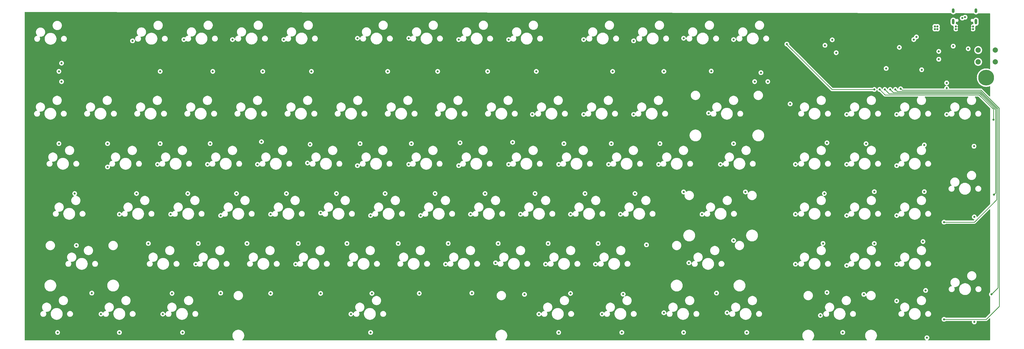
<source format=gbr>
G04 #@! TF.GenerationSoftware,KiCad,Pcbnew,8.0.6*
G04 #@! TF.CreationDate,2024-12-17T20:07:01+11:00*
G04 #@! TF.ProjectId,keyboard,6b657962-6f61-4726-942e-6b696361645f,rev?*
G04 #@! TF.SameCoordinates,Original*
G04 #@! TF.FileFunction,Copper,L2,Inr*
G04 #@! TF.FilePolarity,Positive*
%FSLAX46Y46*%
G04 Gerber Fmt 4.6, Leading zero omitted, Abs format (unit mm)*
G04 Created by KiCad (PCBNEW 8.0.6) date 2024-12-17 20:07:01*
%MOMM*%
%LPD*%
G01*
G04 APERTURE LIST*
G04 #@! TA.AperFunction,ComponentPad*
%ADD10C,6.000000*%
G04 #@! TD*
G04 #@! TA.AperFunction,ComponentPad*
%ADD11C,2.000000*%
G04 #@! TD*
G04 #@! TA.AperFunction,ComponentPad*
%ADD12O,1.000000X1.800000*%
G04 #@! TD*
G04 #@! TA.AperFunction,ComponentPad*
%ADD13O,1.000000X2.100000*%
G04 #@! TD*
G04 #@! TA.AperFunction,ViaPad*
%ADD14C,0.800000*%
G04 #@! TD*
G04 #@! TA.AperFunction,Conductor*
%ADD15C,0.250000*%
G04 #@! TD*
G04 APERTURE END LIST*
D10*
X388000000Y-47000000D03*
D11*
X391500000Y-36500000D03*
X385000000Y-36500000D03*
X391500000Y-41000000D03*
X385000000Y-41000000D03*
D12*
X375500000Y-21500000D03*
D13*
X375500000Y-25700000D03*
D12*
X384140000Y-21500000D03*
D13*
X384140000Y-25700000D03*
D14*
X370000000Y-40000000D03*
X370000000Y-37000000D03*
X373000000Y-49000000D03*
X363500000Y-44000002D03*
X51500000Y-137000000D03*
X63500000Y-33000000D03*
X58500000Y-99000000D03*
X54000000Y-81000000D03*
X83000000Y-32500000D03*
X87500000Y-118000000D03*
X73000000Y-80000000D03*
X75000000Y-137000000D03*
X78000000Y-99000000D03*
X97000000Y-99500000D03*
X101500000Y-32500000D03*
X92000000Y-80000000D03*
X111000000Y-80000000D03*
X125500000Y-118000000D03*
X116000000Y-99000000D03*
X121000000Y-32500000D03*
X135000000Y-98500000D03*
X146500000Y-137000000D03*
X130000000Y-79500000D03*
X149000000Y-80500000D03*
X154000000Y-99500000D03*
X149000000Y-32000000D03*
X182500000Y-118000000D03*
X173000000Y-99500000D03*
X168500000Y-32000000D03*
X168500000Y-80000000D03*
X201500000Y-117500000D03*
X192000000Y-99000000D03*
X187500000Y-32500000D03*
X187500000Y-80500000D03*
X218000000Y-137000000D03*
X211000000Y-99000000D03*
X206500000Y-80000000D03*
X215500000Y-61000000D03*
X206500000Y-32500000D03*
X220500000Y-118000000D03*
X242000000Y-137000000D03*
X235000000Y-61000000D03*
X235000000Y-32500000D03*
X230000000Y-99000000D03*
X225500000Y-80000000D03*
X239500000Y-118000000D03*
X254000000Y-33000000D03*
X249000000Y-99000000D03*
X254000000Y-61000000D03*
X244500000Y-80000000D03*
X263500000Y-80000000D03*
X280000000Y-99000000D03*
X265500000Y-136500000D03*
X275000000Y-117500000D03*
X273000000Y-32000014D03*
X292000000Y-32500000D03*
X287000000Y-80000000D03*
X282500000Y-60500000D03*
X289500000Y-136500000D03*
X315500000Y-118000000D03*
X315500000Y-99000000D03*
X315500000Y-80000000D03*
X313500000Y-57000000D03*
X335000000Y-99500000D03*
X335000000Y-61000000D03*
X335000000Y-80000000D03*
X325000000Y-137500000D03*
X335000000Y-118500000D03*
X354000000Y-99500000D03*
X354000000Y-80500000D03*
X354000000Y-118000000D03*
X354000000Y-132000000D03*
X354000000Y-61000000D03*
X373000000Y-61000000D03*
X312249991Y-34249991D03*
X345500000Y-51500000D03*
X390775000Y-63000000D03*
X347500000Y-51500000D03*
X391000000Y-91500000D03*
X349500000Y-51500000D03*
X351500000Y-51500000D03*
X372000000Y-102000000D03*
X353500000Y-51500000D03*
X390000000Y-129500000D03*
X372000000Y-139000000D03*
X355500000Y-51225000D03*
X329500000Y-32610000D03*
X331000000Y-37500000D03*
X300000000Y-48500000D03*
X305000000Y-48500000D03*
X36500000Y-41500000D03*
X36500000Y-48500000D03*
X373000000Y-51000000D03*
X350000000Y-43500000D03*
X99500000Y-106885000D03*
X233000000Y-106885000D03*
X223000000Y-144500000D03*
X125500000Y-40500000D03*
X184500000Y-125885000D03*
X58000000Y-88610000D03*
X171500000Y-87885000D03*
X292500000Y-146385000D03*
X338000000Y-87885000D03*
X266000000Y-87885000D03*
X376000000Y-136000000D03*
X209500000Y-87885000D03*
X107500000Y-40500000D03*
X357000000Y-87885000D03*
X277500000Y-40500000D03*
X290000000Y-87885000D03*
X193000000Y-40500000D03*
X285375000Y-106125000D03*
X127500000Y-125885000D03*
X238000000Y-68385000D03*
X191000000Y-87885000D03*
X356500000Y-125535000D03*
X176000000Y-106885000D03*
X199500000Y-68885000D03*
X357500000Y-145500000D03*
X32500000Y-145000000D03*
X62000000Y-106885000D03*
X369500000Y-32500000D03*
X320000000Y-69610000D03*
X156500000Y-106885000D03*
X118500000Y-106885000D03*
X71625000Y-124875000D03*
X348000000Y-31885000D03*
X105000000Y-68885000D03*
X35000000Y-107500000D03*
X382000000Y-28500000D03*
X247000000Y-87885000D03*
X35500000Y-86500000D03*
X81000000Y-106885000D03*
X241000000Y-40500000D03*
X284875000Y-67625000D03*
X95500000Y-87885000D03*
X228500000Y-87885000D03*
X47000000Y-68775000D03*
X162000000Y-68885000D03*
X245500000Y-146385000D03*
X115000000Y-87885000D03*
X77500000Y-87885000D03*
X70000000Y-40000000D03*
X297000000Y-40500000D03*
X377500000Y-27500000D03*
X337500000Y-124500000D03*
X155000000Y-40500000D03*
X152500000Y-87885000D03*
X86000000Y-68885000D03*
X269000000Y-146385000D03*
X278500000Y-127500000D03*
X205000000Y-125885000D03*
X243000000Y-125885000D03*
X173500000Y-40500000D03*
X80000000Y-144500000D03*
X356500000Y-106885000D03*
X123500000Y-68885000D03*
X320000000Y-87885000D03*
X259500000Y-40500000D03*
X368500000Y-32500000D03*
X137500000Y-106885000D03*
X87500000Y-40000000D03*
X320500000Y-32610000D03*
X376500000Y-31885000D03*
X257000000Y-68885000D03*
X338000000Y-106685000D03*
X382000000Y-27500000D03*
X322000000Y-124000000D03*
X29110000Y-67890000D03*
X357500000Y-68547500D03*
X181000000Y-68885000D03*
X54500000Y-146385000D03*
X330500000Y-145000000D03*
X142500000Y-69610000D03*
X252000000Y-106885000D03*
X164500000Y-125885000D03*
X152000000Y-145000000D03*
X375000000Y-28500000D03*
X211500000Y-40500000D03*
X368500000Y-31500000D03*
X319250000Y-105750000D03*
X39875000Y-124625000D03*
X218500000Y-68385000D03*
X66500000Y-68885000D03*
X334000000Y-68885000D03*
X31000000Y-39000000D03*
X319000000Y-39000000D03*
X377500000Y-28500000D03*
X377000000Y-68885000D03*
X108000000Y-125885000D03*
X378500000Y-97000000D03*
X134500000Y-87885000D03*
X384500000Y-31500000D03*
X89000000Y-125885000D03*
X195000000Y-106885000D03*
X369500000Y-31500000D03*
X147000000Y-125885000D03*
X214000000Y-106885000D03*
X222500000Y-125885000D03*
X145000000Y-110115000D03*
X112500000Y-71390000D03*
X131000000Y-72390000D03*
X285500000Y-129000000D03*
X292000000Y-108990000D03*
X249500000Y-144000000D03*
X368500000Y-28500000D03*
X327500000Y-128765000D03*
X169500000Y-72115000D03*
X82500000Y-144000000D03*
X65000000Y-91115000D03*
X74000000Y-72115000D03*
X258875000Y-110625000D03*
X376499997Y-27500000D03*
X135000000Y-129115000D03*
X355012500Y-35487500D03*
X159500000Y-91115000D03*
X342350000Y-72150000D03*
X160500000Y-44615000D03*
X250000000Y-129398900D03*
X369500000Y-27500000D03*
X364500000Y-90390000D03*
X225500000Y-144000000D03*
X383500000Y-100000000D03*
X131500000Y-44615000D03*
X107000000Y-110115000D03*
X178500000Y-91115000D03*
X141000000Y-91115000D03*
X264000000Y-72115000D03*
X188000000Y-71790000D03*
X84500000Y-91115000D03*
X154000000Y-144000000D03*
X230000000Y-129115000D03*
X283500000Y-44500000D03*
X47999983Y-128999983D03*
X365000000Y-128000000D03*
X208000000Y-71615000D03*
X183500000Y-110115000D03*
X221500000Y-110115000D03*
X383034153Y-27524246D03*
X54000000Y-72115000D03*
X42137300Y-110862700D03*
X345500000Y-90390000D03*
X364000000Y-109390000D03*
X296500000Y-90500000D03*
X246000000Y-44615000D03*
X78500000Y-129115000D03*
X292000000Y-72115000D03*
X35000000Y-144000000D03*
X94000000Y-44615000D03*
X217000000Y-44615000D03*
X227500000Y-72115000D03*
X150000000Y-72115000D03*
X364500000Y-72615000D03*
X297000000Y-144000000D03*
X369500000Y-28500000D03*
X326500000Y-91115000D03*
X212500000Y-129500000D03*
X368500000Y-27500000D03*
X164500000Y-110115000D03*
X88500000Y-110115000D03*
X345500000Y-110115000D03*
X326000000Y-110115000D03*
X58500000Y-144000000D03*
X326738336Y-34693652D03*
X41500000Y-91115000D03*
X240500000Y-110115000D03*
X103000000Y-91115000D03*
X254500000Y-91115000D03*
X302400000Y-45100000D03*
X235500000Y-91115000D03*
X97000000Y-129000000D03*
X154500000Y-129115000D03*
X245500000Y-72115000D03*
X381190000Y-36000000D03*
X327500000Y-71790000D03*
X383500000Y-140000000D03*
X383400000Y-73100000D03*
X192500000Y-129000000D03*
X172500000Y-129115000D03*
X333500000Y-144000000D03*
X273000000Y-144000000D03*
X116000000Y-129115000D03*
X202500000Y-110115000D03*
X376500000Y-28500000D03*
X198500000Y-44615000D03*
X375500000Y-35000000D03*
X35500000Y-44615000D03*
X197500000Y-91115000D03*
X74000000Y-44615000D03*
X216500000Y-91115000D03*
X122000000Y-91115000D03*
X265500000Y-44615000D03*
X365500000Y-146000000D03*
X179500000Y-44615000D03*
X126500000Y-110115000D03*
X383000000Y-28500000D03*
X93000000Y-72115000D03*
X113000000Y-44615000D03*
X35500000Y-72115000D03*
X273000000Y-90500000D03*
X341500000Y-129500000D03*
X69500000Y-110115000D03*
X380000000Y-24000000D03*
X360500000Y-32500000D03*
X378951992Y-24325000D03*
X361500000Y-31500000D03*
D15*
X312249991Y-34346007D02*
X312249991Y-34249991D01*
X329403984Y-51500000D02*
X312249991Y-34346007D01*
X345500000Y-51500000D02*
X329403984Y-51500000D01*
X356050000Y-51775000D02*
X386072739Y-51775000D01*
X349575000Y-53575000D02*
X385327155Y-53575000D01*
X386072739Y-51775000D02*
X393000000Y-58702261D01*
X392000000Y-93500000D02*
X383500000Y-102000000D01*
X385327155Y-53575000D02*
X390775000Y-59022845D01*
X347500000Y-51500000D02*
X349575000Y-53575000D01*
X353500000Y-51500000D02*
X354225000Y-52225000D01*
X391550000Y-90950000D02*
X391000000Y-91500000D01*
X355500000Y-51225000D02*
X356050000Y-51775000D01*
X352675000Y-52675000D02*
X385699947Y-52675000D01*
X354225000Y-52225000D02*
X385886343Y-52225000D01*
X383500000Y-102000000D02*
X372000000Y-102000000D01*
X385886343Y-52225000D02*
X392500000Y-58838657D01*
X388000000Y-139000000D02*
X372000000Y-139000000D01*
X349500000Y-51500000D02*
X351125000Y-53125000D01*
X393000000Y-134000000D02*
X388000000Y-139000000D01*
X392500000Y-58838657D02*
X392500000Y-127000000D01*
X391550000Y-59161449D02*
X391550000Y-90950000D01*
X392000000Y-58975053D02*
X392000000Y-93500000D01*
X390775000Y-59022845D02*
X390775000Y-63000000D01*
X393000000Y-58702261D02*
X393000000Y-134000000D01*
X351500000Y-51500000D02*
X352675000Y-52675000D01*
X385513551Y-53125000D02*
X391550000Y-59161449D01*
X351125000Y-53125000D02*
X385513551Y-53125000D01*
X385699947Y-52675000D02*
X392000000Y-58975053D01*
X392500000Y-127000000D02*
X390000000Y-129500000D01*
G04 #@! TA.AperFunction,Conductor*
G36*
X374608332Y-22479711D02*
G01*
X374675340Y-22499486D01*
X374711261Y-22534820D01*
X374716648Y-22542883D01*
X374857115Y-22683350D01*
X374857119Y-22683353D01*
X375022289Y-22793717D01*
X375022295Y-22793720D01*
X375022296Y-22793721D01*
X375205831Y-22869744D01*
X375400666Y-22908499D01*
X375400670Y-22908500D01*
X375400671Y-22908500D01*
X375599330Y-22908500D01*
X375599331Y-22908499D01*
X375794169Y-22869744D01*
X375977704Y-22793721D01*
X376142881Y-22683353D01*
X376283353Y-22542881D01*
X376287114Y-22537251D01*
X376340724Y-22492445D01*
X376390384Y-22482139D01*
X383256203Y-22491493D01*
X383323212Y-22511268D01*
X383351575Y-22539163D01*
X383352783Y-22538173D01*
X383356649Y-22542884D01*
X383497115Y-22683350D01*
X383497119Y-22683353D01*
X383662289Y-22793717D01*
X383662295Y-22793720D01*
X383662296Y-22793721D01*
X383845831Y-22869744D01*
X384040666Y-22908499D01*
X384040670Y-22908500D01*
X384040671Y-22908500D01*
X384239330Y-22908500D01*
X384239331Y-22908499D01*
X384434169Y-22869744D01*
X384617704Y-22793721D01*
X384782881Y-22683353D01*
X384923353Y-22542881D01*
X384923357Y-22542874D01*
X384926347Y-22539233D01*
X384984093Y-22499899D01*
X385022363Y-22493899D01*
X389376169Y-22499831D01*
X389443182Y-22519607D01*
X389488864Y-22572473D01*
X389500000Y-22623831D01*
X389500000Y-43637262D01*
X389480315Y-43704301D01*
X389427511Y-43750056D01*
X389358353Y-43760000D01*
X389331563Y-43753026D01*
X389085684Y-43658642D01*
X389085676Y-43658640D01*
X389085674Y-43658639D01*
X388730459Y-43563459D01*
X388730455Y-43563458D01*
X388730454Y-43563458D01*
X388367242Y-43505931D01*
X388000001Y-43486685D01*
X387999999Y-43486685D01*
X387632757Y-43505931D01*
X387269546Y-43563458D01*
X387269544Y-43563458D01*
X386914318Y-43658641D01*
X386571002Y-43790428D01*
X386243338Y-43957382D01*
X385934926Y-44157666D01*
X385649137Y-44389094D01*
X385649129Y-44389101D01*
X385389101Y-44649129D01*
X385389094Y-44649137D01*
X385157666Y-44934926D01*
X384957382Y-45243338D01*
X384790428Y-45571002D01*
X384658641Y-45914318D01*
X384563458Y-46269544D01*
X384563458Y-46269546D01*
X384505931Y-46632757D01*
X384486685Y-46999999D01*
X384486685Y-47000000D01*
X384505931Y-47367242D01*
X384560042Y-47708883D01*
X384563459Y-47730459D01*
X384625783Y-47963056D01*
X384658641Y-48085681D01*
X384790428Y-48428997D01*
X384957382Y-48756662D01*
X385157666Y-49065073D01*
X385249814Y-49178866D01*
X385389098Y-49350867D01*
X385649133Y-49610902D01*
X385808313Y-49739804D01*
X385934926Y-49842333D01*
X386219189Y-50026935D01*
X386243342Y-50042620D01*
X386571006Y-50209573D01*
X386914326Y-50341361D01*
X387269541Y-50436541D01*
X387632759Y-50494069D01*
X387979688Y-50512250D01*
X387999999Y-50513315D01*
X388000000Y-50513315D01*
X388000001Y-50513315D01*
X388019247Y-50512306D01*
X388367241Y-50494069D01*
X388730459Y-50436541D01*
X389085674Y-50341361D01*
X389331563Y-50246972D01*
X389401203Y-50241325D01*
X389462842Y-50274225D01*
X389496910Y-50335226D01*
X389500000Y-50362737D01*
X389500000Y-54006994D01*
X389480315Y-54074033D01*
X389427511Y-54119788D01*
X389358353Y-54129732D01*
X389294797Y-54100707D01*
X389288319Y-54094675D01*
X386476575Y-51282931D01*
X386476571Y-51282928D01*
X386372820Y-51213603D01*
X386372811Y-51213598D01*
X386257524Y-51165845D01*
X386257516Y-51165843D01*
X386135137Y-51141500D01*
X386135133Y-51141500D01*
X374036348Y-51141500D01*
X373969309Y-51121815D01*
X373923554Y-51069011D01*
X373913027Y-51004542D01*
X373913195Y-51002934D01*
X373913504Y-51000000D01*
X373893542Y-50810072D01*
X373834527Y-50628444D01*
X373739040Y-50463056D01*
X373611253Y-50321134D01*
X373456752Y-50208882D01*
X373282288Y-50131206D01*
X373282286Y-50131205D01*
X373235637Y-50121290D01*
X373174155Y-50088098D01*
X373140379Y-50026935D01*
X373145031Y-49957220D01*
X373186636Y-49901088D01*
X373235637Y-49878710D01*
X373282288Y-49868794D01*
X373456752Y-49791118D01*
X373611253Y-49678866D01*
X373739040Y-49536944D01*
X373834527Y-49371556D01*
X373893542Y-49189928D01*
X373913504Y-49000000D01*
X373893542Y-48810072D01*
X373834527Y-48628444D01*
X373739040Y-48463056D01*
X373611253Y-48321134D01*
X373456752Y-48208882D01*
X373282288Y-48131206D01*
X373282286Y-48131205D01*
X373095487Y-48091500D01*
X372904513Y-48091500D01*
X372717714Y-48131205D01*
X372543246Y-48208883D01*
X372388745Y-48321135D01*
X372260959Y-48463057D01*
X372165473Y-48628443D01*
X372165470Y-48628450D01*
X372145495Y-48689928D01*
X372106458Y-48810072D01*
X372086496Y-49000000D01*
X372106458Y-49189928D01*
X372106459Y-49189931D01*
X372165470Y-49371549D01*
X372165473Y-49371556D01*
X372260960Y-49536944D01*
X372388747Y-49678866D01*
X372543248Y-49791118D01*
X372717712Y-49868794D01*
X372742906Y-49874149D01*
X372764362Y-49878710D01*
X372825844Y-49911902D01*
X372859620Y-49973065D01*
X372854968Y-50042780D01*
X372813363Y-50098912D01*
X372764362Y-50121290D01*
X372717714Y-50131205D01*
X372543246Y-50208883D01*
X372388745Y-50321135D01*
X372260959Y-50463057D01*
X372165473Y-50628443D01*
X372165470Y-50628450D01*
X372106459Y-50810068D01*
X372106458Y-50810072D01*
X372090379Y-50963056D01*
X372086496Y-51000003D01*
X372086973Y-51004542D01*
X372074402Y-51073272D01*
X372026668Y-51124294D01*
X371963652Y-51141500D01*
X356516378Y-51141500D01*
X356449339Y-51121815D01*
X356403584Y-51069011D01*
X356395986Y-51041193D01*
X356394892Y-51041426D01*
X356393542Y-51035080D01*
X356393542Y-51035072D01*
X356334527Y-50853444D01*
X356239040Y-50688056D01*
X356111253Y-50546134D01*
X355956752Y-50433882D01*
X355782288Y-50356206D01*
X355782286Y-50356205D01*
X355595487Y-50316500D01*
X355404513Y-50316500D01*
X355217714Y-50356205D01*
X355043246Y-50433883D01*
X354888745Y-50546135D01*
X354760959Y-50688057D01*
X354665473Y-50853443D01*
X354665470Y-50853450D01*
X354606459Y-51035068D01*
X354606458Y-51035072D01*
X354602891Y-51069011D01*
X354593558Y-51157807D01*
X354566973Y-51222422D01*
X354509675Y-51262406D01*
X354439856Y-51265066D01*
X354379683Y-51229556D01*
X354352306Y-51183162D01*
X354334530Y-51128452D01*
X354334528Y-51128448D01*
X354334527Y-51128444D01*
X354239040Y-50963056D01*
X354111253Y-50821134D01*
X353956752Y-50708882D01*
X353782288Y-50631206D01*
X353782286Y-50631205D01*
X353595487Y-50591500D01*
X353404513Y-50591500D01*
X353217714Y-50631205D01*
X353043246Y-50708883D01*
X352888745Y-50821135D01*
X352760959Y-50963057D01*
X352665473Y-51128443D01*
X352665470Y-51128450D01*
X352617931Y-51274761D01*
X352578493Y-51332437D01*
X352514135Y-51359635D01*
X352445288Y-51347720D01*
X352393813Y-51300476D01*
X352382069Y-51274761D01*
X352334529Y-51128450D01*
X352334528Y-51128449D01*
X352334527Y-51128444D01*
X352239040Y-50963056D01*
X352111253Y-50821134D01*
X351956752Y-50708882D01*
X351782288Y-50631206D01*
X351782286Y-50631205D01*
X351595487Y-50591500D01*
X351404513Y-50591500D01*
X351217714Y-50631205D01*
X351043246Y-50708883D01*
X350888745Y-50821135D01*
X350760959Y-50963057D01*
X350665473Y-51128443D01*
X350665470Y-51128450D01*
X350617931Y-51274761D01*
X350578493Y-51332437D01*
X350514135Y-51359635D01*
X350445288Y-51347720D01*
X350393813Y-51300476D01*
X350382069Y-51274761D01*
X350334529Y-51128450D01*
X350334528Y-51128449D01*
X350334527Y-51128444D01*
X350239040Y-50963056D01*
X350111253Y-50821134D01*
X349956752Y-50708882D01*
X349782288Y-50631206D01*
X349782286Y-50631205D01*
X349595487Y-50591500D01*
X349404513Y-50591500D01*
X349217714Y-50631205D01*
X349043246Y-50708883D01*
X348888745Y-50821135D01*
X348760959Y-50963057D01*
X348665473Y-51128443D01*
X348665470Y-51128450D01*
X348617931Y-51274761D01*
X348578493Y-51332437D01*
X348514135Y-51359635D01*
X348445288Y-51347720D01*
X348393813Y-51300476D01*
X348382069Y-51274761D01*
X348334529Y-51128450D01*
X348334528Y-51128449D01*
X348334527Y-51128444D01*
X348239040Y-50963056D01*
X348111253Y-50821134D01*
X347956752Y-50708882D01*
X347782288Y-50631206D01*
X347782286Y-50631205D01*
X347595487Y-50591500D01*
X347404513Y-50591500D01*
X347217714Y-50631205D01*
X347043246Y-50708883D01*
X346888745Y-50821135D01*
X346760959Y-50963057D01*
X346665473Y-51128443D01*
X346665470Y-51128450D01*
X346617931Y-51274761D01*
X346578493Y-51332437D01*
X346514135Y-51359635D01*
X346445288Y-51347720D01*
X346393813Y-51300476D01*
X346382069Y-51274761D01*
X346334529Y-51128450D01*
X346334528Y-51128449D01*
X346334527Y-51128444D01*
X346239040Y-50963056D01*
X346111253Y-50821134D01*
X345956752Y-50708882D01*
X345782288Y-50631206D01*
X345782286Y-50631205D01*
X345595487Y-50591500D01*
X345404513Y-50591500D01*
X345217714Y-50631205D01*
X345043246Y-50708883D01*
X344888745Y-50821135D01*
X344884840Y-50825473D01*
X344825354Y-50862121D01*
X344792691Y-50866500D01*
X329717751Y-50866500D01*
X329650712Y-50846815D01*
X329630070Y-50830181D01*
X322299888Y-43500000D01*
X349086496Y-43500000D01*
X349106458Y-43689928D01*
X349106459Y-43689931D01*
X349165470Y-43871549D01*
X349165473Y-43871556D01*
X349260960Y-44036944D01*
X349388747Y-44178866D01*
X349543248Y-44291118D01*
X349717712Y-44368794D01*
X349904513Y-44408500D01*
X350095487Y-44408500D01*
X350282288Y-44368794D01*
X350456752Y-44291118D01*
X350611253Y-44178866D01*
X350739040Y-44036944D01*
X350760369Y-44000002D01*
X362586496Y-44000002D01*
X362606458Y-44189930D01*
X362606459Y-44189933D01*
X362665470Y-44371551D01*
X362665473Y-44371558D01*
X362760960Y-44536946D01*
X362888747Y-44678868D01*
X363043248Y-44791120D01*
X363217712Y-44868796D01*
X363404513Y-44908502D01*
X363595487Y-44908502D01*
X363782288Y-44868796D01*
X363956752Y-44791120D01*
X364111253Y-44678868D01*
X364239040Y-44536946D01*
X364334527Y-44371558D01*
X364393542Y-44189930D01*
X364413504Y-44000002D01*
X364393542Y-43810074D01*
X364334527Y-43628446D01*
X364239040Y-43463058D01*
X364111253Y-43321136D01*
X363956752Y-43208884D01*
X363782288Y-43131208D01*
X363782286Y-43131207D01*
X363595487Y-43091502D01*
X363404513Y-43091502D01*
X363217714Y-43131207D01*
X363043246Y-43208885D01*
X362888745Y-43321137D01*
X362760959Y-43463059D01*
X362665473Y-43628445D01*
X362665470Y-43628452D01*
X362612841Y-43790428D01*
X362606458Y-43810074D01*
X362586496Y-44000002D01*
X350760369Y-44000002D01*
X350834527Y-43871556D01*
X350893542Y-43689928D01*
X350913504Y-43500000D01*
X350893542Y-43310072D01*
X350834527Y-43128444D01*
X350739040Y-42963056D01*
X350611253Y-42821134D01*
X350456752Y-42708882D01*
X350282288Y-42631206D01*
X350282286Y-42631205D01*
X350095487Y-42591500D01*
X349904513Y-42591500D01*
X349717714Y-42631205D01*
X349543246Y-42708883D01*
X349388745Y-42821135D01*
X349260959Y-42963057D01*
X349165473Y-43128443D01*
X349165470Y-43128450D01*
X349106459Y-43310068D01*
X349106458Y-43310072D01*
X349086496Y-43500000D01*
X322299888Y-43500000D01*
X319799888Y-41000000D01*
X383486835Y-41000000D01*
X383505465Y-41236714D01*
X383560895Y-41467595D01*
X383560895Y-41467597D01*
X383651757Y-41686959D01*
X383651759Y-41686962D01*
X383775820Y-41889410D01*
X383775821Y-41889413D01*
X383775824Y-41889416D01*
X383930031Y-42069969D01*
X384057531Y-42178864D01*
X384110586Y-42224178D01*
X384110589Y-42224179D01*
X384313037Y-42348240D01*
X384313040Y-42348242D01*
X384532403Y-42439104D01*
X384532404Y-42439104D01*
X384532406Y-42439105D01*
X384763289Y-42494535D01*
X385000000Y-42513165D01*
X385236711Y-42494535D01*
X385467594Y-42439105D01*
X385467596Y-42439104D01*
X385467597Y-42439104D01*
X385686959Y-42348242D01*
X385686960Y-42348241D01*
X385686963Y-42348240D01*
X385889416Y-42224176D01*
X386069969Y-42069969D01*
X386224176Y-41889416D01*
X386348240Y-41686963D01*
X386439105Y-41467594D01*
X386494535Y-41236711D01*
X386513165Y-41000000D01*
X386494535Y-40763289D01*
X386439105Y-40532406D01*
X386439104Y-40532403D01*
X386439104Y-40532402D01*
X386348242Y-40313040D01*
X386348240Y-40313037D01*
X386224179Y-40110589D01*
X386224178Y-40110586D01*
X386129728Y-40000000D01*
X386069969Y-39930031D01*
X385929511Y-39810068D01*
X385889413Y-39775821D01*
X385889410Y-39775820D01*
X385686962Y-39651759D01*
X385686959Y-39651757D01*
X385467596Y-39560895D01*
X385236714Y-39505465D01*
X385000000Y-39486835D01*
X384763285Y-39505465D01*
X384532404Y-39560895D01*
X384532402Y-39560895D01*
X384313040Y-39651757D01*
X384313037Y-39651759D01*
X384110589Y-39775820D01*
X384110586Y-39775821D01*
X383930031Y-39930031D01*
X383775821Y-40110586D01*
X383775820Y-40110589D01*
X383651759Y-40313037D01*
X383651757Y-40313040D01*
X383560895Y-40532402D01*
X383560895Y-40532404D01*
X383505465Y-40763285D01*
X383486835Y-41000000D01*
X319799888Y-41000000D01*
X318799888Y-40000000D01*
X369086496Y-40000000D01*
X369106458Y-40189928D01*
X369106459Y-40189931D01*
X369165470Y-40371549D01*
X369165473Y-40371556D01*
X369260960Y-40536944D01*
X369388747Y-40678866D01*
X369543248Y-40791118D01*
X369717712Y-40868794D01*
X369904513Y-40908500D01*
X370095487Y-40908500D01*
X370282288Y-40868794D01*
X370456752Y-40791118D01*
X370611253Y-40678866D01*
X370739040Y-40536944D01*
X370834527Y-40371556D01*
X370893542Y-40189928D01*
X370913504Y-40000000D01*
X370893542Y-39810072D01*
X370834527Y-39628444D01*
X370739040Y-39463056D01*
X370611253Y-39321134D01*
X370456752Y-39208882D01*
X370282288Y-39131206D01*
X370282286Y-39131205D01*
X370095487Y-39091500D01*
X369904513Y-39091500D01*
X369717714Y-39131205D01*
X369543246Y-39208883D01*
X369388745Y-39321135D01*
X369260959Y-39463057D01*
X369165473Y-39628443D01*
X369165470Y-39628450D01*
X369117586Y-39775824D01*
X369106458Y-39810072D01*
X369086496Y-40000000D01*
X318799888Y-40000000D01*
X316299888Y-37500000D01*
X330086496Y-37500000D01*
X330106458Y-37689928D01*
X330106459Y-37689931D01*
X330165470Y-37871549D01*
X330165473Y-37871556D01*
X330260960Y-38036944D01*
X330388747Y-38178866D01*
X330543248Y-38291118D01*
X330717712Y-38368794D01*
X330904513Y-38408500D01*
X331095487Y-38408500D01*
X331282288Y-38368794D01*
X331456752Y-38291118D01*
X331611253Y-38178866D01*
X331739040Y-38036944D01*
X331834527Y-37871556D01*
X331893542Y-37689928D01*
X331913504Y-37500000D01*
X331893542Y-37310072D01*
X331834527Y-37128444D01*
X331760370Y-37000000D01*
X369086496Y-37000000D01*
X369106458Y-37189928D01*
X369106459Y-37189931D01*
X369165470Y-37371549D01*
X369165473Y-37371556D01*
X369260960Y-37536944D01*
X369388747Y-37678866D01*
X369543248Y-37791118D01*
X369717712Y-37868794D01*
X369904513Y-37908500D01*
X370095487Y-37908500D01*
X370282288Y-37868794D01*
X370456752Y-37791118D01*
X370611253Y-37678866D01*
X370739040Y-37536944D01*
X370834527Y-37371556D01*
X370893542Y-37189928D01*
X370913504Y-37000000D01*
X370893542Y-36810072D01*
X370834527Y-36628444D01*
X370739040Y-36463056D01*
X370611253Y-36321134D01*
X370456752Y-36208882D01*
X370282288Y-36131206D01*
X370282286Y-36131205D01*
X370095487Y-36091500D01*
X369904513Y-36091500D01*
X369717714Y-36131205D01*
X369543246Y-36208883D01*
X369388745Y-36321135D01*
X369260959Y-36463057D01*
X369165473Y-36628443D01*
X369165470Y-36628450D01*
X369106459Y-36810068D01*
X369106458Y-36810072D01*
X369086496Y-37000000D01*
X331760370Y-37000000D01*
X331739040Y-36963056D01*
X331611253Y-36821134D01*
X331456752Y-36708882D01*
X331282288Y-36631206D01*
X331282286Y-36631205D01*
X331095487Y-36591500D01*
X330904513Y-36591500D01*
X330717714Y-36631205D01*
X330543246Y-36708883D01*
X330388745Y-36821135D01*
X330260959Y-36963057D01*
X330165473Y-37128443D01*
X330165470Y-37128450D01*
X330145495Y-37189928D01*
X330106458Y-37310072D01*
X330086496Y-37500000D01*
X316299888Y-37500000D01*
X313493540Y-34693652D01*
X325824832Y-34693652D01*
X325844794Y-34883580D01*
X325844795Y-34883583D01*
X325903806Y-35065201D01*
X325903809Y-35065208D01*
X325999296Y-35230596D01*
X326080817Y-35321134D01*
X326126210Y-35371549D01*
X326127083Y-35372518D01*
X326281584Y-35484770D01*
X326456048Y-35562446D01*
X326642849Y-35602152D01*
X326833823Y-35602152D01*
X327020624Y-35562446D01*
X327188956Y-35487500D01*
X354098996Y-35487500D01*
X354118958Y-35677428D01*
X354118959Y-35677431D01*
X354177970Y-35859049D01*
X354177973Y-35859056D01*
X354273460Y-36024444D01*
X354401247Y-36166366D01*
X354555748Y-36278618D01*
X354730212Y-36356294D01*
X354917013Y-36396000D01*
X355107987Y-36396000D01*
X355294788Y-36356294D01*
X355469252Y-36278618D01*
X355623753Y-36166366D01*
X355751540Y-36024444D01*
X355765653Y-36000000D01*
X380276496Y-36000000D01*
X380296458Y-36189928D01*
X380296459Y-36189931D01*
X380355470Y-36371549D01*
X380355473Y-36371556D01*
X380450960Y-36536944D01*
X380578747Y-36678866D01*
X380733248Y-36791118D01*
X380907712Y-36868794D01*
X381094513Y-36908500D01*
X381285487Y-36908500D01*
X381472288Y-36868794D01*
X381646752Y-36791118D01*
X381801253Y-36678866D01*
X381929040Y-36536944D01*
X381950370Y-36500000D01*
X383486835Y-36500000D01*
X383505465Y-36736714D01*
X383560895Y-36967595D01*
X383560895Y-36967597D01*
X383651757Y-37186959D01*
X383651759Y-37186962D01*
X383775820Y-37389410D01*
X383775821Y-37389413D01*
X383775824Y-37389416D01*
X383930031Y-37569969D01*
X384057531Y-37678864D01*
X384110586Y-37724178D01*
X384110589Y-37724179D01*
X384313037Y-37848240D01*
X384313040Y-37848242D01*
X384532403Y-37939104D01*
X384532404Y-37939104D01*
X384532406Y-37939105D01*
X384763289Y-37994535D01*
X385000000Y-38013165D01*
X385236711Y-37994535D01*
X385467594Y-37939105D01*
X385467596Y-37939104D01*
X385467597Y-37939104D01*
X385686959Y-37848242D01*
X385686960Y-37848241D01*
X385686963Y-37848240D01*
X385889416Y-37724176D01*
X386069969Y-37569969D01*
X386224176Y-37389416D01*
X386348240Y-37186963D01*
X386372480Y-37128444D01*
X386439104Y-36967597D01*
X386439104Y-36967596D01*
X386439105Y-36967594D01*
X386494535Y-36736711D01*
X386513165Y-36500000D01*
X386494535Y-36263289D01*
X386439105Y-36032406D01*
X386439104Y-36032403D01*
X386439104Y-36032402D01*
X386348242Y-35813040D01*
X386348240Y-35813037D01*
X386224179Y-35610589D01*
X386224178Y-35610586D01*
X386161281Y-35536944D01*
X386069969Y-35430031D01*
X385914875Y-35297568D01*
X385889413Y-35275821D01*
X385889410Y-35275820D01*
X385686962Y-35151759D01*
X385686959Y-35151757D01*
X385467596Y-35060895D01*
X385236714Y-35005465D01*
X385000000Y-34986835D01*
X384763285Y-35005465D01*
X384532404Y-35060895D01*
X384532402Y-35060895D01*
X384313040Y-35151757D01*
X384313037Y-35151759D01*
X384110589Y-35275820D01*
X384110586Y-35275821D01*
X383930031Y-35430031D01*
X383775821Y-35610586D01*
X383775820Y-35610589D01*
X383651759Y-35813037D01*
X383651757Y-35813040D01*
X383560895Y-36032402D01*
X383560895Y-36032404D01*
X383505465Y-36263285D01*
X383486835Y-36500000D01*
X381950370Y-36500000D01*
X382024527Y-36371556D01*
X382083542Y-36189928D01*
X382103504Y-36000000D01*
X382083542Y-35810072D01*
X382024527Y-35628444D01*
X381929040Y-35463056D01*
X381801253Y-35321134D01*
X381646752Y-35208882D01*
X381472288Y-35131206D01*
X381472286Y-35131205D01*
X381285487Y-35091500D01*
X381094513Y-35091500D01*
X380907714Y-35131205D01*
X380907712Y-35131206D01*
X380781716Y-35187303D01*
X380733246Y-35208883D01*
X380578745Y-35321135D01*
X380450959Y-35463057D01*
X380355473Y-35628443D01*
X380355470Y-35628450D01*
X380296459Y-35810068D01*
X380296458Y-35810072D01*
X380276496Y-36000000D01*
X355765653Y-36000000D01*
X355847027Y-35859056D01*
X355906042Y-35677428D01*
X355926004Y-35487500D01*
X355906042Y-35297572D01*
X355847027Y-35115944D01*
X355780087Y-35000000D01*
X374586496Y-35000000D01*
X374606458Y-35189928D01*
X374606459Y-35189931D01*
X374665470Y-35371549D01*
X374665473Y-35371556D01*
X374760960Y-35536944D01*
X374888747Y-35678866D01*
X375043248Y-35791118D01*
X375217712Y-35868794D01*
X375404513Y-35908500D01*
X375595487Y-35908500D01*
X375782288Y-35868794D01*
X375956752Y-35791118D01*
X376111253Y-35678866D01*
X376239040Y-35536944D01*
X376334527Y-35371556D01*
X376393542Y-35189928D01*
X376413504Y-35000000D01*
X376393542Y-34810072D01*
X376334527Y-34628444D01*
X376239040Y-34463056D01*
X376111253Y-34321134D01*
X375956752Y-34208882D01*
X375782288Y-34131206D01*
X375782286Y-34131205D01*
X375595487Y-34091500D01*
X375404513Y-34091500D01*
X375217714Y-34131205D01*
X375043246Y-34208883D01*
X374888745Y-34321135D01*
X374760959Y-34463057D01*
X374665473Y-34628443D01*
X374665470Y-34628450D01*
X374606925Y-34808634D01*
X374606458Y-34810072D01*
X374586496Y-35000000D01*
X355780087Y-35000000D01*
X355751540Y-34950556D01*
X355623753Y-34808634D01*
X355469252Y-34696382D01*
X355294788Y-34618706D01*
X355294786Y-34618705D01*
X355107987Y-34579000D01*
X354917013Y-34579000D01*
X354730214Y-34618705D01*
X354555746Y-34696383D01*
X354401245Y-34808635D01*
X354273459Y-34950557D01*
X354177973Y-35115943D01*
X354177970Y-35115950D01*
X354126025Y-35275821D01*
X354118958Y-35297572D01*
X354098996Y-35487500D01*
X327188956Y-35487500D01*
X327195088Y-35484770D01*
X327349589Y-35372518D01*
X327477376Y-35230596D01*
X327572863Y-35065208D01*
X327631878Y-34883580D01*
X327651840Y-34693652D01*
X327631878Y-34503724D01*
X327575755Y-34330998D01*
X327572865Y-34322102D01*
X327572864Y-34322101D01*
X327572863Y-34322096D01*
X327477376Y-34156708D01*
X327349589Y-34014786D01*
X327195088Y-33902534D01*
X327020624Y-33824858D01*
X327020622Y-33824857D01*
X326833823Y-33785152D01*
X326642849Y-33785152D01*
X326456050Y-33824857D01*
X326450884Y-33827157D01*
X326296148Y-33896050D01*
X326281582Y-33902535D01*
X326127081Y-34014787D01*
X325999295Y-34156709D01*
X325903809Y-34322095D01*
X325903806Y-34322102D01*
X325844795Y-34503720D01*
X325844794Y-34503724D01*
X325824832Y-34693652D01*
X313493540Y-34693652D01*
X313194511Y-34394623D01*
X313161026Y-34333300D01*
X313158871Y-34293980D01*
X313163495Y-34249991D01*
X313143533Y-34060063D01*
X313084518Y-33878435D01*
X312989031Y-33713047D01*
X312861244Y-33571125D01*
X312706743Y-33458873D01*
X312532279Y-33381197D01*
X312532277Y-33381196D01*
X312345478Y-33341491D01*
X312154504Y-33341491D01*
X311967705Y-33381196D01*
X311793237Y-33458874D01*
X311638736Y-33571126D01*
X311510950Y-33713048D01*
X311415464Y-33878434D01*
X311415461Y-33878441D01*
X311356450Y-34060059D01*
X311356449Y-34060063D01*
X311336487Y-34249991D01*
X311356449Y-34439919D01*
X311356450Y-34439922D01*
X311415461Y-34621540D01*
X311415464Y-34621547D01*
X311510951Y-34786935D01*
X311638738Y-34928857D01*
X311793239Y-35041109D01*
X311967703Y-35118785D01*
X312133901Y-35154111D01*
X312195382Y-35187303D01*
X312195800Y-35187720D01*
X329000147Y-51992069D01*
X329000151Y-51992072D01*
X329103905Y-52061399D01*
X329103907Y-52061399D01*
X329103909Y-52061401D01*
X329185431Y-52095168D01*
X329219199Y-52109155D01*
X329219201Y-52109155D01*
X329219206Y-52109157D01*
X329341585Y-52133499D01*
X329341589Y-52133500D01*
X329341590Y-52133500D01*
X329341591Y-52133500D01*
X329466378Y-52133500D01*
X344792691Y-52133500D01*
X344859730Y-52153185D01*
X344884840Y-52174527D01*
X344888747Y-52178866D01*
X345043248Y-52291118D01*
X345217712Y-52368794D01*
X345404513Y-52408500D01*
X345595487Y-52408500D01*
X345782288Y-52368794D01*
X345956752Y-52291118D01*
X346111253Y-52178866D01*
X346239040Y-52036944D01*
X346334527Y-51871556D01*
X346382069Y-51725238D01*
X346421506Y-51667562D01*
X346485865Y-51640364D01*
X346554711Y-51652279D01*
X346606187Y-51699523D01*
X346617931Y-51725238D01*
X346665470Y-51871549D01*
X346665473Y-51871556D01*
X346760960Y-52036944D01*
X346888747Y-52178866D01*
X347043248Y-52291118D01*
X347217712Y-52368794D01*
X347404513Y-52408500D01*
X347461234Y-52408500D01*
X347528273Y-52428185D01*
X347548915Y-52444819D01*
X349171163Y-54067068D01*
X349171167Y-54067071D01*
X349274918Y-54136396D01*
X349274924Y-54136399D01*
X349274925Y-54136400D01*
X349390215Y-54184155D01*
X349512601Y-54208499D01*
X349512605Y-54208500D01*
X349512606Y-54208500D01*
X349637394Y-54208500D01*
X362089057Y-54208500D01*
X362156096Y-54228185D01*
X362201851Y-54280989D01*
X362211795Y-54350147D01*
X362182770Y-54413703D01*
X362176738Y-54420181D01*
X362108581Y-54488338D01*
X361968892Y-54670382D01*
X361854157Y-54869109D01*
X361854150Y-54869123D01*
X361766342Y-55081112D01*
X361706953Y-55302759D01*
X361706951Y-55302770D01*
X361677000Y-55530258D01*
X361677000Y-55759741D01*
X361701946Y-55949215D01*
X361706952Y-55987238D01*
X361745528Y-56131206D01*
X361766342Y-56208887D01*
X361854150Y-56420876D01*
X361854157Y-56420890D01*
X361968892Y-56619617D01*
X362108581Y-56801661D01*
X362108589Y-56801670D01*
X362270830Y-56963911D01*
X362270838Y-56963918D01*
X362452882Y-57103607D01*
X362452885Y-57103608D01*
X362452888Y-57103611D01*
X362651612Y-57218344D01*
X362651617Y-57218346D01*
X362651623Y-57218349D01*
X362742980Y-57256190D01*
X362863613Y-57306158D01*
X363085262Y-57365548D01*
X363312766Y-57395500D01*
X363312773Y-57395500D01*
X363542227Y-57395500D01*
X363542234Y-57395500D01*
X363769738Y-57365548D01*
X363991387Y-57306158D01*
X364203388Y-57218344D01*
X364402112Y-57103611D01*
X364584161Y-56963919D01*
X364584165Y-56963914D01*
X364584170Y-56963911D01*
X364746411Y-56801670D01*
X364746414Y-56801665D01*
X364746419Y-56801661D01*
X364886111Y-56619612D01*
X365000844Y-56420888D01*
X365088658Y-56208887D01*
X365148048Y-55987238D01*
X365178000Y-55759734D01*
X365178000Y-55530266D01*
X365148048Y-55302762D01*
X365088658Y-55081113D01*
X365000844Y-54869112D01*
X364886111Y-54670388D01*
X364886108Y-54670385D01*
X364886107Y-54670382D01*
X364746418Y-54488338D01*
X364746411Y-54488330D01*
X364678262Y-54420181D01*
X364644777Y-54358858D01*
X364649761Y-54289166D01*
X364691633Y-54233233D01*
X364757097Y-54208816D01*
X364765943Y-54208500D01*
X381139057Y-54208500D01*
X381206096Y-54228185D01*
X381251851Y-54280989D01*
X381261795Y-54350147D01*
X381232770Y-54413703D01*
X381226738Y-54420181D01*
X381158581Y-54488338D01*
X381018892Y-54670382D01*
X380904157Y-54869109D01*
X380904150Y-54869123D01*
X380816342Y-55081112D01*
X380756953Y-55302759D01*
X380756951Y-55302770D01*
X380727000Y-55530258D01*
X380727000Y-55759741D01*
X380751946Y-55949215D01*
X380756952Y-55987238D01*
X380795528Y-56131206D01*
X380816342Y-56208887D01*
X380904150Y-56420876D01*
X380904157Y-56420890D01*
X381018892Y-56619617D01*
X381158581Y-56801661D01*
X381158589Y-56801670D01*
X381320830Y-56963911D01*
X381320838Y-56963918D01*
X381502882Y-57103607D01*
X381502885Y-57103608D01*
X381502888Y-57103611D01*
X381701612Y-57218344D01*
X381701617Y-57218346D01*
X381701623Y-57218349D01*
X381792980Y-57256190D01*
X381913613Y-57306158D01*
X382135262Y-57365548D01*
X382362766Y-57395500D01*
X382362773Y-57395500D01*
X382592227Y-57395500D01*
X382592234Y-57395500D01*
X382819738Y-57365548D01*
X383041387Y-57306158D01*
X383253388Y-57218344D01*
X383452112Y-57103611D01*
X383634161Y-56963919D01*
X383634165Y-56963914D01*
X383634170Y-56963911D01*
X383796411Y-56801670D01*
X383796414Y-56801665D01*
X383796419Y-56801661D01*
X383936111Y-56619612D01*
X384050844Y-56420888D01*
X384138658Y-56208887D01*
X384198048Y-55987238D01*
X384228000Y-55759734D01*
X384228000Y-55530266D01*
X384198048Y-55302762D01*
X384138658Y-55081113D01*
X384050844Y-54869112D01*
X383936111Y-54670388D01*
X383936108Y-54670385D01*
X383936107Y-54670382D01*
X383796418Y-54488338D01*
X383796411Y-54488330D01*
X383728262Y-54420181D01*
X383694777Y-54358858D01*
X383699761Y-54289166D01*
X383741633Y-54233233D01*
X383807097Y-54208816D01*
X383815943Y-54208500D01*
X385013389Y-54208500D01*
X385080428Y-54228185D01*
X385101070Y-54244819D01*
X389463681Y-58607430D01*
X389497166Y-58668753D01*
X389500000Y-58695111D01*
X389500000Y-95052733D01*
X389480315Y-95119772D01*
X389463681Y-95140414D01*
X384615457Y-99988637D01*
X384554134Y-100022122D01*
X384484442Y-100017138D01*
X384428509Y-99975266D01*
X384404456Y-99913921D01*
X384393542Y-99810072D01*
X384334527Y-99628444D01*
X384239040Y-99463056D01*
X384111253Y-99321134D01*
X383956752Y-99208882D01*
X383782288Y-99131206D01*
X383782286Y-99131205D01*
X383595487Y-99091500D01*
X383404513Y-99091500D01*
X383217714Y-99131205D01*
X383043246Y-99208883D01*
X382888745Y-99321135D01*
X382760959Y-99463057D01*
X382665473Y-99628443D01*
X382665470Y-99628450D01*
X382606459Y-99810068D01*
X382606458Y-99810072D01*
X382586496Y-100000000D01*
X382606458Y-100189928D01*
X382606459Y-100189931D01*
X382665470Y-100371549D01*
X382665473Y-100371556D01*
X382760960Y-100536944D01*
X382888747Y-100678866D01*
X383043248Y-100791118D01*
X383217712Y-100868794D01*
X383404513Y-100908500D01*
X383404526Y-100908500D01*
X383409362Y-100909009D01*
X383473977Y-100935593D01*
X383513962Y-100992889D01*
X383516623Y-101062708D01*
X383484084Y-101120011D01*
X383418109Y-101185985D01*
X383273913Y-101330182D01*
X383212593Y-101363666D01*
X383186234Y-101366500D01*
X372707309Y-101366500D01*
X372640270Y-101346815D01*
X372615160Y-101325473D01*
X372611254Y-101321135D01*
X372456753Y-101208883D01*
X372456752Y-101208882D01*
X372282288Y-101131206D01*
X372282286Y-101131205D01*
X372095487Y-101091500D01*
X371904513Y-101091500D01*
X371717714Y-101131205D01*
X371543246Y-101208883D01*
X371388745Y-101321135D01*
X371260959Y-101463057D01*
X371165473Y-101628443D01*
X371165470Y-101628450D01*
X371106459Y-101810068D01*
X371106458Y-101810072D01*
X371086496Y-102000000D01*
X371106458Y-102189928D01*
X371106459Y-102189931D01*
X371165470Y-102371549D01*
X371165473Y-102371556D01*
X371260960Y-102536944D01*
X371388747Y-102678866D01*
X371543248Y-102791118D01*
X371717712Y-102868794D01*
X371904513Y-102908500D01*
X372095487Y-102908500D01*
X372282288Y-102868794D01*
X372456752Y-102791118D01*
X372611253Y-102678866D01*
X372615160Y-102674527D01*
X372674646Y-102637879D01*
X372707309Y-102633500D01*
X383562395Y-102633500D01*
X383562396Y-102633499D01*
X383684785Y-102609155D01*
X383800075Y-102561400D01*
X383903833Y-102492071D01*
X389288319Y-97107585D01*
X389349642Y-97074100D01*
X389419334Y-97079084D01*
X389475267Y-97120956D01*
X389499684Y-97186420D01*
X389500000Y-97195266D01*
X389500000Y-128677122D01*
X389480315Y-128744161D01*
X389448886Y-128777439D01*
X389388750Y-128821131D01*
X389388746Y-128821134D01*
X389260959Y-128963057D01*
X389165473Y-129128443D01*
X389165470Y-129128450D01*
X389109099Y-129301944D01*
X389106458Y-129310072D01*
X389086496Y-129500000D01*
X389106458Y-129689928D01*
X389106459Y-129689931D01*
X389165470Y-129871549D01*
X389165473Y-129871556D01*
X389260960Y-130036944D01*
X389297716Y-130077766D01*
X389388741Y-130178861D01*
X389388745Y-130178864D01*
X389388747Y-130178866D01*
X389448886Y-130222559D01*
X389491551Y-130277887D01*
X389500000Y-130322876D01*
X389500000Y-136552734D01*
X389480315Y-136619773D01*
X389463681Y-136640415D01*
X387773915Y-138330181D01*
X387712592Y-138363666D01*
X387686234Y-138366500D01*
X372707309Y-138366500D01*
X372640270Y-138346815D01*
X372615160Y-138325473D01*
X372611254Y-138321135D01*
X372569940Y-138291118D01*
X372456752Y-138208882D01*
X372282288Y-138131206D01*
X372282286Y-138131205D01*
X372095487Y-138091500D01*
X371904513Y-138091500D01*
X371717714Y-138131205D01*
X371543246Y-138208883D01*
X371388745Y-138321135D01*
X371260959Y-138463057D01*
X371165473Y-138628443D01*
X371165470Y-138628450D01*
X371106459Y-138810068D01*
X371106458Y-138810072D01*
X371086496Y-139000000D01*
X371106458Y-139189928D01*
X371106459Y-139189931D01*
X371165470Y-139371549D01*
X371165473Y-139371556D01*
X371260960Y-139536944D01*
X371388747Y-139678866D01*
X371543248Y-139791118D01*
X371717712Y-139868794D01*
X371904513Y-139908500D01*
X372095487Y-139908500D01*
X372282288Y-139868794D01*
X372456752Y-139791118D01*
X372611253Y-139678866D01*
X372615160Y-139674527D01*
X372674646Y-139637879D01*
X372707309Y-139633500D01*
X382493158Y-139633500D01*
X382560197Y-139653185D01*
X382605952Y-139705989D01*
X382615896Y-139775147D01*
X382611089Y-139795816D01*
X382606458Y-139810072D01*
X382586496Y-140000000D01*
X382606458Y-140189928D01*
X382606459Y-140189931D01*
X382665470Y-140371549D01*
X382665473Y-140371556D01*
X382760960Y-140536944D01*
X382888747Y-140678866D01*
X383043248Y-140791118D01*
X383217712Y-140868794D01*
X383404513Y-140908500D01*
X383595487Y-140908500D01*
X383782288Y-140868794D01*
X383956752Y-140791118D01*
X384111253Y-140678866D01*
X384239040Y-140536944D01*
X384334527Y-140371556D01*
X384393542Y-140189928D01*
X384413504Y-140000000D01*
X384393542Y-139810072D01*
X384388910Y-139795816D01*
X384386916Y-139725975D01*
X384422998Y-139666143D01*
X384485699Y-139635316D01*
X384506842Y-139633500D01*
X388062395Y-139633500D01*
X388062396Y-139633499D01*
X388184785Y-139609155D01*
X388300075Y-139561400D01*
X388403833Y-139492071D01*
X389288319Y-138607585D01*
X389349642Y-138574100D01*
X389419333Y-138579084D01*
X389475267Y-138620956D01*
X389499684Y-138686420D01*
X389500000Y-138695266D01*
X389500000Y-146876000D01*
X389480315Y-146943039D01*
X389427511Y-146988794D01*
X389376000Y-147000000D01*
X366050883Y-147000000D01*
X365983844Y-146980315D01*
X365938089Y-146927511D01*
X365928145Y-146858353D01*
X365957170Y-146794797D01*
X365977994Y-146775684D01*
X366111253Y-146678866D01*
X366239040Y-146536944D01*
X366334527Y-146371556D01*
X366393542Y-146189928D01*
X366413504Y-146000000D01*
X366393542Y-145810072D01*
X366334527Y-145628444D01*
X366239040Y-145463056D01*
X366111253Y-145321134D01*
X365956752Y-145208882D01*
X365782288Y-145131206D01*
X365782286Y-145131205D01*
X365595487Y-145091500D01*
X365404513Y-145091500D01*
X365217714Y-145131205D01*
X365043246Y-145208883D01*
X364888745Y-145321135D01*
X364760959Y-145463057D01*
X364665473Y-145628443D01*
X364665470Y-145628450D01*
X364654908Y-145660958D01*
X364606458Y-145810072D01*
X364586496Y-146000000D01*
X364606458Y-146189928D01*
X364606459Y-146189931D01*
X364665470Y-146371549D01*
X364665473Y-146371556D01*
X364760960Y-146536944D01*
X364888747Y-146678866D01*
X365022003Y-146775683D01*
X365064668Y-146831012D01*
X365070647Y-146900625D01*
X365038041Y-146962420D01*
X364977202Y-146996778D01*
X364949117Y-147000000D01*
X345903924Y-147000000D01*
X345836885Y-146980315D01*
X345791130Y-146927511D01*
X345781186Y-146858353D01*
X345810211Y-146794797D01*
X345816243Y-146788319D01*
X345941545Y-146663016D01*
X345941550Y-146663011D01*
X346120655Y-146429597D01*
X346267761Y-146174803D01*
X346306436Y-146081434D01*
X346380347Y-145902994D01*
X346380346Y-145902994D01*
X346380350Y-145902987D01*
X346456498Y-145618800D01*
X346494900Y-145327106D01*
X346494900Y-145032894D01*
X346456498Y-144741200D01*
X346380350Y-144457013D01*
X346344950Y-144371549D01*
X346267765Y-144185205D01*
X346267757Y-144185189D01*
X346120659Y-143930410D01*
X346120655Y-143930403D01*
X345941550Y-143696989D01*
X345941545Y-143696983D01*
X345733516Y-143488954D01*
X345733509Y-143488948D01*
X345500105Y-143309851D01*
X345500103Y-143309849D01*
X345500097Y-143309845D01*
X345500092Y-143309842D01*
X345500089Y-143309840D01*
X345245310Y-143162742D01*
X345245294Y-143162734D01*
X344973494Y-143050152D01*
X344689296Y-142974001D01*
X344397616Y-142935601D01*
X344397611Y-142935600D01*
X344397606Y-142935600D01*
X344103394Y-142935600D01*
X344103388Y-142935600D01*
X344103383Y-142935601D01*
X343811703Y-142974001D01*
X343527505Y-143050152D01*
X343255705Y-143162734D01*
X343255689Y-143162742D01*
X343000910Y-143309840D01*
X343000894Y-143309851D01*
X342767490Y-143488948D01*
X342767483Y-143488954D01*
X342559454Y-143696983D01*
X342559448Y-143696990D01*
X342380351Y-143930394D01*
X342380340Y-143930410D01*
X342233242Y-144185189D01*
X342233234Y-144185205D01*
X342120652Y-144457005D01*
X342044501Y-144741203D01*
X342006101Y-145032883D01*
X342006100Y-145032894D01*
X342006100Y-145327106D01*
X342044502Y-145618800D01*
X342095753Y-145810072D01*
X342120652Y-145902994D01*
X342233234Y-146174794D01*
X342233242Y-146174810D01*
X342380340Y-146429589D01*
X342380351Y-146429605D01*
X342559448Y-146663009D01*
X342559454Y-146663016D01*
X342684757Y-146788319D01*
X342718242Y-146849642D01*
X342713258Y-146919334D01*
X342671386Y-146975267D01*
X342605922Y-146999684D01*
X342597076Y-147000000D01*
X322027924Y-147000000D01*
X321960885Y-146980315D01*
X321915130Y-146927511D01*
X321905186Y-146858353D01*
X321934211Y-146794797D01*
X321940243Y-146788319D01*
X322065545Y-146663016D01*
X322065550Y-146663011D01*
X322244655Y-146429597D01*
X322391761Y-146174803D01*
X322430436Y-146081434D01*
X322504347Y-145902994D01*
X322504346Y-145902994D01*
X322504350Y-145902987D01*
X322580498Y-145618800D01*
X322618900Y-145327106D01*
X322618900Y-145032894D01*
X322580498Y-144741200D01*
X322504350Y-144457013D01*
X322468950Y-144371549D01*
X322391765Y-144185205D01*
X322391757Y-144185189D01*
X322284837Y-144000000D01*
X332586496Y-144000000D01*
X332606458Y-144189928D01*
X332606459Y-144189931D01*
X332665470Y-144371549D01*
X332665473Y-144371556D01*
X332760960Y-144536944D01*
X332888747Y-144678866D01*
X333043248Y-144791118D01*
X333217712Y-144868794D01*
X333404513Y-144908500D01*
X333595487Y-144908500D01*
X333782288Y-144868794D01*
X333956752Y-144791118D01*
X334111253Y-144678866D01*
X334239040Y-144536944D01*
X334334527Y-144371556D01*
X334393542Y-144189928D01*
X334413504Y-144000000D01*
X334393542Y-143810072D01*
X334334527Y-143628444D01*
X334239040Y-143463056D01*
X334111253Y-143321134D01*
X333956752Y-143208882D01*
X333782288Y-143131206D01*
X333782286Y-143131205D01*
X333595487Y-143091500D01*
X333404513Y-143091500D01*
X333217714Y-143131205D01*
X333043246Y-143208883D01*
X332888745Y-143321135D01*
X332760959Y-143463057D01*
X332665473Y-143628443D01*
X332665470Y-143628450D01*
X332606459Y-143810068D01*
X332606458Y-143810072D01*
X332586496Y-144000000D01*
X322284837Y-144000000D01*
X322244659Y-143930410D01*
X322244655Y-143930403D01*
X322065550Y-143696989D01*
X322065545Y-143696983D01*
X321857516Y-143488954D01*
X321857509Y-143488948D01*
X321624105Y-143309851D01*
X321624103Y-143309849D01*
X321624097Y-143309845D01*
X321624092Y-143309842D01*
X321624089Y-143309840D01*
X321369310Y-143162742D01*
X321369294Y-143162734D01*
X321097494Y-143050152D01*
X320813296Y-142974001D01*
X320521616Y-142935601D01*
X320521611Y-142935600D01*
X320521606Y-142935600D01*
X320227394Y-142935600D01*
X320227388Y-142935600D01*
X320227383Y-142935601D01*
X319935703Y-142974001D01*
X319651505Y-143050152D01*
X319379705Y-143162734D01*
X319379689Y-143162742D01*
X319124910Y-143309840D01*
X319124894Y-143309851D01*
X318891490Y-143488948D01*
X318891483Y-143488954D01*
X318683454Y-143696983D01*
X318683448Y-143696990D01*
X318504351Y-143930394D01*
X318504340Y-143930410D01*
X318357242Y-144185189D01*
X318357234Y-144185205D01*
X318244652Y-144457005D01*
X318168501Y-144741203D01*
X318130101Y-145032883D01*
X318130100Y-145032894D01*
X318130100Y-145327106D01*
X318168502Y-145618800D01*
X318219753Y-145810072D01*
X318244652Y-145902994D01*
X318357234Y-146174794D01*
X318357242Y-146174810D01*
X318504340Y-146429589D01*
X318504351Y-146429605D01*
X318683448Y-146663009D01*
X318683454Y-146663016D01*
X318808757Y-146788319D01*
X318842242Y-146849642D01*
X318837258Y-146919334D01*
X318795386Y-146975267D01*
X318729922Y-146999684D01*
X318721076Y-147000000D01*
X205372074Y-147000000D01*
X205305035Y-146980315D01*
X205259280Y-146927511D01*
X205249336Y-146858353D01*
X205278361Y-146794797D01*
X205284393Y-146788319D01*
X205409695Y-146663016D01*
X205409700Y-146663011D01*
X205588805Y-146429597D01*
X205735911Y-146174803D01*
X205774586Y-146081434D01*
X205848497Y-145902994D01*
X205848496Y-145902994D01*
X205848500Y-145902987D01*
X205924648Y-145618800D01*
X205963050Y-145327106D01*
X205963050Y-145032894D01*
X205924648Y-144741200D01*
X205848500Y-144457013D01*
X205813100Y-144371549D01*
X205735915Y-144185205D01*
X205735907Y-144185189D01*
X205628987Y-144000000D01*
X224586496Y-144000000D01*
X224606458Y-144189928D01*
X224606459Y-144189931D01*
X224665470Y-144371549D01*
X224665473Y-144371556D01*
X224760960Y-144536944D01*
X224888747Y-144678866D01*
X225043248Y-144791118D01*
X225217712Y-144868794D01*
X225404513Y-144908500D01*
X225595487Y-144908500D01*
X225782288Y-144868794D01*
X225956752Y-144791118D01*
X226111253Y-144678866D01*
X226239040Y-144536944D01*
X226334527Y-144371556D01*
X226393542Y-144189928D01*
X226413504Y-144000000D01*
X248586496Y-144000000D01*
X248606458Y-144189928D01*
X248606459Y-144189931D01*
X248665470Y-144371549D01*
X248665473Y-144371556D01*
X248760960Y-144536944D01*
X248888747Y-144678866D01*
X249043248Y-144791118D01*
X249217712Y-144868794D01*
X249404513Y-144908500D01*
X249595487Y-144908500D01*
X249782288Y-144868794D01*
X249956752Y-144791118D01*
X250111253Y-144678866D01*
X250239040Y-144536944D01*
X250334527Y-144371556D01*
X250393542Y-144189928D01*
X250413504Y-144000000D01*
X272086496Y-144000000D01*
X272106458Y-144189928D01*
X272106459Y-144189931D01*
X272165470Y-144371549D01*
X272165473Y-144371556D01*
X272260960Y-144536944D01*
X272388747Y-144678866D01*
X272543248Y-144791118D01*
X272717712Y-144868794D01*
X272904513Y-144908500D01*
X273095487Y-144908500D01*
X273282288Y-144868794D01*
X273456752Y-144791118D01*
X273611253Y-144678866D01*
X273739040Y-144536944D01*
X273834527Y-144371556D01*
X273893542Y-144189928D01*
X273913504Y-144000000D01*
X296086496Y-144000000D01*
X296106458Y-144189928D01*
X296106459Y-144189931D01*
X296165470Y-144371549D01*
X296165473Y-144371556D01*
X296260960Y-144536944D01*
X296388747Y-144678866D01*
X296543248Y-144791118D01*
X296717712Y-144868794D01*
X296904513Y-144908500D01*
X297095487Y-144908500D01*
X297282288Y-144868794D01*
X297456752Y-144791118D01*
X297611253Y-144678866D01*
X297739040Y-144536944D01*
X297834527Y-144371556D01*
X297893542Y-144189928D01*
X297913504Y-144000000D01*
X297893542Y-143810072D01*
X297834527Y-143628444D01*
X297739040Y-143463056D01*
X297611253Y-143321134D01*
X297456752Y-143208882D01*
X297282288Y-143131206D01*
X297282286Y-143131205D01*
X297095487Y-143091500D01*
X296904513Y-143091500D01*
X296717714Y-143131205D01*
X296543246Y-143208883D01*
X296388745Y-143321135D01*
X296260959Y-143463057D01*
X296165473Y-143628443D01*
X296165470Y-143628450D01*
X296106459Y-143810068D01*
X296106458Y-143810072D01*
X296086496Y-144000000D01*
X273913504Y-144000000D01*
X273893542Y-143810072D01*
X273834527Y-143628444D01*
X273739040Y-143463056D01*
X273611253Y-143321134D01*
X273456752Y-143208882D01*
X273282288Y-143131206D01*
X273282286Y-143131205D01*
X273095487Y-143091500D01*
X272904513Y-143091500D01*
X272717714Y-143131205D01*
X272543246Y-143208883D01*
X272388745Y-143321135D01*
X272260959Y-143463057D01*
X272165473Y-143628443D01*
X272165470Y-143628450D01*
X272106459Y-143810068D01*
X272106458Y-143810072D01*
X272086496Y-144000000D01*
X250413504Y-144000000D01*
X250393542Y-143810072D01*
X250334527Y-143628444D01*
X250239040Y-143463056D01*
X250111253Y-143321134D01*
X249956752Y-143208882D01*
X249782288Y-143131206D01*
X249782286Y-143131205D01*
X249595487Y-143091500D01*
X249404513Y-143091500D01*
X249217714Y-143131205D01*
X249043246Y-143208883D01*
X248888745Y-143321135D01*
X248760959Y-143463057D01*
X248665473Y-143628443D01*
X248665470Y-143628450D01*
X248606459Y-143810068D01*
X248606458Y-143810072D01*
X248586496Y-144000000D01*
X226413504Y-144000000D01*
X226393542Y-143810072D01*
X226334527Y-143628444D01*
X226239040Y-143463056D01*
X226111253Y-143321134D01*
X225956752Y-143208882D01*
X225782288Y-143131206D01*
X225782286Y-143131205D01*
X225595487Y-143091500D01*
X225404513Y-143091500D01*
X225217714Y-143131205D01*
X225043246Y-143208883D01*
X224888745Y-143321135D01*
X224760959Y-143463057D01*
X224665473Y-143628443D01*
X224665470Y-143628450D01*
X224606459Y-143810068D01*
X224606458Y-143810072D01*
X224586496Y-144000000D01*
X205628987Y-144000000D01*
X205588809Y-143930410D01*
X205588805Y-143930403D01*
X205409700Y-143696989D01*
X205409695Y-143696983D01*
X205201666Y-143488954D01*
X205201659Y-143488948D01*
X204968255Y-143309851D01*
X204968253Y-143309849D01*
X204968247Y-143309845D01*
X204968242Y-143309842D01*
X204968239Y-143309840D01*
X204713460Y-143162742D01*
X204713444Y-143162734D01*
X204441644Y-143050152D01*
X204157446Y-142974001D01*
X203865766Y-142935601D01*
X203865761Y-142935600D01*
X203865756Y-142935600D01*
X203571544Y-142935600D01*
X203571538Y-142935600D01*
X203571533Y-142935601D01*
X203279853Y-142974001D01*
X202995655Y-143050152D01*
X202723855Y-143162734D01*
X202723839Y-143162742D01*
X202469060Y-143309840D01*
X202469044Y-143309851D01*
X202235640Y-143488948D01*
X202235633Y-143488954D01*
X202027604Y-143696983D01*
X202027598Y-143696990D01*
X201848501Y-143930394D01*
X201848490Y-143930410D01*
X201701392Y-144185189D01*
X201701384Y-144185205D01*
X201588802Y-144457005D01*
X201512651Y-144741203D01*
X201474251Y-145032883D01*
X201474250Y-145032894D01*
X201474250Y-145327106D01*
X201512652Y-145618800D01*
X201563903Y-145810072D01*
X201588802Y-145902994D01*
X201701384Y-146174794D01*
X201701392Y-146174810D01*
X201848490Y-146429589D01*
X201848501Y-146429605D01*
X202027598Y-146663009D01*
X202027604Y-146663016D01*
X202152907Y-146788319D01*
X202186392Y-146849642D01*
X202181408Y-146919334D01*
X202139536Y-146975267D01*
X202074072Y-146999684D01*
X202065226Y-147000000D01*
X105372274Y-147000000D01*
X105305235Y-146980315D01*
X105259480Y-146927511D01*
X105249536Y-146858353D01*
X105278561Y-146794797D01*
X105284593Y-146788319D01*
X105409895Y-146663016D01*
X105409900Y-146663011D01*
X105589005Y-146429597D01*
X105736111Y-146174803D01*
X105774786Y-146081434D01*
X105848697Y-145902994D01*
X105848696Y-145902994D01*
X105848700Y-145902987D01*
X105924848Y-145618800D01*
X105963250Y-145327106D01*
X105963250Y-145032894D01*
X105924848Y-144741200D01*
X105848700Y-144457013D01*
X105813300Y-144371549D01*
X105736115Y-144185205D01*
X105736107Y-144185189D01*
X105629187Y-144000000D01*
X153086496Y-144000000D01*
X153106458Y-144189928D01*
X153106459Y-144189931D01*
X153165470Y-144371549D01*
X153165473Y-144371556D01*
X153260960Y-144536944D01*
X153388747Y-144678866D01*
X153543248Y-144791118D01*
X153717712Y-144868794D01*
X153904513Y-144908500D01*
X154095487Y-144908500D01*
X154282288Y-144868794D01*
X154456752Y-144791118D01*
X154611253Y-144678866D01*
X154739040Y-144536944D01*
X154834527Y-144371556D01*
X154893542Y-144189928D01*
X154913504Y-144000000D01*
X154893542Y-143810072D01*
X154834527Y-143628444D01*
X154739040Y-143463056D01*
X154611253Y-143321134D01*
X154456752Y-143208882D01*
X154282288Y-143131206D01*
X154282286Y-143131205D01*
X154095487Y-143091500D01*
X153904513Y-143091500D01*
X153717714Y-143131205D01*
X153543246Y-143208883D01*
X153388745Y-143321135D01*
X153260959Y-143463057D01*
X153165473Y-143628443D01*
X153165470Y-143628450D01*
X153106459Y-143810068D01*
X153106458Y-143810072D01*
X153086496Y-144000000D01*
X105629187Y-144000000D01*
X105589009Y-143930410D01*
X105589005Y-143930403D01*
X105409900Y-143696989D01*
X105409895Y-143696983D01*
X105201866Y-143488954D01*
X105201859Y-143488948D01*
X104968455Y-143309851D01*
X104968453Y-143309849D01*
X104968447Y-143309845D01*
X104968442Y-143309842D01*
X104968439Y-143309840D01*
X104713660Y-143162742D01*
X104713644Y-143162734D01*
X104441844Y-143050152D01*
X104157646Y-142974001D01*
X103865966Y-142935601D01*
X103865961Y-142935600D01*
X103865956Y-142935600D01*
X103571744Y-142935600D01*
X103571738Y-142935600D01*
X103571733Y-142935601D01*
X103280053Y-142974001D01*
X102995855Y-143050152D01*
X102724055Y-143162734D01*
X102724039Y-143162742D01*
X102469260Y-143309840D01*
X102469244Y-143309851D01*
X102235840Y-143488948D01*
X102235833Y-143488954D01*
X102027804Y-143696983D01*
X102027798Y-143696990D01*
X101848701Y-143930394D01*
X101848690Y-143930410D01*
X101701592Y-144185189D01*
X101701584Y-144185205D01*
X101589002Y-144457005D01*
X101512851Y-144741203D01*
X101474451Y-145032883D01*
X101474450Y-145032894D01*
X101474450Y-145327106D01*
X101512852Y-145618800D01*
X101564103Y-145810072D01*
X101589002Y-145902994D01*
X101701584Y-146174794D01*
X101701592Y-146174810D01*
X101848690Y-146429589D01*
X101848701Y-146429605D01*
X102027798Y-146663009D01*
X102027804Y-146663016D01*
X102153107Y-146788319D01*
X102186592Y-146849642D01*
X102181608Y-146919334D01*
X102139736Y-146975267D01*
X102074272Y-146999684D01*
X102065426Y-147000000D01*
X22624000Y-147000000D01*
X22556961Y-146980315D01*
X22511206Y-146927511D01*
X22500000Y-146876000D01*
X22500000Y-144000000D01*
X34086496Y-144000000D01*
X34106458Y-144189928D01*
X34106459Y-144189931D01*
X34165470Y-144371549D01*
X34165473Y-144371556D01*
X34260960Y-144536944D01*
X34388747Y-144678866D01*
X34543248Y-144791118D01*
X34717712Y-144868794D01*
X34904513Y-144908500D01*
X35095487Y-144908500D01*
X35282288Y-144868794D01*
X35456752Y-144791118D01*
X35611253Y-144678866D01*
X35739040Y-144536944D01*
X35834527Y-144371556D01*
X35893542Y-144189928D01*
X35913504Y-144000000D01*
X57586496Y-144000000D01*
X57606458Y-144189928D01*
X57606459Y-144189931D01*
X57665470Y-144371549D01*
X57665473Y-144371556D01*
X57760960Y-144536944D01*
X57888747Y-144678866D01*
X58043248Y-144791118D01*
X58217712Y-144868794D01*
X58404513Y-144908500D01*
X58595487Y-144908500D01*
X58782288Y-144868794D01*
X58956752Y-144791118D01*
X59111253Y-144678866D01*
X59239040Y-144536944D01*
X59334527Y-144371556D01*
X59393542Y-144189928D01*
X59413504Y-144000000D01*
X81586496Y-144000000D01*
X81606458Y-144189928D01*
X81606459Y-144189931D01*
X81665470Y-144371549D01*
X81665473Y-144371556D01*
X81760960Y-144536944D01*
X81888747Y-144678866D01*
X82043248Y-144791118D01*
X82217712Y-144868794D01*
X82404513Y-144908500D01*
X82595487Y-144908500D01*
X82782288Y-144868794D01*
X82956752Y-144791118D01*
X83111253Y-144678866D01*
X83239040Y-144536944D01*
X83334527Y-144371556D01*
X83393542Y-144189928D01*
X83413504Y-144000000D01*
X83393542Y-143810072D01*
X83334527Y-143628444D01*
X83239040Y-143463056D01*
X83111253Y-143321134D01*
X82956752Y-143208882D01*
X82782288Y-143131206D01*
X82782286Y-143131205D01*
X82595487Y-143091500D01*
X82404513Y-143091500D01*
X82217714Y-143131205D01*
X82043246Y-143208883D01*
X81888745Y-143321135D01*
X81760959Y-143463057D01*
X81665473Y-143628443D01*
X81665470Y-143628450D01*
X81606459Y-143810068D01*
X81606458Y-143810072D01*
X81586496Y-144000000D01*
X59413504Y-144000000D01*
X59393542Y-143810072D01*
X59334527Y-143628444D01*
X59239040Y-143463056D01*
X59111253Y-143321134D01*
X58956752Y-143208882D01*
X58782288Y-143131206D01*
X58782286Y-143131205D01*
X58595487Y-143091500D01*
X58404513Y-143091500D01*
X58217714Y-143131205D01*
X58043246Y-143208883D01*
X57888745Y-143321135D01*
X57760959Y-143463057D01*
X57665473Y-143628443D01*
X57665470Y-143628450D01*
X57606459Y-143810068D01*
X57606458Y-143810072D01*
X57586496Y-144000000D01*
X35913504Y-144000000D01*
X35893542Y-143810072D01*
X35834527Y-143628444D01*
X35739040Y-143463056D01*
X35611253Y-143321134D01*
X35456752Y-143208882D01*
X35282288Y-143131206D01*
X35282286Y-143131205D01*
X35095487Y-143091500D01*
X34904513Y-143091500D01*
X34717714Y-143131205D01*
X34543246Y-143208883D01*
X34388745Y-143321135D01*
X34260959Y-143463057D01*
X34165473Y-143628443D01*
X34165470Y-143628450D01*
X34106459Y-143810068D01*
X34106458Y-143810072D01*
X34086496Y-144000000D01*
X22500000Y-144000000D01*
X22500000Y-136836421D01*
X28450750Y-136836421D01*
X28450750Y-137013579D01*
X28456582Y-137050400D01*
X28478464Y-137188556D01*
X28533206Y-137357039D01*
X28533207Y-137357042D01*
X28559427Y-137408500D01*
X28613636Y-137514890D01*
X28717767Y-137658214D01*
X28843036Y-137783483D01*
X28986360Y-137887614D01*
X29049534Y-137919803D01*
X29144207Y-137968042D01*
X29144210Y-137968043D01*
X29228451Y-137995414D01*
X29312695Y-138022786D01*
X29487671Y-138050500D01*
X29487672Y-138050500D01*
X29664828Y-138050500D01*
X29664829Y-138050500D01*
X29839805Y-138022786D01*
X30008292Y-137968042D01*
X30166140Y-137887614D01*
X30309464Y-137783483D01*
X30434733Y-137658214D01*
X30538864Y-137514890D01*
X30619292Y-137357042D01*
X30674036Y-137188555D01*
X30701750Y-137013579D01*
X30701750Y-136836421D01*
X30692481Y-136777900D01*
X32411850Y-136777900D01*
X32411850Y-137072099D01*
X32411851Y-137072116D01*
X32449361Y-137357039D01*
X32450252Y-137363800D01*
X32496645Y-137536942D01*
X32526402Y-137647994D01*
X32638984Y-137919794D01*
X32638992Y-137919810D01*
X32786090Y-138174589D01*
X32786101Y-138174605D01*
X32965198Y-138408009D01*
X32965204Y-138408016D01*
X33173233Y-138616045D01*
X33173240Y-138616051D01*
X33189390Y-138628443D01*
X33406653Y-138795155D01*
X33406660Y-138795159D01*
X33661439Y-138942257D01*
X33661455Y-138942265D01*
X33933255Y-139054847D01*
X33933257Y-139054847D01*
X33933263Y-139054850D01*
X34217450Y-139130998D01*
X34509144Y-139169400D01*
X34509151Y-139169400D01*
X34803349Y-139169400D01*
X34803356Y-139169400D01*
X35095050Y-139130998D01*
X35379237Y-139054850D01*
X35511658Y-139000000D01*
X35651044Y-138942265D01*
X35651047Y-138942263D01*
X35651053Y-138942261D01*
X35905847Y-138795155D01*
X36139261Y-138616050D01*
X36347300Y-138408011D01*
X36526405Y-138174597D01*
X36673511Y-137919803D01*
X36686845Y-137887613D01*
X36786097Y-137647994D01*
X36786096Y-137647994D01*
X36786100Y-137647987D01*
X36862248Y-137363800D01*
X36900650Y-137072106D01*
X36900650Y-136836421D01*
X38610750Y-136836421D01*
X38610750Y-137013579D01*
X38616582Y-137050400D01*
X38638464Y-137188556D01*
X38693206Y-137357039D01*
X38693207Y-137357042D01*
X38719427Y-137408500D01*
X38773636Y-137514890D01*
X38877767Y-137658214D01*
X39003036Y-137783483D01*
X39146360Y-137887614D01*
X39209534Y-137919803D01*
X39304207Y-137968042D01*
X39304210Y-137968043D01*
X39388451Y-137995414D01*
X39472695Y-138022786D01*
X39647671Y-138050500D01*
X39647672Y-138050500D01*
X39824828Y-138050500D01*
X39824829Y-138050500D01*
X39999805Y-138022786D01*
X40168292Y-137968042D01*
X40326140Y-137887614D01*
X40469464Y-137783483D01*
X40594733Y-137658214D01*
X40698864Y-137514890D01*
X40779292Y-137357042D01*
X40834036Y-137188555D01*
X40861750Y-137013579D01*
X40861750Y-137000000D01*
X50586496Y-137000000D01*
X50606458Y-137189928D01*
X50606459Y-137189931D01*
X50665470Y-137371549D01*
X50665472Y-137371553D01*
X50665473Y-137371556D01*
X50760960Y-137536944D01*
X50888747Y-137678866D01*
X51043248Y-137791118D01*
X51217712Y-137868794D01*
X51404513Y-137908500D01*
X51595487Y-137908500D01*
X51782288Y-137868794D01*
X51956752Y-137791118D01*
X52111253Y-137678866D01*
X52239040Y-137536944D01*
X52239047Y-137536931D01*
X52240275Y-137535242D01*
X52241248Y-137534491D01*
X52243388Y-137532115D01*
X52243822Y-137532506D01*
X52295602Y-137492572D01*
X52365215Y-137486588D01*
X52427012Y-137519189D01*
X52440915Y-137535232D01*
X52530267Y-137658214D01*
X52655536Y-137783483D01*
X52798860Y-137887614D01*
X52862034Y-137919803D01*
X52956707Y-137968042D01*
X52956710Y-137968043D01*
X53040951Y-137995414D01*
X53125195Y-138022786D01*
X53300171Y-138050500D01*
X53300172Y-138050500D01*
X53477328Y-138050500D01*
X53477329Y-138050500D01*
X53652305Y-138022786D01*
X53820792Y-137968042D01*
X53978640Y-137887614D01*
X54121964Y-137783483D01*
X54247233Y-137658214D01*
X54351364Y-137514890D01*
X54431792Y-137357042D01*
X54486536Y-137188555D01*
X54514250Y-137013579D01*
X54514250Y-136836421D01*
X54504981Y-136777900D01*
X56224350Y-136777900D01*
X56224350Y-137072099D01*
X56224351Y-137072116D01*
X56261861Y-137357039D01*
X56262752Y-137363800D01*
X56309145Y-137536942D01*
X56338902Y-137647994D01*
X56451484Y-137919794D01*
X56451492Y-137919810D01*
X56598590Y-138174589D01*
X56598601Y-138174605D01*
X56777698Y-138408009D01*
X56777704Y-138408016D01*
X56985733Y-138616045D01*
X56985740Y-138616051D01*
X57001890Y-138628443D01*
X57219153Y-138795155D01*
X57219160Y-138795159D01*
X57473939Y-138942257D01*
X57473955Y-138942265D01*
X57745755Y-139054847D01*
X57745757Y-139054847D01*
X57745763Y-139054850D01*
X58029950Y-139130998D01*
X58321644Y-139169400D01*
X58321651Y-139169400D01*
X58615849Y-139169400D01*
X58615856Y-139169400D01*
X58907550Y-139130998D01*
X59191737Y-139054850D01*
X59324158Y-139000000D01*
X59463544Y-138942265D01*
X59463547Y-138942263D01*
X59463553Y-138942261D01*
X59718347Y-138795155D01*
X59951761Y-138616050D01*
X60159800Y-138408011D01*
X60338905Y-138174597D01*
X60486011Y-137919803D01*
X60499345Y-137887613D01*
X60598597Y-137647994D01*
X60598596Y-137647994D01*
X60598600Y-137647987D01*
X60674748Y-137363800D01*
X60713150Y-137072106D01*
X60713150Y-136836421D01*
X62423250Y-136836421D01*
X62423250Y-137013579D01*
X62429082Y-137050400D01*
X62450964Y-137188556D01*
X62505706Y-137357039D01*
X62505707Y-137357042D01*
X62531927Y-137408500D01*
X62586136Y-137514890D01*
X62690267Y-137658214D01*
X62815536Y-137783483D01*
X62958860Y-137887614D01*
X63022034Y-137919803D01*
X63116707Y-137968042D01*
X63116710Y-137968043D01*
X63200951Y-137995414D01*
X63285195Y-138022786D01*
X63460171Y-138050500D01*
X63460172Y-138050500D01*
X63637328Y-138050500D01*
X63637329Y-138050500D01*
X63812305Y-138022786D01*
X63980792Y-137968042D01*
X64138640Y-137887614D01*
X64281964Y-137783483D01*
X64407233Y-137658214D01*
X64511364Y-137514890D01*
X64591792Y-137357042D01*
X64646536Y-137188555D01*
X64674250Y-137013579D01*
X64674250Y-137000000D01*
X74086496Y-137000000D01*
X74106458Y-137189928D01*
X74106459Y-137189931D01*
X74165470Y-137371549D01*
X74165472Y-137371553D01*
X74165473Y-137371556D01*
X74260960Y-137536944D01*
X74388747Y-137678866D01*
X74543248Y-137791118D01*
X74717712Y-137868794D01*
X74904513Y-137908500D01*
X75095487Y-137908500D01*
X75282288Y-137868794D01*
X75456752Y-137791118D01*
X75611253Y-137678866D01*
X75739040Y-137536944D01*
X75834527Y-137371556D01*
X75880795Y-137229158D01*
X75920231Y-137171484D01*
X75984589Y-137144285D01*
X76053436Y-137156199D01*
X76104912Y-137203443D01*
X76116656Y-137229159D01*
X76158206Y-137357039D01*
X76158207Y-137357042D01*
X76184427Y-137408500D01*
X76238636Y-137514890D01*
X76342767Y-137658214D01*
X76468036Y-137783483D01*
X76611360Y-137887614D01*
X76674534Y-137919803D01*
X76769207Y-137968042D01*
X76769210Y-137968043D01*
X76853451Y-137995414D01*
X76937695Y-138022786D01*
X77112671Y-138050500D01*
X77112672Y-138050500D01*
X77289828Y-138050500D01*
X77289829Y-138050500D01*
X77464805Y-138022786D01*
X77633292Y-137968042D01*
X77791140Y-137887614D01*
X77934464Y-137783483D01*
X78059733Y-137658214D01*
X78163864Y-137514890D01*
X78244292Y-137357042D01*
X78299036Y-137188555D01*
X78326750Y-137013579D01*
X78326750Y-136836421D01*
X78317481Y-136777900D01*
X80036850Y-136777900D01*
X80036850Y-137072099D01*
X80036851Y-137072116D01*
X80074361Y-137357039D01*
X80075252Y-137363800D01*
X80121645Y-137536942D01*
X80151402Y-137647994D01*
X80263984Y-137919794D01*
X80263992Y-137919810D01*
X80411090Y-138174589D01*
X80411101Y-138174605D01*
X80590198Y-138408009D01*
X80590204Y-138408016D01*
X80798233Y-138616045D01*
X80798240Y-138616051D01*
X80814390Y-138628443D01*
X81031653Y-138795155D01*
X81031660Y-138795159D01*
X81286439Y-138942257D01*
X81286455Y-138942265D01*
X81558255Y-139054847D01*
X81558257Y-139054847D01*
X81558263Y-139054850D01*
X81842450Y-139130998D01*
X82134144Y-139169400D01*
X82134151Y-139169400D01*
X82428349Y-139169400D01*
X82428356Y-139169400D01*
X82720050Y-139130998D01*
X83004237Y-139054850D01*
X83136658Y-139000000D01*
X83276044Y-138942265D01*
X83276047Y-138942263D01*
X83276053Y-138942261D01*
X83530847Y-138795155D01*
X83764261Y-138616050D01*
X83972300Y-138408011D01*
X84151405Y-138174597D01*
X84298511Y-137919803D01*
X84311845Y-137887613D01*
X84411097Y-137647994D01*
X84411096Y-137647994D01*
X84411100Y-137647987D01*
X84487248Y-137363800D01*
X84525650Y-137072106D01*
X84525650Y-136836421D01*
X86235750Y-136836421D01*
X86235750Y-137013579D01*
X86241582Y-137050400D01*
X86263464Y-137188556D01*
X86318206Y-137357039D01*
X86318207Y-137357042D01*
X86344427Y-137408500D01*
X86398636Y-137514890D01*
X86502767Y-137658214D01*
X86628036Y-137783483D01*
X86771360Y-137887614D01*
X86834534Y-137919803D01*
X86929207Y-137968042D01*
X86929210Y-137968043D01*
X87013451Y-137995414D01*
X87097695Y-138022786D01*
X87272671Y-138050500D01*
X87272672Y-138050500D01*
X87449828Y-138050500D01*
X87449829Y-138050500D01*
X87624805Y-138022786D01*
X87793292Y-137968042D01*
X87951140Y-137887614D01*
X88094464Y-137783483D01*
X88219733Y-137658214D01*
X88323864Y-137514890D01*
X88404292Y-137357042D01*
X88459036Y-137188555D01*
X88486750Y-137013579D01*
X88486750Y-137000000D01*
X145586496Y-137000000D01*
X145606458Y-137189928D01*
X145606459Y-137189931D01*
X145665470Y-137371549D01*
X145665472Y-137371553D01*
X145665473Y-137371556D01*
X145760960Y-137536944D01*
X145888747Y-137678866D01*
X146043248Y-137791118D01*
X146217712Y-137868794D01*
X146404513Y-137908500D01*
X146595487Y-137908500D01*
X146782288Y-137868794D01*
X146956752Y-137791118D01*
X147111253Y-137678866D01*
X147239040Y-137536944D01*
X147334527Y-137371556D01*
X147349544Y-137325336D01*
X147388980Y-137267663D01*
X147453338Y-137240463D01*
X147522185Y-137252377D01*
X147573661Y-137299620D01*
X147585406Y-137325337D01*
X147595706Y-137357039D01*
X147595707Y-137357042D01*
X147621927Y-137408500D01*
X147676136Y-137514890D01*
X147780267Y-137658214D01*
X147905536Y-137783483D01*
X148048860Y-137887614D01*
X148112034Y-137919803D01*
X148206707Y-137968042D01*
X148206710Y-137968043D01*
X148290951Y-137995414D01*
X148375195Y-138022786D01*
X148550171Y-138050500D01*
X148550172Y-138050500D01*
X148727328Y-138050500D01*
X148727329Y-138050500D01*
X148902305Y-138022786D01*
X149070792Y-137968042D01*
X149228640Y-137887614D01*
X149371964Y-137783483D01*
X149497233Y-137658214D01*
X149601364Y-137514890D01*
X149681792Y-137357042D01*
X149736536Y-137188555D01*
X149764250Y-137013579D01*
X149764250Y-136836421D01*
X149754981Y-136777900D01*
X151474350Y-136777900D01*
X151474350Y-137072099D01*
X151474351Y-137072116D01*
X151511861Y-137357039D01*
X151512752Y-137363800D01*
X151559145Y-137536942D01*
X151588902Y-137647994D01*
X151701484Y-137919794D01*
X151701492Y-137919810D01*
X151848590Y-138174589D01*
X151848601Y-138174605D01*
X152027698Y-138408009D01*
X152027704Y-138408016D01*
X152235733Y-138616045D01*
X152235740Y-138616051D01*
X152251890Y-138628443D01*
X152469153Y-138795155D01*
X152469160Y-138795159D01*
X152723939Y-138942257D01*
X152723955Y-138942265D01*
X152995755Y-139054847D01*
X152995757Y-139054847D01*
X152995763Y-139054850D01*
X153279950Y-139130998D01*
X153571644Y-139169400D01*
X153571651Y-139169400D01*
X153865849Y-139169400D01*
X153865856Y-139169400D01*
X154157550Y-139130998D01*
X154441737Y-139054850D01*
X154574158Y-139000000D01*
X154713544Y-138942265D01*
X154713547Y-138942263D01*
X154713553Y-138942261D01*
X154968347Y-138795155D01*
X155201761Y-138616050D01*
X155409800Y-138408011D01*
X155588905Y-138174597D01*
X155736011Y-137919803D01*
X155749345Y-137887613D01*
X155848597Y-137647994D01*
X155848596Y-137647994D01*
X155848600Y-137647987D01*
X155924748Y-137363800D01*
X155963150Y-137072106D01*
X155963150Y-136836421D01*
X157673250Y-136836421D01*
X157673250Y-137013579D01*
X157679082Y-137050400D01*
X157700964Y-137188556D01*
X157755706Y-137357039D01*
X157755707Y-137357042D01*
X157781927Y-137408500D01*
X157836136Y-137514890D01*
X157940267Y-137658214D01*
X158065536Y-137783483D01*
X158208860Y-137887614D01*
X158272034Y-137919803D01*
X158366707Y-137968042D01*
X158366710Y-137968043D01*
X158450951Y-137995414D01*
X158535195Y-138022786D01*
X158710171Y-138050500D01*
X158710172Y-138050500D01*
X158887328Y-138050500D01*
X158887329Y-138050500D01*
X159062305Y-138022786D01*
X159230792Y-137968042D01*
X159388640Y-137887614D01*
X159531964Y-137783483D01*
X159657233Y-137658214D01*
X159761364Y-137514890D01*
X159841792Y-137357042D01*
X159896536Y-137188555D01*
X159924250Y-137013579D01*
X159924250Y-137000000D01*
X217086496Y-137000000D01*
X217106458Y-137189928D01*
X217106459Y-137189931D01*
X217165470Y-137371549D01*
X217165472Y-137371553D01*
X217165473Y-137371556D01*
X217260960Y-137536944D01*
X217388747Y-137678866D01*
X217543248Y-137791118D01*
X217717712Y-137868794D01*
X217904513Y-137908500D01*
X218095487Y-137908500D01*
X218282288Y-137868794D01*
X218456752Y-137791118D01*
X218611253Y-137678866D01*
X218739040Y-137536944D01*
X218829805Y-137379733D01*
X218880372Y-137331519D01*
X218948979Y-137318295D01*
X219013843Y-137344263D01*
X219047677Y-137385439D01*
X219113636Y-137514890D01*
X219217767Y-137658214D01*
X219343036Y-137783483D01*
X219486360Y-137887614D01*
X219549534Y-137919803D01*
X219644207Y-137968042D01*
X219644210Y-137968043D01*
X219728451Y-137995414D01*
X219812695Y-138022786D01*
X219987671Y-138050500D01*
X219987672Y-138050500D01*
X220164828Y-138050500D01*
X220164829Y-138050500D01*
X220339805Y-138022786D01*
X220508292Y-137968042D01*
X220666140Y-137887614D01*
X220809464Y-137783483D01*
X220934733Y-137658214D01*
X221038864Y-137514890D01*
X221119292Y-137357042D01*
X221174036Y-137188555D01*
X221201750Y-137013579D01*
X221201750Y-136836421D01*
X221192481Y-136777900D01*
X222911850Y-136777900D01*
X222911850Y-137072099D01*
X222911851Y-137072116D01*
X222949361Y-137357039D01*
X222950252Y-137363800D01*
X222996645Y-137536942D01*
X223026402Y-137647994D01*
X223138984Y-137919794D01*
X223138992Y-137919810D01*
X223286090Y-138174589D01*
X223286101Y-138174605D01*
X223465198Y-138408009D01*
X223465204Y-138408016D01*
X223673233Y-138616045D01*
X223673240Y-138616051D01*
X223689390Y-138628443D01*
X223906653Y-138795155D01*
X223906660Y-138795159D01*
X224161439Y-138942257D01*
X224161455Y-138942265D01*
X224433255Y-139054847D01*
X224433257Y-139054847D01*
X224433263Y-139054850D01*
X224717450Y-139130998D01*
X225009144Y-139169400D01*
X225009151Y-139169400D01*
X225303349Y-139169400D01*
X225303356Y-139169400D01*
X225595050Y-139130998D01*
X225879237Y-139054850D01*
X226011658Y-139000000D01*
X226151044Y-138942265D01*
X226151047Y-138942263D01*
X226151053Y-138942261D01*
X226405847Y-138795155D01*
X226639261Y-138616050D01*
X226847300Y-138408011D01*
X227026405Y-138174597D01*
X227173511Y-137919803D01*
X227186845Y-137887613D01*
X227286097Y-137647994D01*
X227286096Y-137647994D01*
X227286100Y-137647987D01*
X227362248Y-137363800D01*
X227400650Y-137072106D01*
X227400650Y-136836421D01*
X229110750Y-136836421D01*
X229110750Y-137013579D01*
X229116582Y-137050400D01*
X229138464Y-137188556D01*
X229193206Y-137357039D01*
X229193207Y-137357042D01*
X229219427Y-137408500D01*
X229273636Y-137514890D01*
X229377767Y-137658214D01*
X229503036Y-137783483D01*
X229646360Y-137887614D01*
X229709534Y-137919803D01*
X229804207Y-137968042D01*
X229804210Y-137968043D01*
X229888451Y-137995414D01*
X229972695Y-138022786D01*
X230147671Y-138050500D01*
X230147672Y-138050500D01*
X230324828Y-138050500D01*
X230324829Y-138050500D01*
X230499805Y-138022786D01*
X230668292Y-137968042D01*
X230826140Y-137887614D01*
X230969464Y-137783483D01*
X231094733Y-137658214D01*
X231198864Y-137514890D01*
X231279292Y-137357042D01*
X231334036Y-137188555D01*
X231361750Y-137013579D01*
X231361750Y-137000000D01*
X241086496Y-137000000D01*
X241106458Y-137189928D01*
X241106459Y-137189931D01*
X241165470Y-137371549D01*
X241165472Y-137371553D01*
X241165473Y-137371556D01*
X241260960Y-137536944D01*
X241388747Y-137678866D01*
X241543248Y-137791118D01*
X241717712Y-137868794D01*
X241904513Y-137908500D01*
X242095487Y-137908500D01*
X242282288Y-137868794D01*
X242456752Y-137791118D01*
X242611253Y-137678866D01*
X242739040Y-137536944D01*
X242739047Y-137536931D01*
X242740275Y-137535242D01*
X242741248Y-137534491D01*
X242743388Y-137532115D01*
X242743822Y-137532506D01*
X242795602Y-137492572D01*
X242865215Y-137486588D01*
X242927012Y-137519189D01*
X242940915Y-137535232D01*
X243030267Y-137658214D01*
X243155536Y-137783483D01*
X243298860Y-137887614D01*
X243362034Y-137919803D01*
X243456707Y-137968042D01*
X243456710Y-137968043D01*
X243540951Y-137995414D01*
X243625195Y-138022786D01*
X243800171Y-138050500D01*
X243800172Y-138050500D01*
X243977328Y-138050500D01*
X243977329Y-138050500D01*
X244152305Y-138022786D01*
X244320792Y-137968042D01*
X244478640Y-137887614D01*
X244621964Y-137783483D01*
X244747233Y-137658214D01*
X244851364Y-137514890D01*
X244931792Y-137357042D01*
X244986536Y-137188555D01*
X245014250Y-137013579D01*
X245014250Y-136836421D01*
X245004981Y-136777900D01*
X246724350Y-136777900D01*
X246724350Y-137072099D01*
X246724351Y-137072116D01*
X246761861Y-137357039D01*
X246762752Y-137363800D01*
X246809145Y-137536942D01*
X246838902Y-137647994D01*
X246951484Y-137919794D01*
X246951492Y-137919810D01*
X247098590Y-138174589D01*
X247098601Y-138174605D01*
X247277698Y-138408009D01*
X247277704Y-138408016D01*
X247485733Y-138616045D01*
X247485740Y-138616051D01*
X247501890Y-138628443D01*
X247719153Y-138795155D01*
X247719160Y-138795159D01*
X247973939Y-138942257D01*
X247973955Y-138942265D01*
X248245755Y-139054847D01*
X248245757Y-139054847D01*
X248245763Y-139054850D01*
X248529950Y-139130998D01*
X248821644Y-139169400D01*
X248821651Y-139169400D01*
X249115849Y-139169400D01*
X249115856Y-139169400D01*
X249407550Y-139130998D01*
X249691737Y-139054850D01*
X249824158Y-139000000D01*
X249963544Y-138942265D01*
X249963547Y-138942263D01*
X249963553Y-138942261D01*
X250218347Y-138795155D01*
X250451761Y-138616050D01*
X250659800Y-138408011D01*
X250838905Y-138174597D01*
X250986011Y-137919803D01*
X250999345Y-137887613D01*
X251098597Y-137647994D01*
X251098596Y-137647994D01*
X251098600Y-137647987D01*
X251174748Y-137363800D01*
X251213150Y-137072106D01*
X251213150Y-136836421D01*
X252923250Y-136836421D01*
X252923250Y-137013579D01*
X252929082Y-137050400D01*
X252950964Y-137188556D01*
X253005706Y-137357039D01*
X253005707Y-137357042D01*
X253031927Y-137408500D01*
X253086136Y-137514890D01*
X253190267Y-137658214D01*
X253315536Y-137783483D01*
X253458860Y-137887614D01*
X253522034Y-137919803D01*
X253616707Y-137968042D01*
X253616710Y-137968043D01*
X253700951Y-137995414D01*
X253785195Y-138022786D01*
X253960171Y-138050500D01*
X253960172Y-138050500D01*
X254137328Y-138050500D01*
X254137329Y-138050500D01*
X254312305Y-138022786D01*
X254480792Y-137968042D01*
X254638640Y-137887614D01*
X254781964Y-137783483D01*
X254907233Y-137658214D01*
X255011364Y-137514890D01*
X255091792Y-137357042D01*
X255146536Y-137188555D01*
X255174250Y-137013579D01*
X255174250Y-136836421D01*
X255146536Y-136661445D01*
X255115713Y-136566581D01*
X255094080Y-136500000D01*
X264586496Y-136500000D01*
X264606458Y-136689928D01*
X264606459Y-136689931D01*
X264665470Y-136871549D01*
X264665473Y-136871556D01*
X264760960Y-137036944D01*
X264888747Y-137178866D01*
X265043248Y-137291118D01*
X265217712Y-137368794D01*
X265404513Y-137408500D01*
X265595487Y-137408500D01*
X265782288Y-137368794D01*
X265956752Y-137291118D01*
X266111253Y-137178866D01*
X266239040Y-137036944D01*
X266334527Y-136871556D01*
X266334529Y-136871547D01*
X266337173Y-136865613D01*
X266338859Y-136866364D01*
X266373256Y-136816061D01*
X266437615Y-136788862D01*
X266506461Y-136800777D01*
X266557937Y-136848021D01*
X266575750Y-136912054D01*
X266575750Y-137013579D01*
X266581582Y-137050400D01*
X266603464Y-137188556D01*
X266658206Y-137357039D01*
X266658207Y-137357042D01*
X266684427Y-137408500D01*
X266738636Y-137514890D01*
X266842767Y-137658214D01*
X266968036Y-137783483D01*
X267111360Y-137887614D01*
X267174534Y-137919803D01*
X267269207Y-137968042D01*
X267269210Y-137968043D01*
X267353451Y-137995414D01*
X267437695Y-138022786D01*
X267612671Y-138050500D01*
X267612672Y-138050500D01*
X267789828Y-138050500D01*
X267789829Y-138050500D01*
X267964805Y-138022786D01*
X268133292Y-137968042D01*
X268291140Y-137887614D01*
X268434464Y-137783483D01*
X268559733Y-137658214D01*
X268663864Y-137514890D01*
X268744292Y-137357042D01*
X268799036Y-137188555D01*
X268826750Y-137013579D01*
X268826750Y-136836421D01*
X268817481Y-136777900D01*
X270536850Y-136777900D01*
X270536850Y-137072099D01*
X270536851Y-137072116D01*
X270574361Y-137357039D01*
X270575252Y-137363800D01*
X270621645Y-137536942D01*
X270651402Y-137647994D01*
X270763984Y-137919794D01*
X270763992Y-137919810D01*
X270911090Y-138174589D01*
X270911101Y-138174605D01*
X271090198Y-138408009D01*
X271090204Y-138408016D01*
X271298233Y-138616045D01*
X271298240Y-138616051D01*
X271314390Y-138628443D01*
X271531653Y-138795155D01*
X271531660Y-138795159D01*
X271786439Y-138942257D01*
X271786455Y-138942265D01*
X272058255Y-139054847D01*
X272058257Y-139054847D01*
X272058263Y-139054850D01*
X272342450Y-139130998D01*
X272634144Y-139169400D01*
X272634151Y-139169400D01*
X272928349Y-139169400D01*
X272928356Y-139169400D01*
X273220050Y-139130998D01*
X273504237Y-139054850D01*
X273636658Y-139000000D01*
X273776044Y-138942265D01*
X273776047Y-138942263D01*
X273776053Y-138942261D01*
X274030847Y-138795155D01*
X274264261Y-138616050D01*
X274472300Y-138408011D01*
X274651405Y-138174597D01*
X274798511Y-137919803D01*
X274811845Y-137887613D01*
X274911097Y-137647994D01*
X274911096Y-137647994D01*
X274911100Y-137647987D01*
X274987248Y-137363800D01*
X275025650Y-137072106D01*
X275025650Y-136836421D01*
X276735750Y-136836421D01*
X276735750Y-137013579D01*
X276741582Y-137050400D01*
X276763464Y-137188556D01*
X276818206Y-137357039D01*
X276818207Y-137357042D01*
X276844427Y-137408500D01*
X276898636Y-137514890D01*
X277002767Y-137658214D01*
X277128036Y-137783483D01*
X277271360Y-137887614D01*
X277334534Y-137919803D01*
X277429207Y-137968042D01*
X277429210Y-137968043D01*
X277513451Y-137995414D01*
X277597695Y-138022786D01*
X277772671Y-138050500D01*
X277772672Y-138050500D01*
X277949828Y-138050500D01*
X277949829Y-138050500D01*
X278124805Y-138022786D01*
X278293292Y-137968042D01*
X278451140Y-137887614D01*
X278594464Y-137783483D01*
X278719733Y-137658214D01*
X278823864Y-137514890D01*
X278904292Y-137357042D01*
X278959036Y-137188555D01*
X278986750Y-137013579D01*
X278986750Y-136836421D01*
X278959036Y-136661445D01*
X278928213Y-136566581D01*
X278906580Y-136500000D01*
X288586496Y-136500000D01*
X288606458Y-136689928D01*
X288606459Y-136689931D01*
X288665470Y-136871549D01*
X288665473Y-136871556D01*
X288760960Y-137036944D01*
X288888747Y-137178866D01*
X289043248Y-137291118D01*
X289217712Y-137368794D01*
X289404513Y-137408500D01*
X289595487Y-137408500D01*
X289782288Y-137368794D01*
X289956752Y-137291118D01*
X290111253Y-137178866D01*
X290195123Y-137085717D01*
X290254608Y-137049071D01*
X290324465Y-137050400D01*
X290382514Y-137089287D01*
X290409745Y-137149292D01*
X290415964Y-137188556D01*
X290470706Y-137357039D01*
X290470707Y-137357042D01*
X290496927Y-137408500D01*
X290551136Y-137514890D01*
X290655267Y-137658214D01*
X290780536Y-137783483D01*
X290923860Y-137887614D01*
X290987034Y-137919803D01*
X291081707Y-137968042D01*
X291081710Y-137968043D01*
X291165951Y-137995414D01*
X291250195Y-138022786D01*
X291425171Y-138050500D01*
X291425172Y-138050500D01*
X291602328Y-138050500D01*
X291602329Y-138050500D01*
X291777305Y-138022786D01*
X291945792Y-137968042D01*
X292103640Y-137887614D01*
X292246964Y-137783483D01*
X292372233Y-137658214D01*
X292476364Y-137514890D01*
X292556792Y-137357042D01*
X292611536Y-137188555D01*
X292639250Y-137013579D01*
X292639250Y-136836421D01*
X292629981Y-136777900D01*
X294349350Y-136777900D01*
X294349350Y-137072099D01*
X294349351Y-137072116D01*
X294386861Y-137357039D01*
X294387752Y-137363800D01*
X294434145Y-137536942D01*
X294463902Y-137647994D01*
X294576484Y-137919794D01*
X294576492Y-137919810D01*
X294723590Y-138174589D01*
X294723601Y-138174605D01*
X294902698Y-138408009D01*
X294902704Y-138408016D01*
X295110733Y-138616045D01*
X295110740Y-138616051D01*
X295126890Y-138628443D01*
X295344153Y-138795155D01*
X295344160Y-138795159D01*
X295598939Y-138942257D01*
X295598955Y-138942265D01*
X295870755Y-139054847D01*
X295870757Y-139054847D01*
X295870763Y-139054850D01*
X296154950Y-139130998D01*
X296446644Y-139169400D01*
X296446651Y-139169400D01*
X296740849Y-139169400D01*
X296740856Y-139169400D01*
X297032550Y-139130998D01*
X297316737Y-139054850D01*
X297449158Y-139000000D01*
X297588544Y-138942265D01*
X297588547Y-138942263D01*
X297588553Y-138942261D01*
X297843347Y-138795155D01*
X298076761Y-138616050D01*
X298284800Y-138408011D01*
X298463905Y-138174597D01*
X298611011Y-137919803D01*
X298624345Y-137887613D01*
X298723597Y-137647994D01*
X298723596Y-137647994D01*
X298723600Y-137647987D01*
X298799748Y-137363800D01*
X298838150Y-137072106D01*
X298838150Y-136836421D01*
X300548250Y-136836421D01*
X300548250Y-137013579D01*
X300554082Y-137050400D01*
X300575964Y-137188556D01*
X300630706Y-137357039D01*
X300630707Y-137357042D01*
X300656927Y-137408500D01*
X300711136Y-137514890D01*
X300815267Y-137658214D01*
X300940536Y-137783483D01*
X301083860Y-137887614D01*
X301147034Y-137919803D01*
X301241707Y-137968042D01*
X301241710Y-137968043D01*
X301325951Y-137995414D01*
X301410195Y-138022786D01*
X301585171Y-138050500D01*
X301585172Y-138050500D01*
X301762328Y-138050500D01*
X301762329Y-138050500D01*
X301937305Y-138022786D01*
X302105792Y-137968042D01*
X302263640Y-137887614D01*
X302406964Y-137783483D01*
X302532233Y-137658214D01*
X302636364Y-137514890D01*
X302643951Y-137500000D01*
X324086496Y-137500000D01*
X324106458Y-137689928D01*
X324106459Y-137689931D01*
X324165470Y-137871549D01*
X324165473Y-137871556D01*
X324260960Y-138036944D01*
X324388747Y-138178866D01*
X324543248Y-138291118D01*
X324717712Y-138368794D01*
X324904513Y-138408500D01*
X325095487Y-138408500D01*
X325282288Y-138368794D01*
X325456752Y-138291118D01*
X325611253Y-138178866D01*
X325739040Y-138036944D01*
X325834527Y-137871556D01*
X325893542Y-137689928D01*
X325913504Y-137500000D01*
X325893542Y-137310072D01*
X325834527Y-137128444D01*
X325739040Y-136963056D01*
X325625017Y-136836421D01*
X326107000Y-136836421D01*
X326107000Y-137013579D01*
X326112832Y-137050400D01*
X326134714Y-137188556D01*
X326189456Y-137357039D01*
X326189457Y-137357042D01*
X326215677Y-137408500D01*
X326269886Y-137514890D01*
X326374017Y-137658214D01*
X326499286Y-137783483D01*
X326642610Y-137887614D01*
X326705784Y-137919803D01*
X326800457Y-137968042D01*
X326800460Y-137968043D01*
X326884701Y-137995414D01*
X326968945Y-138022786D01*
X327143921Y-138050500D01*
X327143922Y-138050500D01*
X327321078Y-138050500D01*
X327321079Y-138050500D01*
X327496055Y-138022786D01*
X327664542Y-137968042D01*
X327822390Y-137887614D01*
X327965714Y-137783483D01*
X328090983Y-137658214D01*
X328195114Y-137514890D01*
X328275542Y-137357042D01*
X328330286Y-137188555D01*
X328358000Y-137013579D01*
X328358000Y-136836421D01*
X328348731Y-136777900D01*
X330068100Y-136777900D01*
X330068100Y-137072099D01*
X330068101Y-137072116D01*
X330105611Y-137357039D01*
X330106502Y-137363800D01*
X330152895Y-137536942D01*
X330182652Y-137647994D01*
X330295234Y-137919794D01*
X330295242Y-137919810D01*
X330442340Y-138174589D01*
X330442351Y-138174605D01*
X330621448Y-138408009D01*
X330621454Y-138408016D01*
X330829483Y-138616045D01*
X330829490Y-138616051D01*
X330845640Y-138628443D01*
X331062903Y-138795155D01*
X331062910Y-138795159D01*
X331317689Y-138942257D01*
X331317705Y-138942265D01*
X331589505Y-139054847D01*
X331589507Y-139054847D01*
X331589513Y-139054850D01*
X331873700Y-139130998D01*
X332165394Y-139169400D01*
X332165401Y-139169400D01*
X332459599Y-139169400D01*
X332459606Y-139169400D01*
X332751300Y-139130998D01*
X333035487Y-139054850D01*
X333167908Y-139000000D01*
X333307294Y-138942265D01*
X333307297Y-138942263D01*
X333307303Y-138942261D01*
X333562097Y-138795155D01*
X333795511Y-138616050D01*
X334003550Y-138408011D01*
X334182655Y-138174597D01*
X334329761Y-137919803D01*
X334343095Y-137887613D01*
X334442347Y-137647994D01*
X334442346Y-137647994D01*
X334442350Y-137647987D01*
X334518498Y-137363800D01*
X334556900Y-137072106D01*
X334556900Y-136836421D01*
X336267000Y-136836421D01*
X336267000Y-137013579D01*
X336272832Y-137050400D01*
X336294714Y-137188556D01*
X336349456Y-137357039D01*
X336349457Y-137357042D01*
X336375677Y-137408500D01*
X336429886Y-137514890D01*
X336534017Y-137658214D01*
X336659286Y-137783483D01*
X336802610Y-137887614D01*
X336865784Y-137919803D01*
X336960457Y-137968042D01*
X336960460Y-137968043D01*
X337044701Y-137995414D01*
X337128945Y-138022786D01*
X337303921Y-138050500D01*
X337303922Y-138050500D01*
X337481078Y-138050500D01*
X337481079Y-138050500D01*
X337656055Y-138022786D01*
X337824542Y-137968042D01*
X337982390Y-137887614D01*
X338125714Y-137783483D01*
X338250983Y-137658214D01*
X338355114Y-137514890D01*
X338435542Y-137357042D01*
X338490286Y-137188555D01*
X338518000Y-137013579D01*
X338518000Y-136836421D01*
X354682000Y-136836421D01*
X354682000Y-137013579D01*
X354687832Y-137050400D01*
X354709714Y-137188556D01*
X354764456Y-137357039D01*
X354764457Y-137357042D01*
X354790677Y-137408500D01*
X354844886Y-137514890D01*
X354949017Y-137658214D01*
X355074286Y-137783483D01*
X355217610Y-137887614D01*
X355280784Y-137919803D01*
X355375457Y-137968042D01*
X355375460Y-137968043D01*
X355459701Y-137995414D01*
X355543945Y-138022786D01*
X355718921Y-138050500D01*
X355718922Y-138050500D01*
X355896078Y-138050500D01*
X355896079Y-138050500D01*
X356071055Y-138022786D01*
X356239542Y-137968042D01*
X356397390Y-137887614D01*
X356540714Y-137783483D01*
X356665983Y-137658214D01*
X356770114Y-137514890D01*
X356850542Y-137357042D01*
X356905286Y-137188555D01*
X356933000Y-137013579D01*
X356933000Y-136836421D01*
X356923731Y-136777900D01*
X358643100Y-136777900D01*
X358643100Y-137072099D01*
X358643101Y-137072116D01*
X358680611Y-137357039D01*
X358681502Y-137363800D01*
X358727895Y-137536942D01*
X358757652Y-137647994D01*
X358870234Y-137919794D01*
X358870242Y-137919810D01*
X359017340Y-138174589D01*
X359017351Y-138174605D01*
X359196448Y-138408009D01*
X359196454Y-138408016D01*
X359404483Y-138616045D01*
X359404490Y-138616051D01*
X359420640Y-138628443D01*
X359637903Y-138795155D01*
X359637910Y-138795159D01*
X359892689Y-138942257D01*
X359892705Y-138942265D01*
X360164505Y-139054847D01*
X360164507Y-139054847D01*
X360164513Y-139054850D01*
X360448700Y-139130998D01*
X360740394Y-139169400D01*
X360740401Y-139169400D01*
X361034599Y-139169400D01*
X361034606Y-139169400D01*
X361326300Y-139130998D01*
X361610487Y-139054850D01*
X361742908Y-139000000D01*
X361882294Y-138942265D01*
X361882297Y-138942263D01*
X361882303Y-138942261D01*
X362137097Y-138795155D01*
X362370511Y-138616050D01*
X362578550Y-138408011D01*
X362757655Y-138174597D01*
X362904761Y-137919803D01*
X362918095Y-137887613D01*
X363017347Y-137647994D01*
X363017346Y-137647994D01*
X363017350Y-137647987D01*
X363093498Y-137363800D01*
X363131900Y-137072106D01*
X363131900Y-136836421D01*
X364842000Y-136836421D01*
X364842000Y-137013579D01*
X364847832Y-137050400D01*
X364869714Y-137188556D01*
X364924456Y-137357039D01*
X364924457Y-137357042D01*
X364950677Y-137408500D01*
X365004886Y-137514890D01*
X365109017Y-137658214D01*
X365234286Y-137783483D01*
X365377610Y-137887614D01*
X365440784Y-137919803D01*
X365535457Y-137968042D01*
X365535460Y-137968043D01*
X365619701Y-137995414D01*
X365703945Y-138022786D01*
X365878921Y-138050500D01*
X365878922Y-138050500D01*
X366056078Y-138050500D01*
X366056079Y-138050500D01*
X366231055Y-138022786D01*
X366399542Y-137968042D01*
X366557390Y-137887614D01*
X366700714Y-137783483D01*
X366825983Y-137658214D01*
X366930114Y-137514890D01*
X367010542Y-137357042D01*
X367065286Y-137188555D01*
X367093000Y-137013579D01*
X367093000Y-136836421D01*
X367065286Y-136661445D01*
X367034463Y-136566581D01*
X367010543Y-136492960D01*
X367010542Y-136492957D01*
X366930113Y-136335109D01*
X366825983Y-136191786D01*
X366700714Y-136066517D01*
X366557390Y-135962386D01*
X366494232Y-135930205D01*
X366399542Y-135881957D01*
X366399539Y-135881956D01*
X366231056Y-135827214D01*
X366143567Y-135813357D01*
X366056079Y-135799500D01*
X365878921Y-135799500D01*
X365820595Y-135808738D01*
X365703943Y-135827214D01*
X365535460Y-135881956D01*
X365535457Y-135881957D01*
X365377609Y-135962386D01*
X365295838Y-136021796D01*
X365234286Y-136066517D01*
X365234284Y-136066519D01*
X365234283Y-136066519D01*
X365109019Y-136191783D01*
X365109019Y-136191784D01*
X365109017Y-136191786D01*
X365069774Y-136245800D01*
X365004886Y-136335109D01*
X364924457Y-136492957D01*
X364924456Y-136492960D01*
X364869714Y-136661443D01*
X364846174Y-136810068D01*
X364842000Y-136836421D01*
X363131900Y-136836421D01*
X363131900Y-136777894D01*
X363093498Y-136486200D01*
X363017350Y-136202013D01*
X363010708Y-136185978D01*
X362904765Y-135930205D01*
X362904757Y-135930189D01*
X362757659Y-135675410D01*
X362757655Y-135675403D01*
X362578550Y-135441989D01*
X362578545Y-135441983D01*
X362370516Y-135233954D01*
X362370509Y-135233948D01*
X362137105Y-135054851D01*
X362137103Y-135054849D01*
X362137097Y-135054845D01*
X362137092Y-135054842D01*
X362137089Y-135054840D01*
X361882310Y-134907742D01*
X361882294Y-134907734D01*
X361610494Y-134795152D01*
X361357044Y-134727240D01*
X361326300Y-134719002D01*
X361326299Y-134719001D01*
X361326296Y-134719001D01*
X361034616Y-134680601D01*
X361034611Y-134680600D01*
X361034606Y-134680600D01*
X360740394Y-134680600D01*
X360740388Y-134680600D01*
X360740383Y-134680601D01*
X360448703Y-134719001D01*
X360164505Y-134795152D01*
X359892705Y-134907734D01*
X359892689Y-134907742D01*
X359637910Y-135054840D01*
X359637894Y-135054851D01*
X359404490Y-135233948D01*
X359404483Y-135233954D01*
X359196454Y-135441983D01*
X359196448Y-135441990D01*
X359017351Y-135675394D01*
X359017340Y-135675410D01*
X358870242Y-135930189D01*
X358870234Y-135930205D01*
X358757652Y-136202005D01*
X358681501Y-136486203D01*
X358643101Y-136777883D01*
X358643100Y-136777900D01*
X356923731Y-136777900D01*
X356905286Y-136661445D01*
X356874463Y-136566581D01*
X356850543Y-136492960D01*
X356850542Y-136492957D01*
X356770113Y-136335109D01*
X356765683Y-136329012D01*
X356759017Y-136319837D01*
X356735538Y-136254032D01*
X356751363Y-136185978D01*
X356801468Y-136137283D01*
X356869946Y-136123407D01*
X356875477Y-136124008D01*
X356962766Y-136135500D01*
X356962773Y-136135500D01*
X357192227Y-136135500D01*
X357192234Y-136135500D01*
X357419738Y-136105548D01*
X357641387Y-136046158D01*
X357853388Y-135958344D01*
X358052112Y-135843611D01*
X358234161Y-135703919D01*
X358234165Y-135703914D01*
X358234170Y-135703911D01*
X358396411Y-135541670D01*
X358396414Y-135541665D01*
X358396419Y-135541661D01*
X358536111Y-135359612D01*
X358650844Y-135160888D01*
X358738658Y-134948887D01*
X358798048Y-134727238D01*
X358828000Y-134499734D01*
X358828000Y-134270266D01*
X358798048Y-134042762D01*
X358738658Y-133821113D01*
X358650844Y-133609112D01*
X358536111Y-133410388D01*
X358536108Y-133410385D01*
X358536107Y-133410382D01*
X358396418Y-133228338D01*
X358396411Y-133228330D01*
X358234170Y-133066089D01*
X358234161Y-133066081D01*
X358052117Y-132926392D01*
X357853390Y-132811657D01*
X357853376Y-132811650D01*
X357641387Y-132723842D01*
X357419738Y-132664452D01*
X357381715Y-132659446D01*
X357192241Y-132634500D01*
X357192234Y-132634500D01*
X356962766Y-132634500D01*
X356962758Y-132634500D01*
X356746215Y-132663009D01*
X356735262Y-132664452D01*
X356681475Y-132678864D01*
X356513612Y-132723842D01*
X356301623Y-132811650D01*
X356301609Y-132811657D01*
X356102882Y-132926392D01*
X355920838Y-133066081D01*
X355758581Y-133228338D01*
X355618892Y-133410382D01*
X355504157Y-133609109D01*
X355504150Y-133609123D01*
X355416342Y-133821112D01*
X355356953Y-134042759D01*
X355356951Y-134042770D01*
X355327000Y-134270258D01*
X355327000Y-134499741D01*
X355350812Y-134680600D01*
X355356952Y-134727238D01*
X355405315Y-134907734D01*
X355416342Y-134948887D01*
X355504150Y-135160876D01*
X355504157Y-135160890D01*
X355618892Y-135359617D01*
X355758581Y-135541661D01*
X355758589Y-135541670D01*
X355804738Y-135587819D01*
X355838223Y-135649142D01*
X355833239Y-135718834D01*
X355791367Y-135774767D01*
X355725903Y-135799184D01*
X355720467Y-135799378D01*
X355718923Y-135799499D01*
X355543943Y-135827214D01*
X355375460Y-135881956D01*
X355375457Y-135881957D01*
X355217609Y-135962386D01*
X355135838Y-136021796D01*
X355074286Y-136066517D01*
X355074284Y-136066519D01*
X355074283Y-136066519D01*
X354949019Y-136191783D01*
X354949019Y-136191784D01*
X354949017Y-136191786D01*
X354909774Y-136245800D01*
X354844886Y-136335109D01*
X354764457Y-136492957D01*
X354764456Y-136492960D01*
X354709714Y-136661443D01*
X354686174Y-136810068D01*
X354682000Y-136836421D01*
X338518000Y-136836421D01*
X338490286Y-136661445D01*
X338459463Y-136566581D01*
X338435543Y-136492960D01*
X338435542Y-136492957D01*
X338355113Y-136335109D01*
X338250983Y-136191786D01*
X338125714Y-136066517D01*
X337982390Y-135962386D01*
X337919232Y-135930205D01*
X337824542Y-135881957D01*
X337824539Y-135881956D01*
X337656056Y-135827214D01*
X337568567Y-135813357D01*
X337481079Y-135799500D01*
X337303921Y-135799500D01*
X337245595Y-135808738D01*
X337128943Y-135827214D01*
X336960460Y-135881956D01*
X336960457Y-135881957D01*
X336802609Y-135962386D01*
X336720838Y-136021796D01*
X336659286Y-136066517D01*
X336659284Y-136066519D01*
X336659283Y-136066519D01*
X336534019Y-136191783D01*
X336534019Y-136191784D01*
X336534017Y-136191786D01*
X336494774Y-136245800D01*
X336429886Y-136335109D01*
X336349457Y-136492957D01*
X336349456Y-136492960D01*
X336294714Y-136661443D01*
X336271174Y-136810068D01*
X336267000Y-136836421D01*
X334556900Y-136836421D01*
X334556900Y-136777894D01*
X334518498Y-136486200D01*
X334442350Y-136202013D01*
X334435708Y-136185978D01*
X334329765Y-135930205D01*
X334329757Y-135930189D01*
X334182659Y-135675410D01*
X334182655Y-135675403D01*
X334003550Y-135441989D01*
X334003545Y-135441983D01*
X333795516Y-135233954D01*
X333795509Y-135233948D01*
X333562105Y-135054851D01*
X333562103Y-135054849D01*
X333562097Y-135054845D01*
X333562092Y-135054842D01*
X333562089Y-135054840D01*
X333307310Y-134907742D01*
X333307294Y-134907734D01*
X333035494Y-134795152D01*
X332782044Y-134727240D01*
X332751300Y-134719002D01*
X332751299Y-134719001D01*
X332751296Y-134719001D01*
X332459616Y-134680601D01*
X332459611Y-134680600D01*
X332459606Y-134680600D01*
X332165394Y-134680600D01*
X332165388Y-134680600D01*
X332165383Y-134680601D01*
X331873703Y-134719001D01*
X331589505Y-134795152D01*
X331317705Y-134907734D01*
X331317689Y-134907742D01*
X331062910Y-135054840D01*
X331062894Y-135054851D01*
X330829490Y-135233948D01*
X330829483Y-135233954D01*
X330621454Y-135441983D01*
X330621448Y-135441990D01*
X330442351Y-135675394D01*
X330442340Y-135675410D01*
X330295242Y-135930189D01*
X330295234Y-135930205D01*
X330182652Y-136202005D01*
X330106501Y-136486203D01*
X330068101Y-136777883D01*
X330068100Y-136777900D01*
X328348731Y-136777900D01*
X328330286Y-136661445D01*
X328299463Y-136566581D01*
X328275543Y-136492960D01*
X328275542Y-136492957D01*
X328195113Y-136335109D01*
X328190683Y-136329012D01*
X328184017Y-136319837D01*
X328160538Y-136254032D01*
X328176363Y-136185978D01*
X328226468Y-136137283D01*
X328294946Y-136123407D01*
X328300477Y-136124008D01*
X328387766Y-136135500D01*
X328387773Y-136135500D01*
X328617227Y-136135500D01*
X328617234Y-136135500D01*
X328844738Y-136105548D01*
X329066387Y-136046158D01*
X329278388Y-135958344D01*
X329477112Y-135843611D01*
X329659161Y-135703919D01*
X329659165Y-135703914D01*
X329659170Y-135703911D01*
X329821411Y-135541670D01*
X329821414Y-135541665D01*
X329821419Y-135541661D01*
X329961111Y-135359612D01*
X330075844Y-135160888D01*
X330163658Y-134948887D01*
X330223048Y-134727238D01*
X330253000Y-134499734D01*
X330253000Y-134270266D01*
X330223048Y-134042762D01*
X330163658Y-133821113D01*
X330075844Y-133609112D01*
X329961111Y-133410388D01*
X329961108Y-133410385D01*
X329961107Y-133410382D01*
X329821418Y-133228338D01*
X329821411Y-133228330D01*
X329659170Y-133066089D01*
X329659161Y-133066081D01*
X329477117Y-132926392D01*
X329278390Y-132811657D01*
X329278376Y-132811650D01*
X329066387Y-132723842D01*
X328844738Y-132664452D01*
X328806715Y-132659446D01*
X328617241Y-132634500D01*
X328617234Y-132634500D01*
X328387766Y-132634500D01*
X328387758Y-132634500D01*
X328171215Y-132663009D01*
X328160262Y-132664452D01*
X328106475Y-132678864D01*
X327938612Y-132723842D01*
X327726623Y-132811650D01*
X327726609Y-132811657D01*
X327527882Y-132926392D01*
X327345838Y-133066081D01*
X327183581Y-133228338D01*
X327043892Y-133410382D01*
X326929157Y-133609109D01*
X326929150Y-133609123D01*
X326841342Y-133821112D01*
X326781953Y-134042759D01*
X326781951Y-134042770D01*
X326752000Y-134270258D01*
X326752000Y-134499741D01*
X326775812Y-134680600D01*
X326781952Y-134727238D01*
X326830315Y-134907734D01*
X326841342Y-134948887D01*
X326929150Y-135160876D01*
X326929157Y-135160890D01*
X327043892Y-135359617D01*
X327183581Y-135541661D01*
X327183589Y-135541670D01*
X327229738Y-135587819D01*
X327263223Y-135649142D01*
X327258239Y-135718834D01*
X327216367Y-135774767D01*
X327150903Y-135799184D01*
X327145467Y-135799378D01*
X327143923Y-135799499D01*
X326968943Y-135827214D01*
X326800460Y-135881956D01*
X326800457Y-135881957D01*
X326642609Y-135962386D01*
X326560838Y-136021796D01*
X326499286Y-136066517D01*
X326499284Y-136066519D01*
X326499283Y-136066519D01*
X326374019Y-136191783D01*
X326374019Y-136191784D01*
X326374017Y-136191786D01*
X326334774Y-136245800D01*
X326269886Y-136335109D01*
X326189457Y-136492957D01*
X326189456Y-136492960D01*
X326134714Y-136661443D01*
X326111174Y-136810068D01*
X326107000Y-136836421D01*
X325625017Y-136836421D01*
X325611253Y-136821134D01*
X325456752Y-136708882D01*
X325282288Y-136631206D01*
X325282286Y-136631205D01*
X325095487Y-136591500D01*
X324904513Y-136591500D01*
X324717714Y-136631205D01*
X324543246Y-136708883D01*
X324388745Y-136821135D01*
X324260959Y-136963057D01*
X324165473Y-137128443D01*
X324165470Y-137128450D01*
X324109854Y-137299620D01*
X324106458Y-137310072D01*
X324086496Y-137500000D01*
X302643951Y-137500000D01*
X302716792Y-137357042D01*
X302771536Y-137188555D01*
X302799250Y-137013579D01*
X302799250Y-136836421D01*
X302771536Y-136661445D01*
X302740713Y-136566581D01*
X302716793Y-136492960D01*
X302716792Y-136492957D01*
X302636363Y-136335109D01*
X302532233Y-136191786D01*
X302406964Y-136066517D01*
X302263640Y-135962386D01*
X302200482Y-135930205D01*
X302105792Y-135881957D01*
X302105789Y-135881956D01*
X301937306Y-135827214D01*
X301849817Y-135813357D01*
X301762329Y-135799500D01*
X301585171Y-135799500D01*
X301526845Y-135808738D01*
X301410193Y-135827214D01*
X301241710Y-135881956D01*
X301241707Y-135881957D01*
X301083859Y-135962386D01*
X301002088Y-136021796D01*
X300940536Y-136066517D01*
X300940534Y-136066519D01*
X300940533Y-136066519D01*
X300815269Y-136191783D01*
X300815269Y-136191784D01*
X300815267Y-136191786D01*
X300776024Y-136245800D01*
X300711136Y-136335109D01*
X300630707Y-136492957D01*
X300630706Y-136492960D01*
X300575964Y-136661443D01*
X300552424Y-136810068D01*
X300548250Y-136836421D01*
X298838150Y-136836421D01*
X298838150Y-136777894D01*
X298799748Y-136486200D01*
X298723600Y-136202013D01*
X298716958Y-136185978D01*
X298611015Y-135930205D01*
X298611007Y-135930189D01*
X298463909Y-135675410D01*
X298463905Y-135675403D01*
X298284800Y-135441989D01*
X298284795Y-135441983D01*
X298076766Y-135233954D01*
X298076759Y-135233948D01*
X297843355Y-135054851D01*
X297843353Y-135054849D01*
X297843347Y-135054845D01*
X297843342Y-135054842D01*
X297843339Y-135054840D01*
X297588560Y-134907742D01*
X297588544Y-134907734D01*
X297316744Y-134795152D01*
X297063294Y-134727240D01*
X297032550Y-134719002D01*
X297032549Y-134719001D01*
X297032546Y-134719001D01*
X296740866Y-134680601D01*
X296740861Y-134680600D01*
X296740856Y-134680600D01*
X296446644Y-134680600D01*
X296446638Y-134680600D01*
X296446633Y-134680601D01*
X296154953Y-134719001D01*
X295870755Y-134795152D01*
X295598955Y-134907734D01*
X295598939Y-134907742D01*
X295344160Y-135054840D01*
X295344144Y-135054851D01*
X295110740Y-135233948D01*
X295110733Y-135233954D01*
X294902704Y-135441983D01*
X294902698Y-135441990D01*
X294723601Y-135675394D01*
X294723590Y-135675410D01*
X294576492Y-135930189D01*
X294576484Y-135930205D01*
X294463902Y-136202005D01*
X294387751Y-136486203D01*
X294349351Y-136777883D01*
X294349350Y-136777900D01*
X292629981Y-136777900D01*
X292611536Y-136661445D01*
X292580713Y-136566581D01*
X292556793Y-136492960D01*
X292556792Y-136492957D01*
X292476363Y-136335109D01*
X292471933Y-136329012D01*
X292465267Y-136319837D01*
X292441788Y-136254032D01*
X292457613Y-136185978D01*
X292507718Y-136137283D01*
X292576196Y-136123407D01*
X292581727Y-136124008D01*
X292669016Y-136135500D01*
X292669023Y-136135500D01*
X292898477Y-136135500D01*
X292898484Y-136135500D01*
X293125988Y-136105548D01*
X293347637Y-136046158D01*
X293559638Y-135958344D01*
X293758362Y-135843611D01*
X293940411Y-135703919D01*
X293940415Y-135703914D01*
X293940420Y-135703911D01*
X294102661Y-135541670D01*
X294102664Y-135541665D01*
X294102669Y-135541661D01*
X294242361Y-135359612D01*
X294357094Y-135160888D01*
X294444908Y-134948887D01*
X294504298Y-134727238D01*
X294534250Y-134499734D01*
X294534250Y-134270266D01*
X294504298Y-134042762D01*
X294444908Y-133821113D01*
X294357094Y-133609112D01*
X294242361Y-133410388D01*
X294242358Y-133410385D01*
X294242357Y-133410382D01*
X294102668Y-133228338D01*
X294102661Y-133228330D01*
X293940420Y-133066089D01*
X293940411Y-133066081D01*
X293758367Y-132926392D01*
X293559640Y-132811657D01*
X293559626Y-132811650D01*
X293347637Y-132723842D01*
X293125988Y-132664452D01*
X293087965Y-132659446D01*
X292898491Y-132634500D01*
X292898484Y-132634500D01*
X292669016Y-132634500D01*
X292669008Y-132634500D01*
X292452465Y-132663009D01*
X292441512Y-132664452D01*
X292387725Y-132678864D01*
X292219862Y-132723842D01*
X292007873Y-132811650D01*
X292007859Y-132811657D01*
X291809132Y-132926392D01*
X291627088Y-133066081D01*
X291464831Y-133228338D01*
X291325142Y-133410382D01*
X291210407Y-133609109D01*
X291210400Y-133609123D01*
X291122592Y-133821112D01*
X291063203Y-134042759D01*
X291063201Y-134042770D01*
X291033250Y-134270258D01*
X291033250Y-134499741D01*
X291057062Y-134680600D01*
X291063202Y-134727238D01*
X291111565Y-134907734D01*
X291122592Y-134948887D01*
X291210400Y-135160876D01*
X291210407Y-135160890D01*
X291325142Y-135359617D01*
X291464831Y-135541661D01*
X291464839Y-135541670D01*
X291510988Y-135587819D01*
X291544473Y-135649142D01*
X291539489Y-135718834D01*
X291497617Y-135774767D01*
X291432153Y-135799184D01*
X291426717Y-135799378D01*
X291425173Y-135799499D01*
X291250193Y-135827214D01*
X291081710Y-135881956D01*
X291081707Y-135881957D01*
X290923859Y-135962386D01*
X290842088Y-136021796D01*
X290780536Y-136066517D01*
X290780534Y-136066519D01*
X290780533Y-136066519D01*
X290655268Y-136191784D01*
X290590908Y-136280368D01*
X290535577Y-136323033D01*
X290465964Y-136329012D01*
X290404169Y-136296406D01*
X290372659Y-136245800D01*
X290334529Y-136128450D01*
X290334528Y-136128449D01*
X290334527Y-136128444D01*
X290239040Y-135963056D01*
X290122036Y-135833110D01*
X290111254Y-135821135D01*
X290081309Y-135799378D01*
X289956752Y-135708882D01*
X289782288Y-135631206D01*
X289782286Y-135631205D01*
X289595487Y-135591500D01*
X289404513Y-135591500D01*
X289217714Y-135631205D01*
X289217712Y-135631206D01*
X289054398Y-135703918D01*
X289043246Y-135708883D01*
X288888745Y-135821135D01*
X288760959Y-135963057D01*
X288665473Y-136128443D01*
X288665470Y-136128450D01*
X288616109Y-136280368D01*
X288606458Y-136310072D01*
X288586496Y-136500000D01*
X278906580Y-136500000D01*
X278904293Y-136492960D01*
X278904292Y-136492957D01*
X278823863Y-136335109D01*
X278719733Y-136191786D01*
X278594464Y-136066517D01*
X278451140Y-135962386D01*
X278387982Y-135930205D01*
X278293292Y-135881957D01*
X278293289Y-135881956D01*
X278124806Y-135827214D01*
X278037317Y-135813357D01*
X277949829Y-135799500D01*
X277772671Y-135799500D01*
X277714345Y-135808738D01*
X277597693Y-135827214D01*
X277429210Y-135881956D01*
X277429207Y-135881957D01*
X277271359Y-135962386D01*
X277189588Y-136021796D01*
X277128036Y-136066517D01*
X277128034Y-136066519D01*
X277128033Y-136066519D01*
X277002769Y-136191783D01*
X277002769Y-136191784D01*
X277002767Y-136191786D01*
X276963524Y-136245800D01*
X276898636Y-136335109D01*
X276818207Y-136492957D01*
X276818206Y-136492960D01*
X276763464Y-136661443D01*
X276739924Y-136810068D01*
X276735750Y-136836421D01*
X275025650Y-136836421D01*
X275025650Y-136777894D01*
X274987248Y-136486200D01*
X274911100Y-136202013D01*
X274904458Y-136185978D01*
X274798515Y-135930205D01*
X274798507Y-135930189D01*
X274651409Y-135675410D01*
X274651405Y-135675403D01*
X274472300Y-135441989D01*
X274472295Y-135441983D01*
X274264266Y-135233954D01*
X274264259Y-135233948D01*
X274030855Y-135054851D01*
X274030853Y-135054849D01*
X274030847Y-135054845D01*
X274030842Y-135054842D01*
X274030839Y-135054840D01*
X273776060Y-134907742D01*
X273776044Y-134907734D01*
X273504244Y-134795152D01*
X273250794Y-134727240D01*
X273220050Y-134719002D01*
X273220049Y-134719001D01*
X273220046Y-134719001D01*
X272928366Y-134680601D01*
X272928361Y-134680600D01*
X272928356Y-134680600D01*
X272634144Y-134680600D01*
X272634138Y-134680600D01*
X272634133Y-134680601D01*
X272342453Y-134719001D01*
X272058255Y-134795152D01*
X271786455Y-134907734D01*
X271786439Y-134907742D01*
X271531660Y-135054840D01*
X271531644Y-135054851D01*
X271298240Y-135233948D01*
X271298233Y-135233954D01*
X271090204Y-135441983D01*
X271090198Y-135441990D01*
X270911101Y-135675394D01*
X270911090Y-135675410D01*
X270763992Y-135930189D01*
X270763984Y-135930205D01*
X270651402Y-136202005D01*
X270575251Y-136486203D01*
X270536851Y-136777883D01*
X270536850Y-136777900D01*
X268817481Y-136777900D01*
X268799036Y-136661445D01*
X268768213Y-136566581D01*
X268744293Y-136492960D01*
X268744292Y-136492957D01*
X268663863Y-136335109D01*
X268659433Y-136329012D01*
X268652767Y-136319837D01*
X268629288Y-136254032D01*
X268645113Y-136185978D01*
X268695218Y-136137283D01*
X268763696Y-136123407D01*
X268769227Y-136124008D01*
X268856516Y-136135500D01*
X268856523Y-136135500D01*
X269085977Y-136135500D01*
X269085984Y-136135500D01*
X269313488Y-136105548D01*
X269535137Y-136046158D01*
X269747138Y-135958344D01*
X269945862Y-135843611D01*
X270127911Y-135703919D01*
X270127915Y-135703914D01*
X270127920Y-135703911D01*
X270290161Y-135541670D01*
X270290164Y-135541665D01*
X270290169Y-135541661D01*
X270429861Y-135359612D01*
X270544594Y-135160888D01*
X270632408Y-134948887D01*
X270691798Y-134727238D01*
X270721750Y-134499734D01*
X270721750Y-134270266D01*
X270691798Y-134042762D01*
X270632408Y-133821113D01*
X270544594Y-133609112D01*
X270429861Y-133410388D01*
X270429858Y-133410385D01*
X270429857Y-133410382D01*
X270290168Y-133228338D01*
X270290161Y-133228330D01*
X270127920Y-133066089D01*
X270127911Y-133066081D01*
X269945867Y-132926392D01*
X269747140Y-132811657D01*
X269747126Y-132811650D01*
X269535137Y-132723842D01*
X269313488Y-132664452D01*
X269275465Y-132659446D01*
X269085991Y-132634500D01*
X269085984Y-132634500D01*
X268856516Y-132634500D01*
X268856508Y-132634500D01*
X268639965Y-132663009D01*
X268629012Y-132664452D01*
X268575225Y-132678864D01*
X268407362Y-132723842D01*
X268195373Y-132811650D01*
X268195359Y-132811657D01*
X267996632Y-132926392D01*
X267814588Y-133066081D01*
X267652331Y-133228338D01*
X267512642Y-133410382D01*
X267397907Y-133609109D01*
X267397900Y-133609123D01*
X267310092Y-133821112D01*
X267250703Y-134042759D01*
X267250701Y-134042770D01*
X267220750Y-134270258D01*
X267220750Y-134499741D01*
X267244562Y-134680600D01*
X267250702Y-134727238D01*
X267299065Y-134907734D01*
X267310092Y-134948887D01*
X267397900Y-135160876D01*
X267397907Y-135160890D01*
X267512642Y-135359617D01*
X267652331Y-135541661D01*
X267652339Y-135541670D01*
X267698488Y-135587819D01*
X267731973Y-135649142D01*
X267726989Y-135718834D01*
X267685117Y-135774767D01*
X267619653Y-135799184D01*
X267614217Y-135799378D01*
X267612673Y-135799499D01*
X267437693Y-135827214D01*
X267269210Y-135881956D01*
X267269207Y-135881957D01*
X267111359Y-135962386D01*
X267029588Y-136021796D01*
X266968036Y-136066517D01*
X266968034Y-136066519D01*
X266968033Y-136066519D01*
X266842769Y-136191783D01*
X266842769Y-136191784D01*
X266842767Y-136191786D01*
X266803524Y-136245800D01*
X266738636Y-136335109D01*
X266658207Y-136492957D01*
X266658206Y-136492962D01*
X266653025Y-136508907D01*
X266613587Y-136566581D01*
X266549227Y-136593778D01*
X266480381Y-136581862D01*
X266428906Y-136534617D01*
X266411775Y-136483550D01*
X266393542Y-136310072D01*
X266334527Y-136128444D01*
X266239040Y-135963056D01*
X266122036Y-135833110D01*
X266111254Y-135821135D01*
X266081309Y-135799378D01*
X265956752Y-135708882D01*
X265782288Y-135631206D01*
X265782286Y-135631205D01*
X265595487Y-135591500D01*
X265404513Y-135591500D01*
X265217714Y-135631205D01*
X265217712Y-135631206D01*
X265054398Y-135703918D01*
X265043246Y-135708883D01*
X264888745Y-135821135D01*
X264760959Y-135963057D01*
X264665473Y-136128443D01*
X264665470Y-136128450D01*
X264616109Y-136280368D01*
X264606458Y-136310072D01*
X264586496Y-136500000D01*
X255094080Y-136500000D01*
X255091793Y-136492960D01*
X255091792Y-136492957D01*
X255011363Y-136335109D01*
X254907233Y-136191786D01*
X254781964Y-136066517D01*
X254638640Y-135962386D01*
X254575482Y-135930205D01*
X254480792Y-135881957D01*
X254480789Y-135881956D01*
X254312306Y-135827214D01*
X254224817Y-135813357D01*
X254137329Y-135799500D01*
X253960171Y-135799500D01*
X253901845Y-135808738D01*
X253785193Y-135827214D01*
X253616710Y-135881956D01*
X253616707Y-135881957D01*
X253458859Y-135962386D01*
X253377088Y-136021796D01*
X253315536Y-136066517D01*
X253315534Y-136066519D01*
X253315533Y-136066519D01*
X253190269Y-136191783D01*
X253190269Y-136191784D01*
X253190267Y-136191786D01*
X253151024Y-136245800D01*
X253086136Y-136335109D01*
X253005707Y-136492957D01*
X253005706Y-136492960D01*
X252950964Y-136661443D01*
X252927424Y-136810068D01*
X252923250Y-136836421D01*
X251213150Y-136836421D01*
X251213150Y-136777894D01*
X251174748Y-136486200D01*
X251098600Y-136202013D01*
X251091958Y-136185978D01*
X250986015Y-135930205D01*
X250986007Y-135930189D01*
X250838909Y-135675410D01*
X250838905Y-135675403D01*
X250659800Y-135441989D01*
X250659795Y-135441983D01*
X250451766Y-135233954D01*
X250451759Y-135233948D01*
X250218355Y-135054851D01*
X250218353Y-135054849D01*
X250218347Y-135054845D01*
X250218342Y-135054842D01*
X250218339Y-135054840D01*
X249963560Y-134907742D01*
X249963544Y-134907734D01*
X249691744Y-134795152D01*
X249438294Y-134727240D01*
X249407550Y-134719002D01*
X249407549Y-134719001D01*
X249407546Y-134719001D01*
X249115866Y-134680601D01*
X249115861Y-134680600D01*
X249115856Y-134680600D01*
X248821644Y-134680600D01*
X248821638Y-134680600D01*
X248821633Y-134680601D01*
X248529953Y-134719001D01*
X248245755Y-134795152D01*
X247973955Y-134907734D01*
X247973939Y-134907742D01*
X247719160Y-135054840D01*
X247719144Y-135054851D01*
X247485740Y-135233948D01*
X247485733Y-135233954D01*
X247277704Y-135441983D01*
X247277698Y-135441990D01*
X247098601Y-135675394D01*
X247098590Y-135675410D01*
X246951492Y-135930189D01*
X246951484Y-135930205D01*
X246838902Y-136202005D01*
X246762751Y-136486203D01*
X246724351Y-136777883D01*
X246724350Y-136777900D01*
X245004981Y-136777900D01*
X244986536Y-136661445D01*
X244955713Y-136566581D01*
X244931793Y-136492960D01*
X244931792Y-136492957D01*
X244851363Y-136335109D01*
X244846933Y-136329012D01*
X244840267Y-136319837D01*
X244816788Y-136254032D01*
X244832613Y-136185978D01*
X244882718Y-136137283D01*
X244951196Y-136123407D01*
X244956727Y-136124008D01*
X245044016Y-136135500D01*
X245044023Y-136135500D01*
X245273477Y-136135500D01*
X245273484Y-136135500D01*
X245500988Y-136105548D01*
X245722637Y-136046158D01*
X245934638Y-135958344D01*
X246133362Y-135843611D01*
X246315411Y-135703919D01*
X246315415Y-135703914D01*
X246315420Y-135703911D01*
X246477661Y-135541670D01*
X246477664Y-135541665D01*
X246477669Y-135541661D01*
X246617361Y-135359612D01*
X246732094Y-135160888D01*
X246819908Y-134948887D01*
X246879298Y-134727238D01*
X246909250Y-134499734D01*
X246909250Y-134270266D01*
X246879298Y-134042762D01*
X246819908Y-133821113D01*
X246732094Y-133609112D01*
X246617361Y-133410388D01*
X246617358Y-133410385D01*
X246617357Y-133410382D01*
X246477668Y-133228338D01*
X246477661Y-133228330D01*
X246315420Y-133066089D01*
X246315411Y-133066081D01*
X246133367Y-132926392D01*
X245934640Y-132811657D01*
X245934626Y-132811650D01*
X245722637Y-132723842D01*
X245500988Y-132664452D01*
X245462965Y-132659446D01*
X245273491Y-132634500D01*
X245273484Y-132634500D01*
X245044016Y-132634500D01*
X245044008Y-132634500D01*
X244827465Y-132663009D01*
X244816512Y-132664452D01*
X244762725Y-132678864D01*
X244594862Y-132723842D01*
X244382873Y-132811650D01*
X244382859Y-132811657D01*
X244184132Y-132926392D01*
X244002088Y-133066081D01*
X243839831Y-133228338D01*
X243700142Y-133410382D01*
X243585407Y-133609109D01*
X243585400Y-133609123D01*
X243497592Y-133821112D01*
X243438203Y-134042759D01*
X243438201Y-134042770D01*
X243408250Y-134270258D01*
X243408250Y-134499741D01*
X243432062Y-134680600D01*
X243438202Y-134727238D01*
X243486565Y-134907734D01*
X243497592Y-134948887D01*
X243585400Y-135160876D01*
X243585407Y-135160890D01*
X243700142Y-135359617D01*
X243839831Y-135541661D01*
X243839839Y-135541670D01*
X243885988Y-135587819D01*
X243919473Y-135649142D01*
X243914489Y-135718834D01*
X243872617Y-135774767D01*
X243807153Y-135799184D01*
X243801717Y-135799378D01*
X243800173Y-135799499D01*
X243625193Y-135827214D01*
X243456710Y-135881956D01*
X243456707Y-135881957D01*
X243298859Y-135962386D01*
X243217088Y-136021796D01*
X243155536Y-136066517D01*
X243155534Y-136066519D01*
X243155533Y-136066519D01*
X243030269Y-136191783D01*
X243030269Y-136191784D01*
X243030267Y-136191786D01*
X242991024Y-136245800D01*
X242926136Y-136335109D01*
X242898798Y-136388762D01*
X242850823Y-136439557D01*
X242783002Y-136456351D01*
X242716867Y-136433813D01*
X242696164Y-136415437D01*
X242611254Y-136321135D01*
X242596028Y-136310072D01*
X242456752Y-136208882D01*
X242282288Y-136131206D01*
X242282286Y-136131205D01*
X242095487Y-136091500D01*
X241904513Y-136091500D01*
X241717714Y-136131205D01*
X241708067Y-136135500D01*
X241581647Y-136191786D01*
X241543246Y-136208883D01*
X241388745Y-136321135D01*
X241260959Y-136463057D01*
X241165473Y-136628443D01*
X241165470Y-136628450D01*
X241109478Y-136800777D01*
X241106458Y-136810072D01*
X241086496Y-137000000D01*
X231361750Y-137000000D01*
X231361750Y-136836421D01*
X231334036Y-136661445D01*
X231303213Y-136566581D01*
X231279293Y-136492960D01*
X231279292Y-136492957D01*
X231198863Y-136335109D01*
X231094733Y-136191786D01*
X230969464Y-136066517D01*
X230826140Y-135962386D01*
X230762982Y-135930205D01*
X230668292Y-135881957D01*
X230668289Y-135881956D01*
X230499806Y-135827214D01*
X230412317Y-135813357D01*
X230324829Y-135799500D01*
X230147671Y-135799500D01*
X230089345Y-135808738D01*
X229972693Y-135827214D01*
X229804210Y-135881956D01*
X229804207Y-135881957D01*
X229646359Y-135962386D01*
X229564588Y-136021796D01*
X229503036Y-136066517D01*
X229503034Y-136066519D01*
X229503033Y-136066519D01*
X229377769Y-136191783D01*
X229377769Y-136191784D01*
X229377767Y-136191786D01*
X229338524Y-136245800D01*
X229273636Y-136335109D01*
X229193207Y-136492957D01*
X229193206Y-136492960D01*
X229138464Y-136661443D01*
X229114924Y-136810068D01*
X229110750Y-136836421D01*
X227400650Y-136836421D01*
X227400650Y-136777894D01*
X227362248Y-136486200D01*
X227286100Y-136202013D01*
X227279458Y-136185978D01*
X227173515Y-135930205D01*
X227173507Y-135930189D01*
X227026409Y-135675410D01*
X227026405Y-135675403D01*
X226847300Y-135441989D01*
X226847295Y-135441983D01*
X226639266Y-135233954D01*
X226639259Y-135233948D01*
X226405855Y-135054851D01*
X226405853Y-135054849D01*
X226405847Y-135054845D01*
X226405842Y-135054842D01*
X226405839Y-135054840D01*
X226151060Y-134907742D01*
X226151044Y-134907734D01*
X225879244Y-134795152D01*
X225625794Y-134727240D01*
X225595050Y-134719002D01*
X225595049Y-134719001D01*
X225595046Y-134719001D01*
X225303366Y-134680601D01*
X225303361Y-134680600D01*
X225303356Y-134680600D01*
X225009144Y-134680600D01*
X225009138Y-134680600D01*
X225009133Y-134680601D01*
X224717453Y-134719001D01*
X224433255Y-134795152D01*
X224161455Y-134907734D01*
X224161439Y-134907742D01*
X223906660Y-135054840D01*
X223906644Y-135054851D01*
X223673240Y-135233948D01*
X223673233Y-135233954D01*
X223465204Y-135441983D01*
X223465198Y-135441990D01*
X223286101Y-135675394D01*
X223286090Y-135675410D01*
X223138992Y-135930189D01*
X223138984Y-135930205D01*
X223026402Y-136202005D01*
X222950251Y-136486203D01*
X222911851Y-136777883D01*
X222911850Y-136777900D01*
X221192481Y-136777900D01*
X221174036Y-136661445D01*
X221143213Y-136566581D01*
X221119293Y-136492960D01*
X221119292Y-136492957D01*
X221038863Y-136335109D01*
X221034433Y-136329012D01*
X221027767Y-136319837D01*
X221004288Y-136254032D01*
X221020113Y-136185978D01*
X221070218Y-136137283D01*
X221138696Y-136123407D01*
X221144227Y-136124008D01*
X221231516Y-136135500D01*
X221231523Y-136135500D01*
X221460977Y-136135500D01*
X221460984Y-136135500D01*
X221688488Y-136105548D01*
X221910137Y-136046158D01*
X222122138Y-135958344D01*
X222320862Y-135843611D01*
X222502911Y-135703919D01*
X222502915Y-135703914D01*
X222502920Y-135703911D01*
X222665161Y-135541670D01*
X222665164Y-135541665D01*
X222665169Y-135541661D01*
X222804861Y-135359612D01*
X222919594Y-135160888D01*
X223007408Y-134948887D01*
X223066798Y-134727238D01*
X223096750Y-134499734D01*
X223096750Y-134270266D01*
X223066798Y-134042762D01*
X223007408Y-133821113D01*
X222919594Y-133609112D01*
X222804861Y-133410388D01*
X222804858Y-133410385D01*
X222804857Y-133410382D01*
X222665168Y-133228338D01*
X222665161Y-133228330D01*
X222502920Y-133066089D01*
X222502911Y-133066081D01*
X222320867Y-132926392D01*
X222122140Y-132811657D01*
X222122126Y-132811650D01*
X221910137Y-132723842D01*
X221688488Y-132664452D01*
X221650465Y-132659446D01*
X221460991Y-132634500D01*
X221460984Y-132634500D01*
X221231516Y-132634500D01*
X221231508Y-132634500D01*
X221014965Y-132663009D01*
X221004012Y-132664452D01*
X220950225Y-132678864D01*
X220782362Y-132723842D01*
X220570373Y-132811650D01*
X220570359Y-132811657D01*
X220371632Y-132926392D01*
X220189588Y-133066081D01*
X220027331Y-133228338D01*
X219887642Y-133410382D01*
X219772907Y-133609109D01*
X219772900Y-133609123D01*
X219685092Y-133821112D01*
X219625703Y-134042759D01*
X219625701Y-134042770D01*
X219595750Y-134270258D01*
X219595750Y-134499741D01*
X219619562Y-134680600D01*
X219625702Y-134727238D01*
X219674065Y-134907734D01*
X219685092Y-134948887D01*
X219772900Y-135160876D01*
X219772907Y-135160890D01*
X219887642Y-135359617D01*
X220027331Y-135541661D01*
X220027339Y-135541670D01*
X220073488Y-135587819D01*
X220106973Y-135649142D01*
X220101989Y-135718834D01*
X220060117Y-135774767D01*
X219994653Y-135799184D01*
X219989217Y-135799378D01*
X219987673Y-135799499D01*
X219812693Y-135827214D01*
X219644210Y-135881956D01*
X219644207Y-135881957D01*
X219486359Y-135962386D01*
X219404588Y-136021796D01*
X219343036Y-136066517D01*
X219343034Y-136066519D01*
X219343033Y-136066519D01*
X219217769Y-136191783D01*
X219217769Y-136191784D01*
X219217767Y-136191786D01*
X219178524Y-136245800D01*
X219113636Y-136335109D01*
X219033207Y-136492957D01*
X219033204Y-136492965D01*
X219019553Y-136534979D01*
X218980115Y-136592654D01*
X218915756Y-136619851D01*
X218846910Y-136607936D01*
X218795435Y-136560691D01*
X218794236Y-136558658D01*
X218739043Y-136463060D01*
X218739041Y-136463057D01*
X218611254Y-136321135D01*
X218596028Y-136310072D01*
X218456752Y-136208882D01*
X218282288Y-136131206D01*
X218282286Y-136131205D01*
X218095487Y-136091500D01*
X217904513Y-136091500D01*
X217717714Y-136131205D01*
X217708067Y-136135500D01*
X217581647Y-136191786D01*
X217543246Y-136208883D01*
X217388745Y-136321135D01*
X217260959Y-136463057D01*
X217165473Y-136628443D01*
X217165470Y-136628450D01*
X217109478Y-136800777D01*
X217106458Y-136810072D01*
X217086496Y-137000000D01*
X159924250Y-137000000D01*
X159924250Y-136836421D01*
X159896536Y-136661445D01*
X159865713Y-136566581D01*
X159841793Y-136492960D01*
X159841792Y-136492957D01*
X159761363Y-136335109D01*
X159657233Y-136191786D01*
X159531964Y-136066517D01*
X159388640Y-135962386D01*
X159325482Y-135930205D01*
X159230792Y-135881957D01*
X159230789Y-135881956D01*
X159062306Y-135827214D01*
X158974817Y-135813357D01*
X158887329Y-135799500D01*
X158710171Y-135799500D01*
X158651845Y-135808738D01*
X158535193Y-135827214D01*
X158366710Y-135881956D01*
X158366707Y-135881957D01*
X158208859Y-135962386D01*
X158127088Y-136021796D01*
X158065536Y-136066517D01*
X158065534Y-136066519D01*
X158065533Y-136066519D01*
X157940269Y-136191783D01*
X157940269Y-136191784D01*
X157940267Y-136191786D01*
X157901024Y-136245800D01*
X157836136Y-136335109D01*
X157755707Y-136492957D01*
X157755706Y-136492960D01*
X157700964Y-136661443D01*
X157677424Y-136810068D01*
X157673250Y-136836421D01*
X155963150Y-136836421D01*
X155963150Y-136777894D01*
X155924748Y-136486200D01*
X155848600Y-136202013D01*
X155841958Y-136185978D01*
X155736015Y-135930205D01*
X155736007Y-135930189D01*
X155588909Y-135675410D01*
X155588905Y-135675403D01*
X155409800Y-135441989D01*
X155409795Y-135441983D01*
X155201766Y-135233954D01*
X155201759Y-135233948D01*
X154968355Y-135054851D01*
X154968353Y-135054849D01*
X154968347Y-135054845D01*
X154968342Y-135054842D01*
X154968339Y-135054840D01*
X154713560Y-134907742D01*
X154713544Y-134907734D01*
X154441744Y-134795152D01*
X154188294Y-134727240D01*
X154157550Y-134719002D01*
X154157549Y-134719001D01*
X154157546Y-134719001D01*
X153865866Y-134680601D01*
X153865861Y-134680600D01*
X153865856Y-134680600D01*
X153571644Y-134680600D01*
X153571638Y-134680600D01*
X153571633Y-134680601D01*
X153279953Y-134719001D01*
X152995755Y-134795152D01*
X152723955Y-134907734D01*
X152723939Y-134907742D01*
X152469160Y-135054840D01*
X152469144Y-135054851D01*
X152235740Y-135233948D01*
X152235733Y-135233954D01*
X152027704Y-135441983D01*
X152027698Y-135441990D01*
X151848601Y-135675394D01*
X151848590Y-135675410D01*
X151701492Y-135930189D01*
X151701484Y-135930205D01*
X151588902Y-136202005D01*
X151512751Y-136486203D01*
X151474351Y-136777883D01*
X151474350Y-136777900D01*
X149754981Y-136777900D01*
X149736536Y-136661445D01*
X149705713Y-136566581D01*
X149681793Y-136492960D01*
X149681792Y-136492957D01*
X149601363Y-136335109D01*
X149596933Y-136329012D01*
X149590267Y-136319837D01*
X149566788Y-136254032D01*
X149582613Y-136185978D01*
X149632718Y-136137283D01*
X149701196Y-136123407D01*
X149706727Y-136124008D01*
X149794016Y-136135500D01*
X149794023Y-136135500D01*
X150023477Y-136135500D01*
X150023484Y-136135500D01*
X150250988Y-136105548D01*
X150472637Y-136046158D01*
X150684638Y-135958344D01*
X150883362Y-135843611D01*
X151065411Y-135703919D01*
X151065415Y-135703914D01*
X151065420Y-135703911D01*
X151227661Y-135541670D01*
X151227664Y-135541665D01*
X151227669Y-135541661D01*
X151367361Y-135359612D01*
X151482094Y-135160888D01*
X151569908Y-134948887D01*
X151629298Y-134727238D01*
X151659250Y-134499734D01*
X151659250Y-134270266D01*
X151629298Y-134042762D01*
X151569908Y-133821113D01*
X151482094Y-133609112D01*
X151367361Y-133410388D01*
X151367358Y-133410385D01*
X151367357Y-133410382D01*
X151227668Y-133228338D01*
X151227661Y-133228330D01*
X151065420Y-133066089D01*
X151065411Y-133066081D01*
X150883367Y-132926392D01*
X150684640Y-132811657D01*
X150684626Y-132811650D01*
X150472637Y-132723842D01*
X150250988Y-132664452D01*
X150212965Y-132659446D01*
X150023491Y-132634500D01*
X150023484Y-132634500D01*
X149794016Y-132634500D01*
X149794008Y-132634500D01*
X149577465Y-132663009D01*
X149566512Y-132664452D01*
X149512725Y-132678864D01*
X149344862Y-132723842D01*
X149132873Y-132811650D01*
X149132859Y-132811657D01*
X148934132Y-132926392D01*
X148752088Y-133066081D01*
X148589831Y-133228338D01*
X148450142Y-133410382D01*
X148335407Y-133609109D01*
X148335400Y-133609123D01*
X148247592Y-133821112D01*
X148188203Y-134042759D01*
X148188201Y-134042770D01*
X148158250Y-134270258D01*
X148158250Y-134499741D01*
X148182062Y-134680600D01*
X148188202Y-134727238D01*
X148236565Y-134907734D01*
X148247592Y-134948887D01*
X148335400Y-135160876D01*
X148335407Y-135160890D01*
X148450142Y-135359617D01*
X148589831Y-135541661D01*
X148589839Y-135541670D01*
X148635988Y-135587819D01*
X148669473Y-135649142D01*
X148664489Y-135718834D01*
X148622617Y-135774767D01*
X148557153Y-135799184D01*
X148551717Y-135799378D01*
X148550173Y-135799499D01*
X148375193Y-135827214D01*
X148206710Y-135881956D01*
X148206707Y-135881957D01*
X148048859Y-135962386D01*
X147967088Y-136021796D01*
X147905536Y-136066517D01*
X147905534Y-136066519D01*
X147905533Y-136066519D01*
X147780269Y-136191783D01*
X147780269Y-136191784D01*
X147780267Y-136191786D01*
X147741024Y-136245800D01*
X147676136Y-136335109D01*
X147595708Y-136492957D01*
X147559547Y-136604248D01*
X147520109Y-136661923D01*
X147455750Y-136689121D01*
X147386904Y-136677206D01*
X147335428Y-136629962D01*
X147334260Y-136627982D01*
X147239040Y-136463056D01*
X147111253Y-136321134D01*
X146956752Y-136208882D01*
X146782288Y-136131206D01*
X146782286Y-136131205D01*
X146595487Y-136091500D01*
X146404513Y-136091500D01*
X146217714Y-136131205D01*
X146208067Y-136135500D01*
X146081647Y-136191786D01*
X146043246Y-136208883D01*
X145888745Y-136321135D01*
X145760959Y-136463057D01*
X145665473Y-136628443D01*
X145665470Y-136628450D01*
X145609478Y-136800777D01*
X145606458Y-136810072D01*
X145586496Y-137000000D01*
X88486750Y-137000000D01*
X88486750Y-136836421D01*
X88459036Y-136661445D01*
X88428213Y-136566581D01*
X88404293Y-136492960D01*
X88404292Y-136492957D01*
X88323863Y-136335109D01*
X88219733Y-136191786D01*
X88094464Y-136066517D01*
X87951140Y-135962386D01*
X87887982Y-135930205D01*
X87793292Y-135881957D01*
X87793289Y-135881956D01*
X87624806Y-135827214D01*
X87537317Y-135813357D01*
X87449829Y-135799500D01*
X87272671Y-135799500D01*
X87214345Y-135808738D01*
X87097693Y-135827214D01*
X86929210Y-135881956D01*
X86929207Y-135881957D01*
X86771359Y-135962386D01*
X86689588Y-136021796D01*
X86628036Y-136066517D01*
X86628034Y-136066519D01*
X86628033Y-136066519D01*
X86502769Y-136191783D01*
X86502769Y-136191784D01*
X86502767Y-136191786D01*
X86463524Y-136245800D01*
X86398636Y-136335109D01*
X86318207Y-136492957D01*
X86318206Y-136492960D01*
X86263464Y-136661443D01*
X86239924Y-136810068D01*
X86235750Y-136836421D01*
X84525650Y-136836421D01*
X84525650Y-136777894D01*
X84487248Y-136486200D01*
X84411100Y-136202013D01*
X84404458Y-136185978D01*
X84298515Y-135930205D01*
X84298507Y-135930189D01*
X84151409Y-135675410D01*
X84151405Y-135675403D01*
X83972300Y-135441989D01*
X83972295Y-135441983D01*
X83764266Y-135233954D01*
X83764259Y-135233948D01*
X83530855Y-135054851D01*
X83530853Y-135054849D01*
X83530847Y-135054845D01*
X83530842Y-135054842D01*
X83530839Y-135054840D01*
X83276060Y-134907742D01*
X83276044Y-134907734D01*
X83004244Y-134795152D01*
X82750794Y-134727240D01*
X82720050Y-134719002D01*
X82720049Y-134719001D01*
X82720046Y-134719001D01*
X82428366Y-134680601D01*
X82428361Y-134680600D01*
X82428356Y-134680600D01*
X82134144Y-134680600D01*
X82134138Y-134680600D01*
X82134133Y-134680601D01*
X81842453Y-134719001D01*
X81558255Y-134795152D01*
X81286455Y-134907734D01*
X81286439Y-134907742D01*
X81031660Y-135054840D01*
X81031644Y-135054851D01*
X80798240Y-135233948D01*
X80798233Y-135233954D01*
X80590204Y-135441983D01*
X80590198Y-135441990D01*
X80411101Y-135675394D01*
X80411090Y-135675410D01*
X80263992Y-135930189D01*
X80263984Y-135930205D01*
X80151402Y-136202005D01*
X80075251Y-136486203D01*
X80036851Y-136777883D01*
X80036850Y-136777900D01*
X78317481Y-136777900D01*
X78299036Y-136661445D01*
X78268213Y-136566581D01*
X78244293Y-136492960D01*
X78244292Y-136492957D01*
X78163863Y-136335109D01*
X78159433Y-136329012D01*
X78152767Y-136319837D01*
X78129288Y-136254032D01*
X78145113Y-136185978D01*
X78195218Y-136137283D01*
X78263696Y-136123407D01*
X78269227Y-136124008D01*
X78356516Y-136135500D01*
X78356523Y-136135500D01*
X78585977Y-136135500D01*
X78585984Y-136135500D01*
X78813488Y-136105548D01*
X79035137Y-136046158D01*
X79247138Y-135958344D01*
X79445862Y-135843611D01*
X79627911Y-135703919D01*
X79627915Y-135703914D01*
X79627920Y-135703911D01*
X79790161Y-135541670D01*
X79790164Y-135541665D01*
X79790169Y-135541661D01*
X79929861Y-135359612D01*
X80044594Y-135160888D01*
X80132408Y-134948887D01*
X80191798Y-134727238D01*
X80221750Y-134499734D01*
X80221750Y-134270266D01*
X80191798Y-134042762D01*
X80132408Y-133821113D01*
X80044594Y-133609112D01*
X79929861Y-133410388D01*
X79929858Y-133410385D01*
X79929857Y-133410382D01*
X79790168Y-133228338D01*
X79790161Y-133228330D01*
X79627920Y-133066089D01*
X79627911Y-133066081D01*
X79445867Y-132926392D01*
X79247140Y-132811657D01*
X79247126Y-132811650D01*
X79035137Y-132723842D01*
X78813488Y-132664452D01*
X78775465Y-132659446D01*
X78585991Y-132634500D01*
X78585984Y-132634500D01*
X78356516Y-132634500D01*
X78356508Y-132634500D01*
X78139965Y-132663009D01*
X78129012Y-132664452D01*
X78075225Y-132678864D01*
X77907362Y-132723842D01*
X77695373Y-132811650D01*
X77695359Y-132811657D01*
X77496632Y-132926392D01*
X77314588Y-133066081D01*
X77152331Y-133228338D01*
X77012642Y-133410382D01*
X76897907Y-133609109D01*
X76897900Y-133609123D01*
X76810092Y-133821112D01*
X76750703Y-134042759D01*
X76750701Y-134042770D01*
X76720750Y-134270258D01*
X76720750Y-134499741D01*
X76744562Y-134680600D01*
X76750702Y-134727238D01*
X76799065Y-134907734D01*
X76810092Y-134948887D01*
X76897900Y-135160876D01*
X76897907Y-135160890D01*
X77012642Y-135359617D01*
X77152331Y-135541661D01*
X77152339Y-135541670D01*
X77198488Y-135587819D01*
X77231973Y-135649142D01*
X77226989Y-135718834D01*
X77185117Y-135774767D01*
X77119653Y-135799184D01*
X77114217Y-135799378D01*
X77112673Y-135799499D01*
X76937693Y-135827214D01*
X76769210Y-135881956D01*
X76769207Y-135881957D01*
X76611359Y-135962386D01*
X76529588Y-136021796D01*
X76468036Y-136066517D01*
X76468034Y-136066519D01*
X76468033Y-136066519D01*
X76342769Y-136191783D01*
X76342769Y-136191784D01*
X76342767Y-136191786D01*
X76303524Y-136245800D01*
X76238636Y-136335109D01*
X76158207Y-136492957D01*
X76158206Y-136492960D01*
X76103464Y-136661441D01*
X76099641Y-136685579D01*
X76069709Y-136748713D01*
X76010396Y-136785642D01*
X75940534Y-136784642D01*
X75882302Y-136746030D01*
X75859237Y-136704494D01*
X75854505Y-136689931D01*
X75845249Y-136661443D01*
X75834530Y-136628452D01*
X75834528Y-136628448D01*
X75834527Y-136628444D01*
X75739040Y-136463056D01*
X75611253Y-136321134D01*
X75456752Y-136208882D01*
X75282288Y-136131206D01*
X75282286Y-136131205D01*
X75095487Y-136091500D01*
X74904513Y-136091500D01*
X74717714Y-136131205D01*
X74708067Y-136135500D01*
X74581647Y-136191786D01*
X74543246Y-136208883D01*
X74388745Y-136321135D01*
X74260959Y-136463057D01*
X74165473Y-136628443D01*
X74165470Y-136628450D01*
X74109478Y-136800777D01*
X74106458Y-136810072D01*
X74086496Y-137000000D01*
X64674250Y-137000000D01*
X64674250Y-136836421D01*
X64646536Y-136661445D01*
X64615713Y-136566581D01*
X64591793Y-136492960D01*
X64591792Y-136492957D01*
X64511363Y-136335109D01*
X64407233Y-136191786D01*
X64281964Y-136066517D01*
X64138640Y-135962386D01*
X64075482Y-135930205D01*
X63980792Y-135881957D01*
X63980789Y-135881956D01*
X63812306Y-135827214D01*
X63724817Y-135813357D01*
X63637329Y-135799500D01*
X63460171Y-135799500D01*
X63401845Y-135808738D01*
X63285193Y-135827214D01*
X63116710Y-135881956D01*
X63116707Y-135881957D01*
X62958859Y-135962386D01*
X62877088Y-136021796D01*
X62815536Y-136066517D01*
X62815534Y-136066519D01*
X62815533Y-136066519D01*
X62690269Y-136191783D01*
X62690269Y-136191784D01*
X62690267Y-136191786D01*
X62651024Y-136245800D01*
X62586136Y-136335109D01*
X62505707Y-136492957D01*
X62505706Y-136492960D01*
X62450964Y-136661443D01*
X62427424Y-136810068D01*
X62423250Y-136836421D01*
X60713150Y-136836421D01*
X60713150Y-136777894D01*
X60674748Y-136486200D01*
X60598600Y-136202013D01*
X60591958Y-136185978D01*
X60486015Y-135930205D01*
X60486007Y-135930189D01*
X60338909Y-135675410D01*
X60338905Y-135675403D01*
X60159800Y-135441989D01*
X60159795Y-135441983D01*
X59951766Y-135233954D01*
X59951759Y-135233948D01*
X59718355Y-135054851D01*
X59718353Y-135054849D01*
X59718347Y-135054845D01*
X59718342Y-135054842D01*
X59718339Y-135054840D01*
X59463560Y-134907742D01*
X59463544Y-134907734D01*
X59191744Y-134795152D01*
X58938294Y-134727240D01*
X58907550Y-134719002D01*
X58907549Y-134719001D01*
X58907546Y-134719001D01*
X58615866Y-134680601D01*
X58615861Y-134680600D01*
X58615856Y-134680600D01*
X58321644Y-134680600D01*
X58321638Y-134680600D01*
X58321633Y-134680601D01*
X58029953Y-134719001D01*
X57745755Y-134795152D01*
X57473955Y-134907734D01*
X57473939Y-134907742D01*
X57219160Y-135054840D01*
X57219144Y-135054851D01*
X56985740Y-135233948D01*
X56985733Y-135233954D01*
X56777704Y-135441983D01*
X56777698Y-135441990D01*
X56598601Y-135675394D01*
X56598590Y-135675410D01*
X56451492Y-135930189D01*
X56451484Y-135930205D01*
X56338902Y-136202005D01*
X56262751Y-136486203D01*
X56224351Y-136777883D01*
X56224350Y-136777900D01*
X54504981Y-136777900D01*
X54486536Y-136661445D01*
X54455713Y-136566581D01*
X54431793Y-136492960D01*
X54431792Y-136492957D01*
X54351363Y-136335109D01*
X54346933Y-136329012D01*
X54340267Y-136319837D01*
X54316788Y-136254032D01*
X54332613Y-136185978D01*
X54382718Y-136137283D01*
X54451196Y-136123407D01*
X54456727Y-136124008D01*
X54544016Y-136135500D01*
X54544023Y-136135500D01*
X54773477Y-136135500D01*
X54773484Y-136135500D01*
X55000988Y-136105548D01*
X55222637Y-136046158D01*
X55434638Y-135958344D01*
X55633362Y-135843611D01*
X55815411Y-135703919D01*
X55815415Y-135703914D01*
X55815420Y-135703911D01*
X55977661Y-135541670D01*
X55977664Y-135541665D01*
X55977669Y-135541661D01*
X56117361Y-135359612D01*
X56232094Y-135160888D01*
X56319908Y-134948887D01*
X56379298Y-134727238D01*
X56409250Y-134499734D01*
X56409250Y-134270266D01*
X56379298Y-134042762D01*
X56319908Y-133821113D01*
X56232094Y-133609112D01*
X56117361Y-133410388D01*
X56117358Y-133410385D01*
X56117357Y-133410382D01*
X55977668Y-133228338D01*
X55977661Y-133228330D01*
X55815420Y-133066089D01*
X55815411Y-133066081D01*
X55633367Y-132926392D01*
X55434640Y-132811657D01*
X55434626Y-132811650D01*
X55222637Y-132723842D01*
X55000988Y-132664452D01*
X54962965Y-132659446D01*
X54773491Y-132634500D01*
X54773484Y-132634500D01*
X54544016Y-132634500D01*
X54544008Y-132634500D01*
X54327465Y-132663009D01*
X54316512Y-132664452D01*
X54262725Y-132678864D01*
X54094862Y-132723842D01*
X53882873Y-132811650D01*
X53882859Y-132811657D01*
X53684132Y-132926392D01*
X53502088Y-133066081D01*
X53339831Y-133228338D01*
X53200142Y-133410382D01*
X53085407Y-133609109D01*
X53085400Y-133609123D01*
X52997592Y-133821112D01*
X52938203Y-134042759D01*
X52938201Y-134042770D01*
X52908250Y-134270258D01*
X52908250Y-134499741D01*
X52932062Y-134680600D01*
X52938202Y-134727238D01*
X52986565Y-134907734D01*
X52997592Y-134948887D01*
X53085400Y-135160876D01*
X53085407Y-135160890D01*
X53200142Y-135359617D01*
X53339831Y-135541661D01*
X53339839Y-135541670D01*
X53385988Y-135587819D01*
X53419473Y-135649142D01*
X53414489Y-135718834D01*
X53372617Y-135774767D01*
X53307153Y-135799184D01*
X53301717Y-135799378D01*
X53300173Y-135799499D01*
X53125193Y-135827214D01*
X52956710Y-135881956D01*
X52956707Y-135881957D01*
X52798859Y-135962386D01*
X52717088Y-136021796D01*
X52655536Y-136066517D01*
X52655534Y-136066519D01*
X52655533Y-136066519D01*
X52530269Y-136191783D01*
X52530269Y-136191784D01*
X52530267Y-136191786D01*
X52491024Y-136245800D01*
X52426136Y-136335109D01*
X52398798Y-136388762D01*
X52350823Y-136439557D01*
X52283002Y-136456351D01*
X52216867Y-136433813D01*
X52196164Y-136415437D01*
X52111254Y-136321135D01*
X52096028Y-136310072D01*
X51956752Y-136208882D01*
X51782288Y-136131206D01*
X51782286Y-136131205D01*
X51595487Y-136091500D01*
X51404513Y-136091500D01*
X51217714Y-136131205D01*
X51208067Y-136135500D01*
X51081647Y-136191786D01*
X51043246Y-136208883D01*
X50888745Y-136321135D01*
X50760959Y-136463057D01*
X50665473Y-136628443D01*
X50665470Y-136628450D01*
X50609478Y-136800777D01*
X50606458Y-136810072D01*
X50586496Y-137000000D01*
X40861750Y-137000000D01*
X40861750Y-136836421D01*
X40834036Y-136661445D01*
X40803213Y-136566581D01*
X40779293Y-136492960D01*
X40779292Y-136492957D01*
X40698863Y-136335109D01*
X40594733Y-136191786D01*
X40469464Y-136066517D01*
X40326140Y-135962386D01*
X40262982Y-135930205D01*
X40168292Y-135881957D01*
X40168289Y-135881956D01*
X39999806Y-135827214D01*
X39912317Y-135813357D01*
X39824829Y-135799500D01*
X39647671Y-135799500D01*
X39589345Y-135808738D01*
X39472693Y-135827214D01*
X39304210Y-135881956D01*
X39304207Y-135881957D01*
X39146359Y-135962386D01*
X39064588Y-136021796D01*
X39003036Y-136066517D01*
X39003034Y-136066519D01*
X39003033Y-136066519D01*
X38877769Y-136191783D01*
X38877769Y-136191784D01*
X38877767Y-136191786D01*
X38838524Y-136245800D01*
X38773636Y-136335109D01*
X38693207Y-136492957D01*
X38693206Y-136492960D01*
X38638464Y-136661443D01*
X38614924Y-136810068D01*
X38610750Y-136836421D01*
X36900650Y-136836421D01*
X36900650Y-136777894D01*
X36862248Y-136486200D01*
X36786100Y-136202013D01*
X36779458Y-136185978D01*
X36673515Y-135930205D01*
X36673507Y-135930189D01*
X36526409Y-135675410D01*
X36526405Y-135675403D01*
X36347300Y-135441989D01*
X36347295Y-135441983D01*
X36139266Y-135233954D01*
X36139259Y-135233948D01*
X35905855Y-135054851D01*
X35905853Y-135054849D01*
X35905847Y-135054845D01*
X35905842Y-135054842D01*
X35905839Y-135054840D01*
X35651060Y-134907742D01*
X35651044Y-134907734D01*
X35379244Y-134795152D01*
X35125794Y-134727240D01*
X35095050Y-134719002D01*
X35095049Y-134719001D01*
X35095046Y-134719001D01*
X34803366Y-134680601D01*
X34803361Y-134680600D01*
X34803356Y-134680600D01*
X34509144Y-134680600D01*
X34509138Y-134680600D01*
X34509133Y-134680601D01*
X34217453Y-134719001D01*
X33933255Y-134795152D01*
X33661455Y-134907734D01*
X33661439Y-134907742D01*
X33406660Y-135054840D01*
X33406644Y-135054851D01*
X33173240Y-135233948D01*
X33173233Y-135233954D01*
X32965204Y-135441983D01*
X32965198Y-135441990D01*
X32786101Y-135675394D01*
X32786090Y-135675410D01*
X32638992Y-135930189D01*
X32638984Y-135930205D01*
X32526402Y-136202005D01*
X32450251Y-136486203D01*
X32411851Y-136777883D01*
X32411850Y-136777900D01*
X30692481Y-136777900D01*
X30674036Y-136661445D01*
X30643213Y-136566581D01*
X30619293Y-136492960D01*
X30619292Y-136492957D01*
X30538863Y-136335109D01*
X30534433Y-136329012D01*
X30527767Y-136319837D01*
X30504288Y-136254032D01*
X30520113Y-136185978D01*
X30570218Y-136137283D01*
X30638696Y-136123407D01*
X30644227Y-136124008D01*
X30731516Y-136135500D01*
X30731523Y-136135500D01*
X30960977Y-136135500D01*
X30960984Y-136135500D01*
X31188488Y-136105548D01*
X31410137Y-136046158D01*
X31622138Y-135958344D01*
X31820862Y-135843611D01*
X32002911Y-135703919D01*
X32002915Y-135703914D01*
X32002920Y-135703911D01*
X32165161Y-135541670D01*
X32165164Y-135541665D01*
X32165169Y-135541661D01*
X32304861Y-135359612D01*
X32419594Y-135160888D01*
X32507408Y-134948887D01*
X32566798Y-134727238D01*
X32596750Y-134499734D01*
X32596750Y-134270266D01*
X32566798Y-134042762D01*
X32507408Y-133821113D01*
X32419594Y-133609112D01*
X32304861Y-133410388D01*
X32304858Y-133410385D01*
X32304857Y-133410382D01*
X32165168Y-133228338D01*
X32165161Y-133228330D01*
X32002920Y-133066089D01*
X32002911Y-133066081D01*
X31820867Y-132926392D01*
X31622140Y-132811657D01*
X31622126Y-132811650D01*
X31410137Y-132723842D01*
X31188488Y-132664452D01*
X31150465Y-132659446D01*
X30960991Y-132634500D01*
X30960984Y-132634500D01*
X30731516Y-132634500D01*
X30731508Y-132634500D01*
X30514965Y-132663009D01*
X30504012Y-132664452D01*
X30450225Y-132678864D01*
X30282362Y-132723842D01*
X30070373Y-132811650D01*
X30070359Y-132811657D01*
X29871632Y-132926392D01*
X29689588Y-133066081D01*
X29527331Y-133228338D01*
X29387642Y-133410382D01*
X29272907Y-133609109D01*
X29272900Y-133609123D01*
X29185092Y-133821112D01*
X29125703Y-134042759D01*
X29125701Y-134042770D01*
X29095750Y-134270258D01*
X29095750Y-134499741D01*
X29119562Y-134680600D01*
X29125702Y-134727238D01*
X29174065Y-134907734D01*
X29185092Y-134948887D01*
X29272900Y-135160876D01*
X29272907Y-135160890D01*
X29387642Y-135359617D01*
X29527331Y-135541661D01*
X29527339Y-135541670D01*
X29573488Y-135587819D01*
X29606973Y-135649142D01*
X29601989Y-135718834D01*
X29560117Y-135774767D01*
X29494653Y-135799184D01*
X29489217Y-135799378D01*
X29487673Y-135799499D01*
X29312693Y-135827214D01*
X29144210Y-135881956D01*
X29144207Y-135881957D01*
X28986359Y-135962386D01*
X28904588Y-136021796D01*
X28843036Y-136066517D01*
X28843034Y-136066519D01*
X28843033Y-136066519D01*
X28717769Y-136191783D01*
X28717769Y-136191784D01*
X28717767Y-136191786D01*
X28678524Y-136245800D01*
X28613636Y-136335109D01*
X28533207Y-136492957D01*
X28533206Y-136492960D01*
X28478464Y-136661443D01*
X28454924Y-136810068D01*
X28450750Y-136836421D01*
X22500000Y-136836421D01*
X22500000Y-131730258D01*
X35445750Y-131730258D01*
X35445750Y-131959741D01*
X35470696Y-132149215D01*
X35475702Y-132187238D01*
X35525089Y-132371556D01*
X35535092Y-132408887D01*
X35622900Y-132620876D01*
X35622907Y-132620890D01*
X35737642Y-132819617D01*
X35877331Y-133001661D01*
X35877339Y-133001670D01*
X36039580Y-133163911D01*
X36039588Y-133163918D01*
X36221632Y-133303607D01*
X36221635Y-133303608D01*
X36221638Y-133303611D01*
X36420362Y-133418344D01*
X36420367Y-133418346D01*
X36420373Y-133418349D01*
X36469264Y-133438600D01*
X36632363Y-133506158D01*
X36854012Y-133565548D01*
X37081516Y-133595500D01*
X37081523Y-133595500D01*
X37310977Y-133595500D01*
X37310984Y-133595500D01*
X37538488Y-133565548D01*
X37760137Y-133506158D01*
X37972138Y-133418344D01*
X38170862Y-133303611D01*
X38352911Y-133163919D01*
X38352915Y-133163914D01*
X38352920Y-133163911D01*
X38515161Y-133001670D01*
X38515164Y-133001665D01*
X38515169Y-133001661D01*
X38654861Y-132819612D01*
X38769594Y-132620888D01*
X38857408Y-132408887D01*
X38916798Y-132187238D01*
X38946750Y-131959734D01*
X38946750Y-131730266D01*
X38946749Y-131730258D01*
X59258250Y-131730258D01*
X59258250Y-131959741D01*
X59283196Y-132149215D01*
X59288202Y-132187238D01*
X59337589Y-132371556D01*
X59347592Y-132408887D01*
X59435400Y-132620876D01*
X59435407Y-132620890D01*
X59550142Y-132819617D01*
X59689831Y-133001661D01*
X59689839Y-133001670D01*
X59852080Y-133163911D01*
X59852088Y-133163918D01*
X60034132Y-133303607D01*
X60034135Y-133303608D01*
X60034138Y-133303611D01*
X60232862Y-133418344D01*
X60232867Y-133418346D01*
X60232873Y-133418349D01*
X60281764Y-133438600D01*
X60444863Y-133506158D01*
X60666512Y-133565548D01*
X60894016Y-133595500D01*
X60894023Y-133595500D01*
X61123477Y-133595500D01*
X61123484Y-133595500D01*
X61350988Y-133565548D01*
X61572637Y-133506158D01*
X61784638Y-133418344D01*
X61983362Y-133303611D01*
X62165411Y-133163919D01*
X62165415Y-133163914D01*
X62165420Y-133163911D01*
X62327661Y-133001670D01*
X62327664Y-133001665D01*
X62327669Y-133001661D01*
X62467361Y-132819612D01*
X62582094Y-132620888D01*
X62669908Y-132408887D01*
X62729298Y-132187238D01*
X62759250Y-131959734D01*
X62759250Y-131730266D01*
X62759249Y-131730258D01*
X83070750Y-131730258D01*
X83070750Y-131959741D01*
X83095696Y-132149215D01*
X83100702Y-132187238D01*
X83150089Y-132371556D01*
X83160092Y-132408887D01*
X83247900Y-132620876D01*
X83247907Y-132620890D01*
X83362642Y-132819617D01*
X83502331Y-133001661D01*
X83502339Y-133001670D01*
X83664580Y-133163911D01*
X83664588Y-133163918D01*
X83846632Y-133303607D01*
X83846635Y-133303608D01*
X83846638Y-133303611D01*
X84045362Y-133418344D01*
X84045367Y-133418346D01*
X84045373Y-133418349D01*
X84094264Y-133438600D01*
X84257363Y-133506158D01*
X84479012Y-133565548D01*
X84706516Y-133595500D01*
X84706523Y-133595500D01*
X84935977Y-133595500D01*
X84935984Y-133595500D01*
X85163488Y-133565548D01*
X85385137Y-133506158D01*
X85597138Y-133418344D01*
X85795862Y-133303611D01*
X85977911Y-133163919D01*
X85977915Y-133163914D01*
X85977920Y-133163911D01*
X86140161Y-133001670D01*
X86140164Y-133001665D01*
X86140169Y-133001661D01*
X86279861Y-132819612D01*
X86394594Y-132620888D01*
X86482408Y-132408887D01*
X86541798Y-132187238D01*
X86571750Y-131959734D01*
X86571750Y-131730266D01*
X86571749Y-131730258D01*
X154508250Y-131730258D01*
X154508250Y-131959741D01*
X154533196Y-132149215D01*
X154538202Y-132187238D01*
X154587589Y-132371556D01*
X154597592Y-132408887D01*
X154685400Y-132620876D01*
X154685407Y-132620890D01*
X154800142Y-132819617D01*
X154939831Y-133001661D01*
X154939839Y-133001670D01*
X155102080Y-133163911D01*
X155102088Y-133163918D01*
X155284132Y-133303607D01*
X155284135Y-133303608D01*
X155284138Y-133303611D01*
X155482862Y-133418344D01*
X155482867Y-133418346D01*
X155482873Y-133418349D01*
X155531764Y-133438600D01*
X155694863Y-133506158D01*
X155916512Y-133565548D01*
X156144016Y-133595500D01*
X156144023Y-133595500D01*
X156373477Y-133595500D01*
X156373484Y-133595500D01*
X156600988Y-133565548D01*
X156822637Y-133506158D01*
X157034638Y-133418344D01*
X157233362Y-133303611D01*
X157415411Y-133163919D01*
X157415415Y-133163914D01*
X157415420Y-133163911D01*
X157577661Y-133001670D01*
X157577664Y-133001665D01*
X157577669Y-133001661D01*
X157717361Y-132819612D01*
X157832094Y-132620888D01*
X157919908Y-132408887D01*
X157979298Y-132187238D01*
X158009250Y-131959734D01*
X158009250Y-131730266D01*
X158009249Y-131730258D01*
X225945750Y-131730258D01*
X225945750Y-131959741D01*
X225970696Y-132149215D01*
X225975702Y-132187238D01*
X226025089Y-132371556D01*
X226035092Y-132408887D01*
X226122900Y-132620876D01*
X226122907Y-132620890D01*
X226237642Y-132819617D01*
X226377331Y-133001661D01*
X226377339Y-133001670D01*
X226539580Y-133163911D01*
X226539588Y-133163918D01*
X226721632Y-133303607D01*
X226721635Y-133303608D01*
X226721638Y-133303611D01*
X226920362Y-133418344D01*
X226920367Y-133418346D01*
X226920373Y-133418349D01*
X226969264Y-133438600D01*
X227132363Y-133506158D01*
X227354012Y-133565548D01*
X227581516Y-133595500D01*
X227581523Y-133595500D01*
X227810977Y-133595500D01*
X227810984Y-133595500D01*
X228038488Y-133565548D01*
X228260137Y-133506158D01*
X228472138Y-133418344D01*
X228670862Y-133303611D01*
X228852911Y-133163919D01*
X228852915Y-133163914D01*
X228852920Y-133163911D01*
X229015161Y-133001670D01*
X229015164Y-133001665D01*
X229015169Y-133001661D01*
X229154861Y-132819612D01*
X229269594Y-132620888D01*
X229357408Y-132408887D01*
X229416798Y-132187238D01*
X229446750Y-131959734D01*
X229446750Y-131730266D01*
X229416798Y-131502762D01*
X229357408Y-131281113D01*
X229287573Y-131112517D01*
X229269599Y-131069123D01*
X229269596Y-131069117D01*
X229269594Y-131069112D01*
X229154861Y-130870388D01*
X229154858Y-130870385D01*
X229154857Y-130870382D01*
X229015168Y-130688338D01*
X229015161Y-130688330D01*
X228852920Y-130526089D01*
X228852911Y-130526081D01*
X228670867Y-130386392D01*
X228594147Y-130342098D01*
X228505844Y-130291116D01*
X228472140Y-130271657D01*
X228472126Y-130271650D01*
X228260137Y-130183842D01*
X228241562Y-130178865D01*
X228038488Y-130124452D01*
X228000465Y-130119446D01*
X227810991Y-130094500D01*
X227810984Y-130094500D01*
X227581516Y-130094500D01*
X227581508Y-130094500D01*
X227364965Y-130123009D01*
X227354012Y-130124452D01*
X227260326Y-130149554D01*
X227132362Y-130183842D01*
X226920373Y-130271650D01*
X226920359Y-130271657D01*
X226721632Y-130386392D01*
X226539588Y-130526081D01*
X226377331Y-130688338D01*
X226237642Y-130870382D01*
X226122907Y-131069109D01*
X226122900Y-131069123D01*
X226035092Y-131281112D01*
X225975703Y-131502759D01*
X225975701Y-131502770D01*
X225945750Y-131730258D01*
X158009249Y-131730258D01*
X157979298Y-131502762D01*
X157919908Y-131281113D01*
X157850073Y-131112517D01*
X157832099Y-131069123D01*
X157832096Y-131069117D01*
X157832094Y-131069112D01*
X157717361Y-130870388D01*
X157717358Y-130870385D01*
X157717357Y-130870382D01*
X157577668Y-130688338D01*
X157577661Y-130688330D01*
X157415420Y-130526089D01*
X157415411Y-130526081D01*
X157233367Y-130386392D01*
X157156647Y-130342098D01*
X157068344Y-130291116D01*
X157034640Y-130271657D01*
X157034626Y-130271650D01*
X156822637Y-130183842D01*
X156804062Y-130178865D01*
X156600988Y-130124452D01*
X156562965Y-130119446D01*
X156373491Y-130094500D01*
X156373484Y-130094500D01*
X156144016Y-130094500D01*
X156144008Y-130094500D01*
X155927465Y-130123009D01*
X155916512Y-130124452D01*
X155822826Y-130149554D01*
X155694862Y-130183842D01*
X155482873Y-130271650D01*
X155482859Y-130271657D01*
X155284132Y-130386392D01*
X155102088Y-130526081D01*
X154939831Y-130688338D01*
X154800142Y-130870382D01*
X154685407Y-131069109D01*
X154685400Y-131069123D01*
X154597592Y-131281112D01*
X154538203Y-131502759D01*
X154538201Y-131502770D01*
X154508250Y-131730258D01*
X86571749Y-131730258D01*
X86541798Y-131502762D01*
X86482408Y-131281113D01*
X86412573Y-131112517D01*
X86394599Y-131069123D01*
X86394596Y-131069117D01*
X86394594Y-131069112D01*
X86279861Y-130870388D01*
X86279858Y-130870385D01*
X86279857Y-130870382D01*
X86140168Y-130688338D01*
X86140161Y-130688330D01*
X85977920Y-130526089D01*
X85977911Y-130526081D01*
X85795867Y-130386392D01*
X85719147Y-130342098D01*
X85630844Y-130291116D01*
X85597140Y-130271657D01*
X85597126Y-130271650D01*
X85385137Y-130183842D01*
X85366562Y-130178865D01*
X85163488Y-130124452D01*
X85125465Y-130119446D01*
X84935991Y-130094500D01*
X84935984Y-130094500D01*
X84706516Y-130094500D01*
X84706508Y-130094500D01*
X84489965Y-130123009D01*
X84479012Y-130124452D01*
X84385326Y-130149554D01*
X84257362Y-130183842D01*
X84045373Y-130271650D01*
X84045359Y-130271657D01*
X83846632Y-130386392D01*
X83664588Y-130526081D01*
X83502331Y-130688338D01*
X83362642Y-130870382D01*
X83247907Y-131069109D01*
X83247900Y-131069123D01*
X83160092Y-131281112D01*
X83100703Y-131502759D01*
X83100701Y-131502770D01*
X83070750Y-131730258D01*
X62759249Y-131730258D01*
X62729298Y-131502762D01*
X62669908Y-131281113D01*
X62600073Y-131112517D01*
X62582099Y-131069123D01*
X62582096Y-131069117D01*
X62582094Y-131069112D01*
X62467361Y-130870388D01*
X62467358Y-130870385D01*
X62467357Y-130870382D01*
X62327668Y-130688338D01*
X62327661Y-130688330D01*
X62165420Y-130526089D01*
X62165411Y-130526081D01*
X61983367Y-130386392D01*
X61906647Y-130342098D01*
X61818344Y-130291116D01*
X61784640Y-130271657D01*
X61784626Y-130271650D01*
X61572637Y-130183842D01*
X61554062Y-130178865D01*
X61350988Y-130124452D01*
X61312965Y-130119446D01*
X61123491Y-130094500D01*
X61123484Y-130094500D01*
X60894016Y-130094500D01*
X60894008Y-130094500D01*
X60677465Y-130123009D01*
X60666512Y-130124452D01*
X60572826Y-130149554D01*
X60444862Y-130183842D01*
X60232873Y-130271650D01*
X60232859Y-130271657D01*
X60034132Y-130386392D01*
X59852088Y-130526081D01*
X59689831Y-130688338D01*
X59550142Y-130870382D01*
X59435407Y-131069109D01*
X59435400Y-131069123D01*
X59347592Y-131281112D01*
X59288203Y-131502759D01*
X59288201Y-131502770D01*
X59258250Y-131730258D01*
X38946749Y-131730258D01*
X38916798Y-131502762D01*
X38857408Y-131281113D01*
X38787573Y-131112517D01*
X38769599Y-131069123D01*
X38769596Y-131069117D01*
X38769594Y-131069112D01*
X38654861Y-130870388D01*
X38654858Y-130870385D01*
X38654857Y-130870382D01*
X38515168Y-130688338D01*
X38515161Y-130688330D01*
X38352920Y-130526089D01*
X38352911Y-130526081D01*
X38170867Y-130386392D01*
X38094147Y-130342098D01*
X38005844Y-130291116D01*
X37972140Y-130271657D01*
X37972126Y-130271650D01*
X37760137Y-130183842D01*
X37741562Y-130178865D01*
X37538488Y-130124452D01*
X37500465Y-130119446D01*
X37310991Y-130094500D01*
X37310984Y-130094500D01*
X37081516Y-130094500D01*
X37081508Y-130094500D01*
X36864965Y-130123009D01*
X36854012Y-130124452D01*
X36760326Y-130149554D01*
X36632362Y-130183842D01*
X36420373Y-130271650D01*
X36420359Y-130271657D01*
X36221632Y-130386392D01*
X36039588Y-130526081D01*
X35877331Y-130688338D01*
X35737642Y-130870382D01*
X35622907Y-131069109D01*
X35622900Y-131069123D01*
X35535092Y-131281112D01*
X35475703Y-131502759D01*
X35475701Y-131502770D01*
X35445750Y-131730258D01*
X22500000Y-131730258D01*
X22500000Y-128999983D01*
X47086479Y-128999983D01*
X47106441Y-129189911D01*
X47106809Y-129191045D01*
X47165453Y-129371532D01*
X47165456Y-129371539D01*
X47260943Y-129536927D01*
X47388730Y-129678849D01*
X47543231Y-129791101D01*
X47717695Y-129868777D01*
X47904496Y-129908483D01*
X48095470Y-129908483D01*
X48282271Y-129868777D01*
X48456735Y-129791101D01*
X48611236Y-129678849D01*
X48739023Y-129536927D01*
X48834510Y-129371539D01*
X48893525Y-129189911D01*
X48901398Y-129115000D01*
X77586496Y-129115000D01*
X77606458Y-129304928D01*
X77606459Y-129304931D01*
X77665470Y-129486549D01*
X77665473Y-129486556D01*
X77760960Y-129651944D01*
X77844206Y-129744398D01*
X77886255Y-129791099D01*
X77888747Y-129793866D01*
X78043248Y-129906118D01*
X78217712Y-129983794D01*
X78404513Y-130023500D01*
X78595487Y-130023500D01*
X78782288Y-129983794D01*
X78956752Y-129906118D01*
X79111253Y-129793866D01*
X79239040Y-129651944D01*
X79334527Y-129486556D01*
X79393542Y-129304928D01*
X79413504Y-129115000D01*
X79401417Y-129000000D01*
X96086496Y-129000000D01*
X96106458Y-129189928D01*
X96106459Y-129189931D01*
X96165470Y-129371549D01*
X96165473Y-129371556D01*
X96260960Y-129536944D01*
X96311496Y-129593070D01*
X96388731Y-129678849D01*
X96388747Y-129678866D01*
X96543248Y-129791118D01*
X96717712Y-129868794D01*
X96904513Y-129908500D01*
X97095487Y-129908500D01*
X97282288Y-129868794D01*
X97383605Y-129823685D01*
X101944350Y-129823685D01*
X101944350Y-130056314D01*
X101961954Y-130190018D01*
X101974713Y-130286930D01*
X102001363Y-130386389D01*
X102034918Y-130511620D01*
X102123933Y-130726521D01*
X102123938Y-130726532D01*
X102240237Y-130927966D01*
X102240248Y-130927982D01*
X102381846Y-131112517D01*
X102381852Y-131112524D01*
X102546325Y-131276997D01*
X102546332Y-131277003D01*
X102603845Y-131321134D01*
X102730876Y-131418608D01*
X102730883Y-131418612D01*
X102932317Y-131534911D01*
X102932322Y-131534913D01*
X102932325Y-131534915D01*
X103039778Y-131579423D01*
X103147229Y-131623931D01*
X103147230Y-131623931D01*
X103147232Y-131623932D01*
X103371920Y-131684137D01*
X103602543Y-131714500D01*
X103602550Y-131714500D01*
X103835150Y-131714500D01*
X103835157Y-131714500D01*
X104065780Y-131684137D01*
X104290468Y-131623932D01*
X104505375Y-131534915D01*
X104706824Y-131418608D01*
X104891369Y-131277002D01*
X105055852Y-131112519D01*
X105197458Y-130927974D01*
X105313765Y-130726525D01*
X105402782Y-130511618D01*
X105462987Y-130286930D01*
X105493350Y-130056307D01*
X105493350Y-129823693D01*
X105462987Y-129593070D01*
X105402782Y-129368382D01*
X105313765Y-129153475D01*
X105313763Y-129153472D01*
X105313761Y-129153467D01*
X105291552Y-129115000D01*
X115086496Y-129115000D01*
X115106458Y-129304928D01*
X115106459Y-129304931D01*
X115165470Y-129486549D01*
X115165473Y-129486556D01*
X115260960Y-129651944D01*
X115344206Y-129744398D01*
X115386255Y-129791099D01*
X115388747Y-129793866D01*
X115543248Y-129906118D01*
X115717712Y-129983794D01*
X115904513Y-130023500D01*
X116095487Y-130023500D01*
X116282288Y-129983794D01*
X116456752Y-129906118D01*
X116611253Y-129793866D01*
X116739040Y-129651944D01*
X116834527Y-129486556D01*
X116893542Y-129304928D01*
X116913504Y-129115000D01*
X134086496Y-129115000D01*
X134106458Y-129304928D01*
X134106459Y-129304931D01*
X134165470Y-129486549D01*
X134165473Y-129486556D01*
X134260960Y-129651944D01*
X134344206Y-129744398D01*
X134386255Y-129791099D01*
X134388747Y-129793866D01*
X134543248Y-129906118D01*
X134717712Y-129983794D01*
X134904513Y-130023500D01*
X135095487Y-130023500D01*
X135282288Y-129983794D01*
X135456752Y-129906118D01*
X135611253Y-129793866D01*
X135739040Y-129651944D01*
X135834527Y-129486556D01*
X135893542Y-129304928D01*
X135913504Y-129115000D01*
X153586496Y-129115000D01*
X153606458Y-129304928D01*
X153606459Y-129304931D01*
X153665470Y-129486549D01*
X153665473Y-129486556D01*
X153760960Y-129651944D01*
X153844206Y-129744398D01*
X153886255Y-129791099D01*
X153888747Y-129793866D01*
X154043248Y-129906118D01*
X154217712Y-129983794D01*
X154404513Y-130023500D01*
X154595487Y-130023500D01*
X154782288Y-129983794D01*
X154956752Y-129906118D01*
X155111253Y-129793866D01*
X155239040Y-129651944D01*
X155334527Y-129486556D01*
X155393542Y-129304928D01*
X155413504Y-129115000D01*
X171586496Y-129115000D01*
X171606458Y-129304928D01*
X171606459Y-129304931D01*
X171665470Y-129486549D01*
X171665473Y-129486556D01*
X171760960Y-129651944D01*
X171844206Y-129744398D01*
X171886255Y-129791099D01*
X171888747Y-129793866D01*
X172043248Y-129906118D01*
X172217712Y-129983794D01*
X172404513Y-130023500D01*
X172595487Y-130023500D01*
X172782288Y-129983794D01*
X172956752Y-129906118D01*
X173111253Y-129793866D01*
X173239040Y-129651944D01*
X173334527Y-129486556D01*
X173393542Y-129304928D01*
X173413504Y-129115000D01*
X173401417Y-129000000D01*
X191586496Y-129000000D01*
X191606458Y-129189928D01*
X191606459Y-129189931D01*
X191665470Y-129371549D01*
X191665473Y-129371556D01*
X191760960Y-129536944D01*
X191811496Y-129593070D01*
X191888731Y-129678849D01*
X191888747Y-129678866D01*
X192043248Y-129791118D01*
X192217712Y-129868794D01*
X192404513Y-129908500D01*
X192595487Y-129908500D01*
X192782288Y-129868794D01*
X192883605Y-129823685D01*
X201944150Y-129823685D01*
X201944150Y-130056314D01*
X201961754Y-130190018D01*
X201974513Y-130286930D01*
X202001163Y-130386389D01*
X202034718Y-130511620D01*
X202123733Y-130726521D01*
X202123738Y-130726532D01*
X202240037Y-130927966D01*
X202240048Y-130927982D01*
X202381646Y-131112517D01*
X202381652Y-131112524D01*
X202546125Y-131276997D01*
X202546132Y-131277003D01*
X202603645Y-131321134D01*
X202730676Y-131418608D01*
X202730683Y-131418612D01*
X202932117Y-131534911D01*
X202932122Y-131534913D01*
X202932125Y-131534915D01*
X203039578Y-131579423D01*
X203147029Y-131623931D01*
X203147030Y-131623931D01*
X203147032Y-131623932D01*
X203371720Y-131684137D01*
X203602343Y-131714500D01*
X203602350Y-131714500D01*
X203834950Y-131714500D01*
X203834957Y-131714500D01*
X204065580Y-131684137D01*
X204290268Y-131623932D01*
X204505175Y-131534915D01*
X204706624Y-131418608D01*
X204891169Y-131277002D01*
X205055652Y-131112519D01*
X205197258Y-130927974D01*
X205313565Y-130726525D01*
X205402582Y-130511618D01*
X205462787Y-130286930D01*
X205493150Y-130056307D01*
X205493150Y-129823693D01*
X205462787Y-129593070D01*
X205437849Y-129500000D01*
X211586496Y-129500000D01*
X211606458Y-129689928D01*
X211606459Y-129689931D01*
X211665470Y-129871549D01*
X211665473Y-129871556D01*
X211760960Y-130036944D01*
X211888747Y-130178866D01*
X212043248Y-130291118D01*
X212217712Y-130368794D01*
X212404513Y-130408500D01*
X212595487Y-130408500D01*
X212782288Y-130368794D01*
X212956752Y-130291118D01*
X213111253Y-130178866D01*
X213239040Y-130036944D01*
X213334527Y-129871556D01*
X213393542Y-129689928D01*
X213413504Y-129500000D01*
X213393542Y-129310072D01*
X213337163Y-129136556D01*
X213334529Y-129128450D01*
X213334528Y-129128449D01*
X213334527Y-129128444D01*
X213326765Y-129115000D01*
X229086496Y-129115000D01*
X229106458Y-129304928D01*
X229106459Y-129304931D01*
X229165470Y-129486549D01*
X229165473Y-129486556D01*
X229260960Y-129651944D01*
X229344206Y-129744398D01*
X229386255Y-129791099D01*
X229388747Y-129793866D01*
X229543248Y-129906118D01*
X229717712Y-129983794D01*
X229904513Y-130023500D01*
X230095487Y-130023500D01*
X230282288Y-129983794D01*
X230456752Y-129906118D01*
X230611253Y-129793866D01*
X230739040Y-129651944D01*
X230834527Y-129486556D01*
X230863008Y-129398900D01*
X249086496Y-129398900D01*
X249106458Y-129588828D01*
X249106459Y-129588831D01*
X249165470Y-129770449D01*
X249165473Y-129770456D01*
X249260960Y-129935844D01*
X249339886Y-130023500D01*
X249372812Y-130060069D01*
X249388747Y-130077766D01*
X249543248Y-130190018D01*
X249717712Y-130267694D01*
X249904513Y-130307400D01*
X250095487Y-130307400D01*
X250282288Y-130267694D01*
X250293675Y-130262623D01*
X250362925Y-130253337D01*
X250426202Y-130282964D01*
X250463416Y-130342098D01*
X250462753Y-130411965D01*
X250424422Y-130470382D01*
X250419600Y-130474277D01*
X250352088Y-130526081D01*
X250189831Y-130688338D01*
X250050142Y-130870382D01*
X249935407Y-131069109D01*
X249935400Y-131069123D01*
X249847592Y-131281112D01*
X249788203Y-131502759D01*
X249788201Y-131502770D01*
X249758250Y-131730258D01*
X249758250Y-131959741D01*
X249783196Y-132149215D01*
X249788202Y-132187238D01*
X249837589Y-132371556D01*
X249847592Y-132408887D01*
X249935400Y-132620876D01*
X249935407Y-132620890D01*
X250050142Y-132819617D01*
X250189831Y-133001661D01*
X250189839Y-133001670D01*
X250352080Y-133163911D01*
X250352088Y-133163918D01*
X250534132Y-133303607D01*
X250534135Y-133303608D01*
X250534138Y-133303611D01*
X250732862Y-133418344D01*
X250732867Y-133418346D01*
X250732873Y-133418349D01*
X250781764Y-133438600D01*
X250944863Y-133506158D01*
X251166512Y-133565548D01*
X251394016Y-133595500D01*
X251394023Y-133595500D01*
X251623477Y-133595500D01*
X251623484Y-133595500D01*
X251850988Y-133565548D01*
X252072637Y-133506158D01*
X252284638Y-133418344D01*
X252483362Y-133303611D01*
X252665411Y-133163919D01*
X252665415Y-133163914D01*
X252665420Y-133163911D01*
X252827661Y-133001670D01*
X252827664Y-133001665D01*
X252827669Y-133001661D01*
X252967361Y-132819612D01*
X253082094Y-132620888D01*
X253169908Y-132408887D01*
X253229298Y-132187238D01*
X253259250Y-131959734D01*
X253259250Y-131730266D01*
X253259249Y-131730258D01*
X273570750Y-131730258D01*
X273570750Y-131959741D01*
X273595696Y-132149215D01*
X273600702Y-132187238D01*
X273650089Y-132371556D01*
X273660092Y-132408887D01*
X273747900Y-132620876D01*
X273747907Y-132620890D01*
X273862642Y-132819617D01*
X274002331Y-133001661D01*
X274002339Y-133001670D01*
X274164580Y-133163911D01*
X274164588Y-133163918D01*
X274346632Y-133303607D01*
X274346635Y-133303608D01*
X274346638Y-133303611D01*
X274545362Y-133418344D01*
X274545367Y-133418346D01*
X274545373Y-133418349D01*
X274594264Y-133438600D01*
X274757363Y-133506158D01*
X274979012Y-133565548D01*
X275206516Y-133595500D01*
X275206523Y-133595500D01*
X275435977Y-133595500D01*
X275435984Y-133595500D01*
X275663488Y-133565548D01*
X275885137Y-133506158D01*
X276097138Y-133418344D01*
X276295862Y-133303611D01*
X276477911Y-133163919D01*
X276477915Y-133163914D01*
X276477920Y-133163911D01*
X276640161Y-133001670D01*
X276640164Y-133001665D01*
X276640169Y-133001661D01*
X276779861Y-132819612D01*
X276894594Y-132620888D01*
X276982408Y-132408887D01*
X277041798Y-132187238D01*
X277071750Y-131959734D01*
X277071750Y-131730266D01*
X277071749Y-131730258D01*
X297383250Y-131730258D01*
X297383250Y-131959741D01*
X297408196Y-132149215D01*
X297413202Y-132187238D01*
X297462589Y-132371556D01*
X297472592Y-132408887D01*
X297560400Y-132620876D01*
X297560407Y-132620890D01*
X297675142Y-132819617D01*
X297814831Y-133001661D01*
X297814839Y-133001670D01*
X297977080Y-133163911D01*
X297977088Y-133163918D01*
X298159132Y-133303607D01*
X298159135Y-133303608D01*
X298159138Y-133303611D01*
X298357862Y-133418344D01*
X298357867Y-133418346D01*
X298357873Y-133418349D01*
X298406764Y-133438600D01*
X298569863Y-133506158D01*
X298791512Y-133565548D01*
X299019016Y-133595500D01*
X299019023Y-133595500D01*
X299248477Y-133595500D01*
X299248484Y-133595500D01*
X299475988Y-133565548D01*
X299697637Y-133506158D01*
X299909638Y-133418344D01*
X300108362Y-133303611D01*
X300290411Y-133163919D01*
X300290415Y-133163914D01*
X300290420Y-133163911D01*
X300452661Y-133001670D01*
X300452664Y-133001665D01*
X300452669Y-133001661D01*
X300592361Y-132819612D01*
X300707094Y-132620888D01*
X300794908Y-132408887D01*
X300854298Y-132187238D01*
X300884250Y-131959734D01*
X300884250Y-131730266D01*
X300884249Y-131730258D01*
X333102000Y-131730258D01*
X333102000Y-131959741D01*
X333126946Y-132149215D01*
X333131952Y-132187238D01*
X333181339Y-132371556D01*
X333191342Y-132408887D01*
X333279150Y-132620876D01*
X333279157Y-132620890D01*
X333393892Y-132819617D01*
X333533581Y-133001661D01*
X333533589Y-133001670D01*
X333695830Y-133163911D01*
X333695838Y-133163918D01*
X333877882Y-133303607D01*
X333877885Y-133303608D01*
X333877888Y-133303611D01*
X334076612Y-133418344D01*
X334076617Y-133418346D01*
X334076623Y-133418349D01*
X334125514Y-133438600D01*
X334288613Y-133506158D01*
X334510262Y-133565548D01*
X334737766Y-133595500D01*
X334737773Y-133595500D01*
X334967227Y-133595500D01*
X334967234Y-133595500D01*
X335194738Y-133565548D01*
X335416387Y-133506158D01*
X335628388Y-133418344D01*
X335827112Y-133303611D01*
X336009161Y-133163919D01*
X336009165Y-133163914D01*
X336009170Y-133163911D01*
X336171411Y-133001670D01*
X336171414Y-133001665D01*
X336171419Y-133001661D01*
X336311111Y-132819612D01*
X336425844Y-132620888D01*
X336513658Y-132408887D01*
X336573048Y-132187238D01*
X336597699Y-132000000D01*
X353086496Y-132000000D01*
X353106458Y-132189928D01*
X353106459Y-132189931D01*
X353165470Y-132371549D01*
X353165473Y-132371556D01*
X353260960Y-132536944D01*
X353336545Y-132620890D01*
X353375768Y-132664452D01*
X353388747Y-132678866D01*
X353543248Y-132791118D01*
X353717712Y-132868794D01*
X353904513Y-132908500D01*
X354095487Y-132908500D01*
X354282288Y-132868794D01*
X354456752Y-132791118D01*
X354611253Y-132678866D01*
X354739040Y-132536944D01*
X354834527Y-132371556D01*
X354893542Y-132189928D01*
X354913504Y-132000000D01*
X354893542Y-131810072D01*
X354867609Y-131730258D01*
X361677000Y-131730258D01*
X361677000Y-131959741D01*
X361701946Y-132149215D01*
X361706952Y-132187238D01*
X361756339Y-132371556D01*
X361766342Y-132408887D01*
X361854150Y-132620876D01*
X361854157Y-132620890D01*
X361968892Y-132819617D01*
X362108581Y-133001661D01*
X362108589Y-133001670D01*
X362270830Y-133163911D01*
X362270838Y-133163918D01*
X362452882Y-133303607D01*
X362452885Y-133303608D01*
X362452888Y-133303611D01*
X362651612Y-133418344D01*
X362651617Y-133418346D01*
X362651623Y-133418349D01*
X362700514Y-133438600D01*
X362863613Y-133506158D01*
X363085262Y-133565548D01*
X363312766Y-133595500D01*
X363312773Y-133595500D01*
X363542227Y-133595500D01*
X363542234Y-133595500D01*
X363769738Y-133565548D01*
X363991387Y-133506158D01*
X364203388Y-133418344D01*
X364402112Y-133303611D01*
X364584161Y-133163919D01*
X364584165Y-133163914D01*
X364584170Y-133163911D01*
X364746411Y-133001670D01*
X364746414Y-133001665D01*
X364746419Y-133001661D01*
X364886111Y-132819612D01*
X365000844Y-132620888D01*
X365088658Y-132408887D01*
X365148048Y-132187238D01*
X365178000Y-131959734D01*
X365178000Y-131730266D01*
X365148048Y-131502762D01*
X365088658Y-131281113D01*
X365018823Y-131112517D01*
X365000849Y-131069123D01*
X365000846Y-131069117D01*
X365000844Y-131069112D01*
X364886111Y-130870388D01*
X364886108Y-130870385D01*
X364886107Y-130870382D01*
X364746418Y-130688338D01*
X364746411Y-130688330D01*
X364584170Y-130526089D01*
X364584161Y-130526081D01*
X364402117Y-130386392D01*
X364325397Y-130342098D01*
X364237094Y-130291116D01*
X364203390Y-130271657D01*
X364203376Y-130271650D01*
X363991387Y-130183842D01*
X363972812Y-130178865D01*
X363769738Y-130124452D01*
X363731715Y-130119446D01*
X363542241Y-130094500D01*
X363542234Y-130094500D01*
X363312766Y-130094500D01*
X363312758Y-130094500D01*
X363096215Y-130123009D01*
X363085262Y-130124452D01*
X362991576Y-130149554D01*
X362863612Y-130183842D01*
X362651623Y-130271650D01*
X362651609Y-130271657D01*
X362452882Y-130386392D01*
X362270838Y-130526081D01*
X362108581Y-130688338D01*
X361968892Y-130870382D01*
X361854157Y-131069109D01*
X361854150Y-131069123D01*
X361766342Y-131281112D01*
X361706953Y-131502759D01*
X361706951Y-131502770D01*
X361677000Y-131730258D01*
X354867609Y-131730258D01*
X354834527Y-131628444D01*
X354739040Y-131463056D01*
X354611253Y-131321134D01*
X354456752Y-131208882D01*
X354282288Y-131131206D01*
X354282286Y-131131205D01*
X354095487Y-131091500D01*
X353904513Y-131091500D01*
X353717714Y-131131205D01*
X353543246Y-131208883D01*
X353388745Y-131321135D01*
X353260959Y-131463057D01*
X353165473Y-131628443D01*
X353165470Y-131628450D01*
X353106459Y-131810068D01*
X353106458Y-131810072D01*
X353086496Y-132000000D01*
X336597699Y-132000000D01*
X336603000Y-131959734D01*
X336603000Y-131730266D01*
X336573048Y-131502762D01*
X336513658Y-131281113D01*
X336443823Y-131112517D01*
X336425849Y-131069123D01*
X336425846Y-131069117D01*
X336425844Y-131069112D01*
X336311111Y-130870388D01*
X336311108Y-130870385D01*
X336311107Y-130870382D01*
X336171418Y-130688338D01*
X336171411Y-130688330D01*
X336009170Y-130526089D01*
X336009161Y-130526081D01*
X335827117Y-130386392D01*
X335750397Y-130342098D01*
X335662094Y-130291116D01*
X335628390Y-130271657D01*
X335628376Y-130271650D01*
X335416387Y-130183842D01*
X335397812Y-130178865D01*
X335194738Y-130124452D01*
X335156715Y-130119446D01*
X334967241Y-130094500D01*
X334967234Y-130094500D01*
X334737766Y-130094500D01*
X334737758Y-130094500D01*
X334521215Y-130123009D01*
X334510262Y-130124452D01*
X334416576Y-130149554D01*
X334288612Y-130183842D01*
X334076623Y-130271650D01*
X334076609Y-130271657D01*
X333877882Y-130386392D01*
X333695838Y-130526081D01*
X333533581Y-130688338D01*
X333393892Y-130870382D01*
X333279157Y-131069109D01*
X333279150Y-131069123D01*
X333191342Y-131281112D01*
X333131953Y-131502759D01*
X333131951Y-131502770D01*
X333102000Y-131730258D01*
X300884249Y-131730258D01*
X300854298Y-131502762D01*
X300794908Y-131281113D01*
X300725073Y-131112517D01*
X300707099Y-131069123D01*
X300707096Y-131069117D01*
X300707094Y-131069112D01*
X300592361Y-130870388D01*
X300592358Y-130870385D01*
X300592357Y-130870382D01*
X300452668Y-130688338D01*
X300452661Y-130688330D01*
X300290420Y-130526089D01*
X300290411Y-130526081D01*
X300108367Y-130386392D01*
X300031647Y-130342098D01*
X299943344Y-130291116D01*
X299909640Y-130271657D01*
X299909626Y-130271650D01*
X299697637Y-130183842D01*
X299679062Y-130178865D01*
X299475988Y-130124452D01*
X299437965Y-130119446D01*
X299248491Y-130094500D01*
X299248484Y-130094500D01*
X299019016Y-130094500D01*
X299019008Y-130094500D01*
X298802465Y-130123009D01*
X298791512Y-130124452D01*
X298697826Y-130149554D01*
X298569862Y-130183842D01*
X298357873Y-130271650D01*
X298357859Y-130271657D01*
X298159132Y-130386392D01*
X297977088Y-130526081D01*
X297814831Y-130688338D01*
X297675142Y-130870382D01*
X297560407Y-131069109D01*
X297560400Y-131069123D01*
X297472592Y-131281112D01*
X297413203Y-131502759D01*
X297413201Y-131502770D01*
X297383250Y-131730258D01*
X277071749Y-131730258D01*
X277041798Y-131502762D01*
X276982408Y-131281113D01*
X276912573Y-131112517D01*
X276894599Y-131069123D01*
X276894596Y-131069117D01*
X276894594Y-131069112D01*
X276779861Y-130870388D01*
X276779858Y-130870385D01*
X276779857Y-130870382D01*
X276640168Y-130688338D01*
X276640161Y-130688330D01*
X276477920Y-130526089D01*
X276477911Y-130526081D01*
X276295867Y-130386392D01*
X276219147Y-130342098D01*
X276130844Y-130291116D01*
X276097140Y-130271657D01*
X276097126Y-130271650D01*
X275885137Y-130183842D01*
X275866562Y-130178865D01*
X275663488Y-130124452D01*
X275625465Y-130119446D01*
X275435991Y-130094500D01*
X275435984Y-130094500D01*
X275206516Y-130094500D01*
X275206508Y-130094500D01*
X274989965Y-130123009D01*
X274979012Y-130124452D01*
X274885326Y-130149554D01*
X274757362Y-130183842D01*
X274545373Y-130271650D01*
X274545359Y-130271657D01*
X274346632Y-130386392D01*
X274164588Y-130526081D01*
X274002331Y-130688338D01*
X273862642Y-130870382D01*
X273747907Y-131069109D01*
X273747900Y-131069123D01*
X273660092Y-131281112D01*
X273600703Y-131502759D01*
X273600701Y-131502770D01*
X273570750Y-131730258D01*
X253259249Y-131730258D01*
X253229298Y-131502762D01*
X253169908Y-131281113D01*
X253100073Y-131112517D01*
X253082099Y-131069123D01*
X253082096Y-131069117D01*
X253082094Y-131069112D01*
X252967361Y-130870388D01*
X252967358Y-130870385D01*
X252967357Y-130870382D01*
X252827668Y-130688338D01*
X252827661Y-130688330D01*
X252665420Y-130526089D01*
X252665411Y-130526081D01*
X252483367Y-130386392D01*
X252406647Y-130342098D01*
X252318344Y-130291116D01*
X252284640Y-130271657D01*
X252284626Y-130271650D01*
X252072637Y-130183842D01*
X252054062Y-130178865D01*
X251850988Y-130124452D01*
X251812965Y-130119446D01*
X251623491Y-130094500D01*
X251623484Y-130094500D01*
X251394016Y-130094500D01*
X251394008Y-130094500D01*
X251177465Y-130123009D01*
X251166512Y-130124452D01*
X251072826Y-130149554D01*
X250944862Y-130183842D01*
X250944861Y-130183842D01*
X250766789Y-130257602D01*
X250697320Y-130265071D01*
X250634841Y-130233796D01*
X250599189Y-130173706D01*
X250601683Y-130103881D01*
X250627187Y-130060069D01*
X250630568Y-130056314D01*
X250739040Y-129935844D01*
X250834527Y-129770456D01*
X250893542Y-129588828D01*
X250913504Y-129398900D01*
X250893542Y-129208972D01*
X250834527Y-129027344D01*
X250818740Y-129000000D01*
X284586496Y-129000000D01*
X284606458Y-129189928D01*
X284606459Y-129189931D01*
X284665470Y-129371549D01*
X284665473Y-129371556D01*
X284760960Y-129536944D01*
X284811496Y-129593070D01*
X284888731Y-129678849D01*
X284888747Y-129678866D01*
X285043248Y-129791118D01*
X285217712Y-129868794D01*
X285404513Y-129908500D01*
X285595487Y-129908500D01*
X285782288Y-129868794D01*
X285883605Y-129823685D01*
X318600000Y-129823685D01*
X318600000Y-130056314D01*
X318617604Y-130190018D01*
X318630363Y-130286930D01*
X318657013Y-130386389D01*
X318690568Y-130511620D01*
X318779583Y-130726521D01*
X318779588Y-130726532D01*
X318895887Y-130927966D01*
X318895898Y-130927982D01*
X319037496Y-131112517D01*
X319037502Y-131112524D01*
X319201975Y-131276997D01*
X319201982Y-131277003D01*
X319259495Y-131321134D01*
X319386526Y-131418608D01*
X319386533Y-131418612D01*
X319587967Y-131534911D01*
X319587972Y-131534913D01*
X319587975Y-131534915D01*
X319695428Y-131579423D01*
X319802879Y-131623931D01*
X319802880Y-131623931D01*
X319802882Y-131623932D01*
X320027570Y-131684137D01*
X320258193Y-131714500D01*
X320258200Y-131714500D01*
X320490800Y-131714500D01*
X320490807Y-131714500D01*
X320721430Y-131684137D01*
X320946118Y-131623932D01*
X321161025Y-131534915D01*
X321362474Y-131418608D01*
X321547019Y-131277002D01*
X321711502Y-131112519D01*
X321853108Y-130927974D01*
X321969415Y-130726525D01*
X322058432Y-130511618D01*
X322118637Y-130286930D01*
X322149000Y-130056307D01*
X322149000Y-129823693D01*
X322118637Y-129593070D01*
X322058432Y-129368382D01*
X321969415Y-129153475D01*
X321969413Y-129153472D01*
X321969411Y-129153467D01*
X321853112Y-128952033D01*
X321853108Y-128952026D01*
X321711502Y-128767481D01*
X321711497Y-128767475D01*
X321709022Y-128765000D01*
X326586496Y-128765000D01*
X326606458Y-128954928D01*
X326606459Y-128954931D01*
X326665470Y-129136549D01*
X326665473Y-129136556D01*
X326760960Y-129301944D01*
X326888747Y-129443866D01*
X327043248Y-129556118D01*
X327217712Y-129633794D01*
X327404513Y-129673500D01*
X327595487Y-129673500D01*
X327782288Y-129633794D01*
X327956752Y-129556118D01*
X328033991Y-129500000D01*
X340586496Y-129500000D01*
X340606458Y-129689928D01*
X340606459Y-129689931D01*
X340665470Y-129871549D01*
X340665473Y-129871556D01*
X340760960Y-130036944D01*
X340888747Y-130178866D01*
X341043248Y-130291118D01*
X341217712Y-130368794D01*
X341404513Y-130408500D01*
X341595487Y-130408500D01*
X341782288Y-130368794D01*
X341956752Y-130291118D01*
X342111253Y-130178866D01*
X342239040Y-130036944D01*
X342247275Y-130022679D01*
X342297840Y-129974462D01*
X342366446Y-129961237D01*
X342431312Y-129987203D01*
X342471843Y-130044115D01*
X342477603Y-130068490D01*
X342493604Y-130190018D01*
X342506363Y-130286930D01*
X342533013Y-130386389D01*
X342566568Y-130511620D01*
X342655583Y-130726521D01*
X342655588Y-130726532D01*
X342771887Y-130927966D01*
X342771898Y-130927982D01*
X342913496Y-131112517D01*
X342913502Y-131112524D01*
X343077975Y-131276997D01*
X343077982Y-131277003D01*
X343135495Y-131321134D01*
X343262526Y-131418608D01*
X343262533Y-131418612D01*
X343463967Y-131534911D01*
X343463972Y-131534913D01*
X343463975Y-131534915D01*
X343571428Y-131579423D01*
X343678879Y-131623931D01*
X343678880Y-131623931D01*
X343678882Y-131623932D01*
X343903570Y-131684137D01*
X344134193Y-131714500D01*
X344134200Y-131714500D01*
X344366800Y-131714500D01*
X344366807Y-131714500D01*
X344597430Y-131684137D01*
X344822118Y-131623932D01*
X345037025Y-131534915D01*
X345238474Y-131418608D01*
X345423019Y-131277002D01*
X345587502Y-131112519D01*
X345729108Y-130927974D01*
X345845415Y-130726525D01*
X345934432Y-130511618D01*
X345994637Y-130286930D01*
X346025000Y-130056307D01*
X346025000Y-129823693D01*
X345994637Y-129593070D01*
X345934432Y-129368382D01*
X345845415Y-129153475D01*
X345845413Y-129153472D01*
X345845411Y-129153467D01*
X345729112Y-128952033D01*
X345729108Y-128952026D01*
X345587502Y-128767481D01*
X345587497Y-128767475D01*
X345423024Y-128603002D01*
X345423017Y-128602996D01*
X345238482Y-128461398D01*
X345238480Y-128461396D01*
X345238474Y-128461392D01*
X345238469Y-128461389D01*
X345238466Y-128461387D01*
X345037032Y-128345088D01*
X345037021Y-128345083D01*
X344822120Y-128256068D01*
X344698658Y-128222987D01*
X344597430Y-128195863D01*
X344546180Y-128189115D01*
X344366814Y-128165500D01*
X344366807Y-128165500D01*
X344134193Y-128165500D01*
X344134185Y-128165500D01*
X343929194Y-128192489D01*
X343903570Y-128195863D01*
X343854979Y-128208883D01*
X343678879Y-128256068D01*
X343463978Y-128345083D01*
X343463967Y-128345088D01*
X343262533Y-128461387D01*
X343262517Y-128461398D01*
X343077982Y-128602996D01*
X343077975Y-128603002D01*
X342913502Y-128767475D01*
X342913496Y-128767482D01*
X342771898Y-128952017D01*
X342771887Y-128952033D01*
X342655588Y-129153467D01*
X342655585Y-129153474D01*
X342608846Y-129266311D01*
X342565004Y-129320714D01*
X342498710Y-129342778D01*
X342431011Y-129325498D01*
X342383401Y-129274361D01*
X342376356Y-129257181D01*
X342337163Y-129136556D01*
X342334529Y-129128449D01*
X342334526Y-129128443D01*
X342276160Y-129027350D01*
X342239040Y-128963056D01*
X342111253Y-128821134D01*
X341956752Y-128708882D01*
X341782288Y-128631206D01*
X341782286Y-128631205D01*
X341595487Y-128591500D01*
X341404513Y-128591500D01*
X341217714Y-128631205D01*
X341217712Y-128631206D01*
X341114583Y-128677122D01*
X341043246Y-128708883D01*
X340888745Y-128821135D01*
X340760959Y-128963057D01*
X340665473Y-129128443D01*
X340665470Y-129128450D01*
X340609099Y-129301944D01*
X340606458Y-129310072D01*
X340586496Y-129500000D01*
X328033991Y-129500000D01*
X328111253Y-129443866D01*
X328239040Y-129301944D01*
X328334527Y-129136556D01*
X328393542Y-128954928D01*
X328413504Y-128765000D01*
X328393542Y-128575072D01*
X328334527Y-128393444D01*
X328239040Y-128228056D01*
X328111253Y-128086134D01*
X327992700Y-128000000D01*
X364086496Y-128000000D01*
X364106458Y-128189928D01*
X364106459Y-128189931D01*
X364165470Y-128371549D01*
X364165473Y-128371556D01*
X364260960Y-128536944D01*
X364388747Y-128678866D01*
X364543248Y-128791118D01*
X364717712Y-128868794D01*
X364904513Y-128908500D01*
X365095487Y-128908500D01*
X365282288Y-128868794D01*
X365456752Y-128791118D01*
X365611253Y-128678866D01*
X365739040Y-128536944D01*
X365834527Y-128371556D01*
X365893542Y-128189928D01*
X365913504Y-128000000D01*
X365893542Y-127810072D01*
X365834527Y-127628444D01*
X365739040Y-127463056D01*
X365692548Y-127411421D01*
X373794500Y-127411421D01*
X373794500Y-127588579D01*
X373798370Y-127613011D01*
X373822214Y-127763556D01*
X373876956Y-127932039D01*
X373876957Y-127932042D01*
X373955472Y-128086134D01*
X373957386Y-128089890D01*
X374061517Y-128233214D01*
X374186786Y-128358483D01*
X374330110Y-128462614D01*
X374393284Y-128494803D01*
X374487957Y-128543042D01*
X374487960Y-128543043D01*
X374572201Y-128570414D01*
X374656445Y-128597786D01*
X374831421Y-128625500D01*
X374831422Y-128625500D01*
X375008578Y-128625500D01*
X375008579Y-128625500D01*
X375183555Y-128597786D01*
X375352042Y-128543042D01*
X375509890Y-128462614D01*
X375653214Y-128358483D01*
X375778483Y-128233214D01*
X375882614Y-128089890D01*
X375963042Y-127932042D01*
X376017786Y-127763555D01*
X376045500Y-127588579D01*
X376045500Y-127411421D01*
X376036231Y-127352900D01*
X377755600Y-127352900D01*
X377755600Y-127647099D01*
X377755601Y-127647116D01*
X377793111Y-127932039D01*
X377794002Y-127938800D01*
X377845552Y-128131188D01*
X377870152Y-128222994D01*
X377982734Y-128494794D01*
X377982742Y-128494810D01*
X378129840Y-128749589D01*
X378129851Y-128749605D01*
X378308948Y-128983009D01*
X378308954Y-128983016D01*
X378516983Y-129191045D01*
X378516989Y-129191050D01*
X378750403Y-129370155D01*
X378752830Y-129371556D01*
X379005189Y-129517257D01*
X379005205Y-129517265D01*
X379277005Y-129629847D01*
X379277007Y-129629847D01*
X379277013Y-129629850D01*
X379561200Y-129705998D01*
X379852894Y-129744400D01*
X379852901Y-129744400D01*
X380147099Y-129744400D01*
X380147106Y-129744400D01*
X380438800Y-129705998D01*
X380722987Y-129629850D01*
X380811780Y-129593071D01*
X380994794Y-129517265D01*
X380994797Y-129517263D01*
X380994803Y-129517261D01*
X381249597Y-129370155D01*
X381483011Y-129191050D01*
X381691050Y-128983011D01*
X381870155Y-128749597D01*
X382017261Y-128494803D01*
X382030595Y-128462613D01*
X382114582Y-128259847D01*
X382129850Y-128222987D01*
X382205998Y-127938800D01*
X382244400Y-127647106D01*
X382244400Y-127411421D01*
X383954500Y-127411421D01*
X383954500Y-127588579D01*
X383958370Y-127613011D01*
X383982214Y-127763556D01*
X384036956Y-127932039D01*
X384036957Y-127932042D01*
X384115472Y-128086134D01*
X384117386Y-128089890D01*
X384221517Y-128233214D01*
X384346786Y-128358483D01*
X384490110Y-128462614D01*
X384553284Y-128494803D01*
X384647957Y-128543042D01*
X384647960Y-128543043D01*
X384732201Y-128570414D01*
X384816445Y-128597786D01*
X384991421Y-128625500D01*
X384991422Y-128625500D01*
X385168578Y-128625500D01*
X385168579Y-128625500D01*
X385343555Y-128597786D01*
X385512042Y-128543042D01*
X385669890Y-128462614D01*
X385813214Y-128358483D01*
X385938483Y-128233214D01*
X386042614Y-128089890D01*
X386123042Y-127932042D01*
X386177786Y-127763555D01*
X386205500Y-127588579D01*
X386205500Y-127411421D01*
X386177786Y-127236445D01*
X386123042Y-127067958D01*
X386123042Y-127067957D01*
X386042613Y-126910109D01*
X386031518Y-126894838D01*
X385938483Y-126766786D01*
X385813214Y-126641517D01*
X385669890Y-126537386D01*
X385606732Y-126505205D01*
X385512042Y-126456957D01*
X385512039Y-126456956D01*
X385343556Y-126402214D01*
X385256067Y-126388357D01*
X385168579Y-126374500D01*
X384991421Y-126374500D01*
X384933095Y-126383738D01*
X384816443Y-126402214D01*
X384647960Y-126456956D01*
X384647957Y-126456957D01*
X384490109Y-126537386D01*
X384446872Y-126568800D01*
X384346786Y-126641517D01*
X384346784Y-126641519D01*
X384346783Y-126641519D01*
X384221519Y-126766783D01*
X384221519Y-126766784D01*
X384221517Y-126766786D01*
X384214087Y-126777013D01*
X384117386Y-126910109D01*
X384036957Y-127067957D01*
X384036956Y-127067960D01*
X383982214Y-127236443D01*
X383959539Y-127379605D01*
X383954500Y-127411421D01*
X382244400Y-127411421D01*
X382244400Y-127352894D01*
X382205998Y-127061200D01*
X382129850Y-126777013D01*
X382123208Y-126760978D01*
X382017265Y-126505205D01*
X382017257Y-126505189D01*
X381870159Y-126250410D01*
X381870155Y-126250403D01*
X381691050Y-126016989D01*
X381691045Y-126016983D01*
X381483016Y-125808954D01*
X381483009Y-125808948D01*
X381249605Y-125629851D01*
X381249603Y-125629849D01*
X381249597Y-125629845D01*
X381249592Y-125629842D01*
X381249589Y-125629840D01*
X380994810Y-125482742D01*
X380994794Y-125482734D01*
X380722994Y-125370152D01*
X380469544Y-125302240D01*
X380438800Y-125294002D01*
X380438799Y-125294001D01*
X380438796Y-125294001D01*
X380147116Y-125255601D01*
X380147111Y-125255600D01*
X380147106Y-125255600D01*
X379852894Y-125255600D01*
X379852888Y-125255600D01*
X379852883Y-125255601D01*
X379561203Y-125294001D01*
X379277005Y-125370152D01*
X379005205Y-125482734D01*
X379005189Y-125482742D01*
X378750410Y-125629840D01*
X378750394Y-125629851D01*
X378516990Y-125808948D01*
X378516983Y-125808954D01*
X378308954Y-126016983D01*
X378308948Y-126016990D01*
X378129851Y-126250394D01*
X378129840Y-126250410D01*
X377982742Y-126505189D01*
X377982734Y-126505205D01*
X377870152Y-126777005D01*
X377794001Y-127061203D01*
X377755601Y-127352883D01*
X377755600Y-127352900D01*
X376036231Y-127352900D01*
X376017786Y-127236445D01*
X375963042Y-127067958D01*
X375963042Y-127067957D01*
X375882613Y-126910109D01*
X375871518Y-126894838D01*
X375848038Y-126829032D01*
X375863863Y-126760978D01*
X375913968Y-126712283D01*
X375982446Y-126698407D01*
X375987977Y-126699008D01*
X376075266Y-126710500D01*
X376075273Y-126710500D01*
X376304727Y-126710500D01*
X376304734Y-126710500D01*
X376532238Y-126680548D01*
X376753887Y-126621158D01*
X376965888Y-126533344D01*
X377164612Y-126418611D01*
X377346661Y-126278919D01*
X377346665Y-126278914D01*
X377346670Y-126278911D01*
X377508911Y-126116670D01*
X377508914Y-126116665D01*
X377508919Y-126116661D01*
X377648611Y-125934612D01*
X377763344Y-125735888D01*
X377851158Y-125523887D01*
X377910548Y-125302238D01*
X377940500Y-125074734D01*
X377940500Y-124845266D01*
X377910548Y-124617762D01*
X377851158Y-124396113D01*
X377763344Y-124184112D01*
X377648611Y-123985388D01*
X377648608Y-123985385D01*
X377648607Y-123985382D01*
X377508918Y-123803338D01*
X377508911Y-123803330D01*
X377346670Y-123641089D01*
X377346661Y-123641081D01*
X377164617Y-123501392D01*
X376965890Y-123386657D01*
X376965876Y-123386650D01*
X376753887Y-123298842D01*
X376532238Y-123239452D01*
X376494215Y-123234446D01*
X376304741Y-123209500D01*
X376304734Y-123209500D01*
X376075266Y-123209500D01*
X376075258Y-123209500D01*
X375858715Y-123238009D01*
X375847762Y-123239452D01*
X375754076Y-123264554D01*
X375626112Y-123298842D01*
X375414123Y-123386650D01*
X375414109Y-123386657D01*
X375215382Y-123501392D01*
X375033338Y-123641081D01*
X374871081Y-123803338D01*
X374731392Y-123985382D01*
X374616657Y-124184109D01*
X374616650Y-124184123D01*
X374528842Y-124396112D01*
X374469453Y-124617759D01*
X374469451Y-124617770D01*
X374439500Y-124845258D01*
X374439500Y-125074741D01*
X374447459Y-125135189D01*
X374469452Y-125302238D01*
X374497524Y-125407005D01*
X374528842Y-125523887D01*
X374616650Y-125735876D01*
X374616657Y-125735890D01*
X374731392Y-125934617D01*
X374871081Y-126116661D01*
X374871089Y-126116670D01*
X374917238Y-126162819D01*
X374950723Y-126224142D01*
X374945739Y-126293834D01*
X374903867Y-126349767D01*
X374838403Y-126374184D01*
X374832967Y-126374378D01*
X374831423Y-126374499D01*
X374656443Y-126402214D01*
X374487960Y-126456956D01*
X374487957Y-126456957D01*
X374330109Y-126537386D01*
X374286872Y-126568800D01*
X374186786Y-126641517D01*
X374186784Y-126641519D01*
X374186783Y-126641519D01*
X374061519Y-126766783D01*
X374061519Y-126766784D01*
X374061517Y-126766786D01*
X374054087Y-126777013D01*
X373957386Y-126910109D01*
X373876957Y-127067957D01*
X373876956Y-127067960D01*
X373822214Y-127236443D01*
X373799539Y-127379605D01*
X373794500Y-127411421D01*
X365692548Y-127411421D01*
X365611253Y-127321134D01*
X365456752Y-127208882D01*
X365282288Y-127131206D01*
X365282286Y-127131205D01*
X365095487Y-127091500D01*
X364904513Y-127091500D01*
X364717714Y-127131205D01*
X364543246Y-127208883D01*
X364388745Y-127321135D01*
X364260959Y-127463057D01*
X364165473Y-127628443D01*
X364165470Y-127628450D01*
X364121572Y-127763555D01*
X364106458Y-127810072D01*
X364086496Y-128000000D01*
X327992700Y-128000000D01*
X327956752Y-127973882D01*
X327782288Y-127896206D01*
X327782286Y-127896205D01*
X327595487Y-127856500D01*
X327404513Y-127856500D01*
X327217714Y-127896205D01*
X327043246Y-127973883D01*
X326888745Y-128086135D01*
X326760959Y-128228057D01*
X326665473Y-128393443D01*
X326665470Y-128393450D01*
X326616865Y-128543042D01*
X326606458Y-128575072D01*
X326586496Y-128765000D01*
X321709022Y-128765000D01*
X321547024Y-128603002D01*
X321547017Y-128602996D01*
X321362482Y-128461398D01*
X321362480Y-128461396D01*
X321362474Y-128461392D01*
X321362469Y-128461389D01*
X321362466Y-128461387D01*
X321161032Y-128345088D01*
X321161021Y-128345083D01*
X320946120Y-128256068D01*
X320822658Y-128222987D01*
X320721430Y-128195863D01*
X320670180Y-128189115D01*
X320490814Y-128165500D01*
X320490807Y-128165500D01*
X320258193Y-128165500D01*
X320258185Y-128165500D01*
X320053194Y-128192489D01*
X320027570Y-128195863D01*
X319978979Y-128208883D01*
X319802879Y-128256068D01*
X319587978Y-128345083D01*
X319587967Y-128345088D01*
X319386533Y-128461387D01*
X319386517Y-128461398D01*
X319201982Y-128602996D01*
X319201975Y-128603002D01*
X319037502Y-128767475D01*
X319037496Y-128767482D01*
X318895898Y-128952017D01*
X318895887Y-128952033D01*
X318779588Y-129153467D01*
X318779583Y-129153478D01*
X318690568Y-129368379D01*
X318630363Y-129593071D01*
X318600000Y-129823685D01*
X285883605Y-129823685D01*
X285956752Y-129791118D01*
X286111253Y-129678866D01*
X286239040Y-129536944D01*
X286334527Y-129371556D01*
X286393542Y-129189928D01*
X286413504Y-129000000D01*
X286393542Y-128810072D01*
X286334527Y-128628444D01*
X286239040Y-128463056D01*
X286111253Y-128321134D01*
X285956752Y-128208882D01*
X285782288Y-128131206D01*
X285782286Y-128131205D01*
X285595487Y-128091500D01*
X285404513Y-128091500D01*
X285217714Y-128131205D01*
X285043246Y-128208883D01*
X284888745Y-128321135D01*
X284760959Y-128463057D01*
X284665473Y-128628443D01*
X284665470Y-128628450D01*
X284606459Y-128810068D01*
X284606458Y-128810072D01*
X284586496Y-129000000D01*
X250818740Y-129000000D01*
X250739040Y-128861956D01*
X250611253Y-128720034D01*
X250456752Y-128607782D01*
X250282288Y-128530106D01*
X250282286Y-128530105D01*
X250095487Y-128490400D01*
X249904513Y-128490400D01*
X249717714Y-128530105D01*
X249688657Y-128543042D01*
X249565700Y-128597786D01*
X249543246Y-128607783D01*
X249388745Y-128720035D01*
X249260959Y-128861957D01*
X249165473Y-129027343D01*
X249165470Y-129027350D01*
X249112283Y-129191045D01*
X249106458Y-129208972D01*
X249086496Y-129398900D01*
X230863008Y-129398900D01*
X230893542Y-129304928D01*
X230913504Y-129115000D01*
X230893542Y-128925072D01*
X230834527Y-128743444D01*
X230739040Y-128578056D01*
X230611253Y-128436134D01*
X230456752Y-128323882D01*
X230282288Y-128246206D01*
X230282286Y-128246205D01*
X230095487Y-128206500D01*
X229904513Y-128206500D01*
X229717714Y-128246205D01*
X229717712Y-128246206D01*
X229549459Y-128321117D01*
X229543246Y-128323883D01*
X229388745Y-128436135D01*
X229260959Y-128578057D01*
X229165473Y-128743443D01*
X229165470Y-128743450D01*
X229106459Y-128925068D01*
X229106458Y-128925072D01*
X229086496Y-129115000D01*
X213326765Y-129115000D01*
X213239040Y-128963056D01*
X213111253Y-128821134D01*
X212956752Y-128708882D01*
X212782288Y-128631206D01*
X212782286Y-128631205D01*
X212595487Y-128591500D01*
X212404513Y-128591500D01*
X212217714Y-128631205D01*
X212217712Y-128631206D01*
X212114583Y-128677122D01*
X212043246Y-128708883D01*
X211888745Y-128821135D01*
X211760959Y-128963057D01*
X211665473Y-129128443D01*
X211665470Y-129128450D01*
X211609099Y-129301944D01*
X211606458Y-129310072D01*
X211586496Y-129500000D01*
X205437849Y-129500000D01*
X205402582Y-129368382D01*
X205313565Y-129153475D01*
X205313563Y-129153472D01*
X205313561Y-129153467D01*
X205197262Y-128952033D01*
X205197258Y-128952026D01*
X205055652Y-128767481D01*
X205055647Y-128767475D01*
X204891174Y-128603002D01*
X204891167Y-128602996D01*
X204706632Y-128461398D01*
X204706630Y-128461396D01*
X204706624Y-128461392D01*
X204706619Y-128461389D01*
X204706616Y-128461387D01*
X204505182Y-128345088D01*
X204505171Y-128345083D01*
X204290270Y-128256068D01*
X204166808Y-128222987D01*
X204065580Y-128195863D01*
X204014330Y-128189115D01*
X203834964Y-128165500D01*
X203834957Y-128165500D01*
X203602343Y-128165500D01*
X203602335Y-128165500D01*
X203397344Y-128192489D01*
X203371720Y-128195863D01*
X203323129Y-128208883D01*
X203147029Y-128256068D01*
X202932128Y-128345083D01*
X202932117Y-128345088D01*
X202730683Y-128461387D01*
X202730667Y-128461398D01*
X202546132Y-128602996D01*
X202546125Y-128603002D01*
X202381652Y-128767475D01*
X202381646Y-128767482D01*
X202240048Y-128952017D01*
X202240037Y-128952033D01*
X202123738Y-129153467D01*
X202123733Y-129153478D01*
X202034718Y-129368379D01*
X201974513Y-129593071D01*
X201944150Y-129823685D01*
X192883605Y-129823685D01*
X192956752Y-129791118D01*
X193111253Y-129678866D01*
X193239040Y-129536944D01*
X193334527Y-129371556D01*
X193393542Y-129189928D01*
X193413504Y-129000000D01*
X193393542Y-128810072D01*
X193334527Y-128628444D01*
X193239040Y-128463056D01*
X193111253Y-128321134D01*
X192956752Y-128208882D01*
X192782288Y-128131206D01*
X192782286Y-128131205D01*
X192595487Y-128091500D01*
X192404513Y-128091500D01*
X192217714Y-128131205D01*
X192043246Y-128208883D01*
X191888745Y-128321135D01*
X191760959Y-128463057D01*
X191665473Y-128628443D01*
X191665470Y-128628450D01*
X191606459Y-128810068D01*
X191606458Y-128810072D01*
X191586496Y-129000000D01*
X173401417Y-129000000D01*
X173393542Y-128925072D01*
X173334527Y-128743444D01*
X173239040Y-128578056D01*
X173111253Y-128436134D01*
X172956752Y-128323882D01*
X172782288Y-128246206D01*
X172782286Y-128246205D01*
X172595487Y-128206500D01*
X172404513Y-128206500D01*
X172217714Y-128246205D01*
X172217712Y-128246206D01*
X172049459Y-128321117D01*
X172043246Y-128323883D01*
X171888745Y-128436135D01*
X171760959Y-128578057D01*
X171665473Y-128743443D01*
X171665470Y-128743450D01*
X171606459Y-128925068D01*
X171606458Y-128925072D01*
X171586496Y-129115000D01*
X155413504Y-129115000D01*
X155393542Y-128925072D01*
X155334527Y-128743444D01*
X155239040Y-128578056D01*
X155111253Y-128436134D01*
X154956752Y-128323882D01*
X154782288Y-128246206D01*
X154782286Y-128246205D01*
X154595487Y-128206500D01*
X154404513Y-128206500D01*
X154217714Y-128246205D01*
X154217712Y-128246206D01*
X154049459Y-128321117D01*
X154043246Y-128323883D01*
X153888745Y-128436135D01*
X153760959Y-128578057D01*
X153665473Y-128743443D01*
X153665470Y-128743450D01*
X153606459Y-128925068D01*
X153606458Y-128925072D01*
X153586496Y-129115000D01*
X135913504Y-129115000D01*
X135893542Y-128925072D01*
X135834527Y-128743444D01*
X135739040Y-128578056D01*
X135611253Y-128436134D01*
X135456752Y-128323882D01*
X135282288Y-128246206D01*
X135282286Y-128246205D01*
X135095487Y-128206500D01*
X134904513Y-128206500D01*
X134717714Y-128246205D01*
X134717712Y-128246206D01*
X134549459Y-128321117D01*
X134543246Y-128323883D01*
X134388745Y-128436135D01*
X134260959Y-128578057D01*
X134165473Y-128743443D01*
X134165470Y-128743450D01*
X134106459Y-128925068D01*
X134106458Y-128925072D01*
X134086496Y-129115000D01*
X116913504Y-129115000D01*
X116893542Y-128925072D01*
X116834527Y-128743444D01*
X116739040Y-128578056D01*
X116611253Y-128436134D01*
X116456752Y-128323882D01*
X116282288Y-128246206D01*
X116282286Y-128246205D01*
X116095487Y-128206500D01*
X115904513Y-128206500D01*
X115717714Y-128246205D01*
X115717712Y-128246206D01*
X115549459Y-128321117D01*
X115543246Y-128323883D01*
X115388745Y-128436135D01*
X115260959Y-128578057D01*
X115165473Y-128743443D01*
X115165470Y-128743450D01*
X115106459Y-128925068D01*
X115106458Y-128925072D01*
X115086496Y-129115000D01*
X105291552Y-129115000D01*
X105197462Y-128952033D01*
X105197458Y-128952026D01*
X105055852Y-128767481D01*
X105055847Y-128767475D01*
X104891374Y-128603002D01*
X104891367Y-128602996D01*
X104706832Y-128461398D01*
X104706830Y-128461396D01*
X104706824Y-128461392D01*
X104706819Y-128461389D01*
X104706816Y-128461387D01*
X104505382Y-128345088D01*
X104505371Y-128345083D01*
X104290470Y-128256068D01*
X104167008Y-128222987D01*
X104065780Y-128195863D01*
X104014530Y-128189115D01*
X103835164Y-128165500D01*
X103835157Y-128165500D01*
X103602543Y-128165500D01*
X103602535Y-128165500D01*
X103397544Y-128192489D01*
X103371920Y-128195863D01*
X103323329Y-128208883D01*
X103147229Y-128256068D01*
X102932328Y-128345083D01*
X102932317Y-128345088D01*
X102730883Y-128461387D01*
X102730867Y-128461398D01*
X102546332Y-128602996D01*
X102546325Y-128603002D01*
X102381852Y-128767475D01*
X102381846Y-128767482D01*
X102240248Y-128952017D01*
X102240237Y-128952033D01*
X102123938Y-129153467D01*
X102123933Y-129153478D01*
X102034918Y-129368379D01*
X101974713Y-129593071D01*
X101944350Y-129823685D01*
X97383605Y-129823685D01*
X97456752Y-129791118D01*
X97611253Y-129678866D01*
X97739040Y-129536944D01*
X97834527Y-129371556D01*
X97893542Y-129189928D01*
X97913504Y-129000000D01*
X97893542Y-128810072D01*
X97834527Y-128628444D01*
X97739040Y-128463056D01*
X97611253Y-128321134D01*
X97456752Y-128208882D01*
X97282288Y-128131206D01*
X97282286Y-128131205D01*
X97095487Y-128091500D01*
X96904513Y-128091500D01*
X96717714Y-128131205D01*
X96543246Y-128208883D01*
X96388745Y-128321135D01*
X96260959Y-128463057D01*
X96165473Y-128628443D01*
X96165470Y-128628450D01*
X96106459Y-128810068D01*
X96106458Y-128810072D01*
X96086496Y-129000000D01*
X79401417Y-129000000D01*
X79393542Y-128925072D01*
X79334527Y-128743444D01*
X79239040Y-128578056D01*
X79111253Y-128436134D01*
X78956752Y-128323882D01*
X78782288Y-128246206D01*
X78782286Y-128246205D01*
X78595487Y-128206500D01*
X78404513Y-128206500D01*
X78217714Y-128246205D01*
X78217712Y-128246206D01*
X78049459Y-128321117D01*
X78043246Y-128323883D01*
X77888745Y-128436135D01*
X77760959Y-128578057D01*
X77665473Y-128743443D01*
X77665470Y-128743450D01*
X77606459Y-128925068D01*
X77606458Y-128925072D01*
X77586496Y-129115000D01*
X48901398Y-129115000D01*
X48913487Y-128999983D01*
X48893525Y-128810055D01*
X48835413Y-128631205D01*
X48834512Y-128628433D01*
X48834511Y-128628432D01*
X48834510Y-128628427D01*
X48739023Y-128463039D01*
X48611236Y-128321117D01*
X48456735Y-128208865D01*
X48282271Y-128131189D01*
X48282269Y-128131188D01*
X48095470Y-128091483D01*
X47904496Y-128091483D01*
X47717697Y-128131188D01*
X47640631Y-128165500D01*
X47585765Y-128189928D01*
X47543229Y-128208866D01*
X47388728Y-128321118D01*
X47260942Y-128463040D01*
X47165456Y-128628426D01*
X47165453Y-128628433D01*
X47112594Y-128791118D01*
X47106441Y-128
... [922893 chars truncated]
</source>
